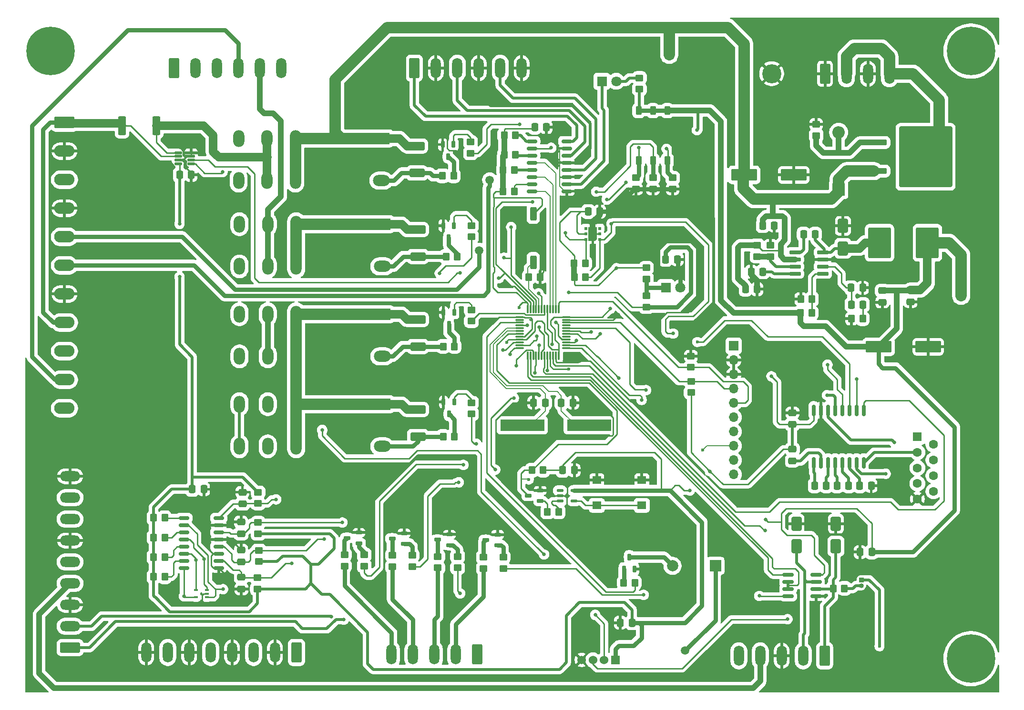
<source format=gtl>
G04 #@! TF.GenerationSoftware,KiCad,Pcbnew,9.0.1*
G04 #@! TF.CreationDate,2025-05-27T11:42:45+02:00*
G04 #@! TF.ProjectId,BANC_TEST_418,42414e43-5f54-4455-9354-5f3431382e6b,rev?*
G04 #@! TF.SameCoordinates,Original*
G04 #@! TF.FileFunction,Copper,L1,Top*
G04 #@! TF.FilePolarity,Positive*
%FSLAX46Y46*%
G04 Gerber Fmt 4.6, Leading zero omitted, Abs format (unit mm)*
G04 Created by KiCad (PCBNEW 9.0.1) date 2025-05-27 11:42:45*
%MOMM*%
%LPD*%
G01*
G04 APERTURE LIST*
G04 Aperture macros list*
%AMRoundRect*
0 Rectangle with rounded corners*
0 $1 Rounding radius*
0 $2 $3 $4 $5 $6 $7 $8 $9 X,Y pos of 4 corners*
0 Add a 4 corners polygon primitive as box body*
4,1,4,$2,$3,$4,$5,$6,$7,$8,$9,$2,$3,0*
0 Add four circle primitives for the rounded corners*
1,1,$1+$1,$2,$3*
1,1,$1+$1,$4,$5*
1,1,$1+$1,$6,$7*
1,1,$1+$1,$8,$9*
0 Add four rect primitives between the rounded corners*
20,1,$1+$1,$2,$3,$4,$5,0*
20,1,$1+$1,$4,$5,$6,$7,0*
20,1,$1+$1,$6,$7,$8,$9,0*
20,1,$1+$1,$8,$9,$2,$3,0*%
%AMFreePoly0*
4,1,6,0.750000,-1.000000,-0.750000,-1.000000,-0.750000,1.150000,-0.500000,1.400000,0.750000,1.400000,0.750000,-1.000000,0.750000,-1.000000,$1*%
G04 Aperture macros list end*
G04 #@! TA.AperFunction,SMDPad,CuDef*
%ADD10RoundRect,0.250000X-0.337500X-0.475000X0.337500X-0.475000X0.337500X0.475000X-0.337500X0.475000X0*%
G04 #@! TD*
G04 #@! TA.AperFunction,SMDPad,CuDef*
%ADD11RoundRect,0.250000X-0.450000X0.350000X-0.450000X-0.350000X0.450000X-0.350000X0.450000X0.350000X0*%
G04 #@! TD*
G04 #@! TA.AperFunction,SMDPad,CuDef*
%ADD12RoundRect,0.250000X-0.300000X0.500000X-0.300000X-0.500000X0.300000X-0.500000X0.300000X0.500000X0*%
G04 #@! TD*
G04 #@! TA.AperFunction,ComponentPad*
%ADD13RoundRect,0.250000X1.550000X-0.650000X1.550000X0.650000X-1.550000X0.650000X-1.550000X-0.650000X0*%
G04 #@! TD*
G04 #@! TA.AperFunction,ComponentPad*
%ADD14O,3.600000X1.800000*%
G04 #@! TD*
G04 #@! TA.AperFunction,ComponentPad*
%ADD15R,1.800000X1.800000*%
G04 #@! TD*
G04 #@! TA.AperFunction,ComponentPad*
%ADD16C,1.800000*%
G04 #@! TD*
G04 #@! TA.AperFunction,SMDPad,CuDef*
%ADD17RoundRect,0.250000X0.350000X0.450000X-0.350000X0.450000X-0.350000X-0.450000X0.350000X-0.450000X0*%
G04 #@! TD*
G04 #@! TA.AperFunction,SMDPad,CuDef*
%ADD18RoundRect,0.100000X0.225000X0.100000X-0.225000X0.100000X-0.225000X-0.100000X0.225000X-0.100000X0*%
G04 #@! TD*
G04 #@! TA.AperFunction,SMDPad,CuDef*
%ADD19RoundRect,0.147500X-0.457500X-0.147500X0.457500X-0.147500X0.457500X0.147500X-0.457500X0.147500X0*%
G04 #@! TD*
G04 #@! TA.AperFunction,SMDPad,CuDef*
%ADD20RoundRect,0.075000X0.540000X0.225000X-0.540000X0.225000X-0.540000X-0.225000X0.540000X-0.225000X0*%
G04 #@! TD*
G04 #@! TA.AperFunction,SMDPad,CuDef*
%ADD21RoundRect,0.250000X-0.350000X-0.450000X0.350000X-0.450000X0.350000X0.450000X-0.350000X0.450000X0*%
G04 #@! TD*
G04 #@! TA.AperFunction,SMDPad,CuDef*
%ADD22R,1.500000X1.500000*%
G04 #@! TD*
G04 #@! TA.AperFunction,ComponentPad*
%ADD23R,1.600000X1.600000*%
G04 #@! TD*
G04 #@! TA.AperFunction,ComponentPad*
%ADD24C,1.600000*%
G04 #@! TD*
G04 #@! TA.AperFunction,SMDPad,CuDef*
%ADD25RoundRect,0.075000X-0.910000X-0.225000X0.910000X-0.225000X0.910000X0.225000X-0.910000X0.225000X0*%
G04 #@! TD*
G04 #@! TA.AperFunction,SMDPad,CuDef*
%ADD26RoundRect,0.250000X0.310000X-0.970000X0.310000X0.970000X-0.310000X0.970000X-0.310000X-0.970000X0*%
G04 #@! TD*
G04 #@! TA.AperFunction,SMDPad,CuDef*
%ADD27RoundRect,0.250000X0.475000X-0.337500X0.475000X0.337500X-0.475000X0.337500X-0.475000X-0.337500X0*%
G04 #@! TD*
G04 #@! TA.AperFunction,SMDPad,CuDef*
%ADD28RoundRect,0.250000X0.650000X-1.000000X0.650000X1.000000X-0.650000X1.000000X-0.650000X-1.000000X0*%
G04 #@! TD*
G04 #@! TA.AperFunction,SMDPad,CuDef*
%ADD29RoundRect,0.250000X0.450000X-0.350000X0.450000X0.350000X-0.450000X0.350000X-0.450000X-0.350000X0*%
G04 #@! TD*
G04 #@! TA.AperFunction,SMDPad,CuDef*
%ADD30RoundRect,0.250000X-2.050000X-0.300000X2.050000X-0.300000X2.050000X0.300000X-2.050000X0.300000X0*%
G04 #@! TD*
G04 #@! TA.AperFunction,SMDPad,CuDef*
%ADD31RoundRect,0.250000X-2.025000X-2.375000X2.025000X-2.375000X2.025000X2.375000X-2.025000X2.375000X0*%
G04 #@! TD*
G04 #@! TA.AperFunction,SMDPad,CuDef*
%ADD32RoundRect,0.250002X-4.449998X-5.149998X4.449998X-5.149998X4.449998X5.149998X-4.449998X5.149998X0*%
G04 #@! TD*
G04 #@! TA.AperFunction,ComponentPad*
%ADD33RoundRect,0.250000X-0.650000X-1.550000X0.650000X-1.550000X0.650000X1.550000X-0.650000X1.550000X0*%
G04 #@! TD*
G04 #@! TA.AperFunction,ComponentPad*
%ADD34O,1.800000X3.600000*%
G04 #@! TD*
G04 #@! TA.AperFunction,SMDPad,CuDef*
%ADD35RoundRect,0.250000X0.337500X0.475000X-0.337500X0.475000X-0.337500X-0.475000X0.337500X-0.475000X0*%
G04 #@! TD*
G04 #@! TA.AperFunction,SMDPad,CuDef*
%ADD36RoundRect,0.249999X-0.450001X-1.425001X0.450001X-1.425001X0.450001X1.425001X-0.450001X1.425001X0*%
G04 #@! TD*
G04 #@! TA.AperFunction,ComponentPad*
%ADD37O,2.000000X3.000000*%
G04 #@! TD*
G04 #@! TA.AperFunction,ComponentPad*
%ADD38R,3.000000X2.000000*%
G04 #@! TD*
G04 #@! TA.AperFunction,ComponentPad*
%ADD39O,3.000000X2.000000*%
G04 #@! TD*
G04 #@! TA.AperFunction,SMDPad,CuDef*
%ADD40RoundRect,0.075000X-0.225000X0.540000X-0.225000X-0.540000X0.225000X-0.540000X0.225000X0.540000X0*%
G04 #@! TD*
G04 #@! TA.AperFunction,SMDPad,CuDef*
%ADD41RoundRect,0.162500X-0.750000X-0.162500X0.750000X-0.162500X0.750000X0.162500X-0.750000X0.162500X0*%
G04 #@! TD*
G04 #@! TA.AperFunction,SMDPad,CuDef*
%ADD42RoundRect,0.125000X-0.537500X-0.125000X0.537500X-0.125000X0.537500X0.125000X-0.537500X0.125000X0*%
G04 #@! TD*
G04 #@! TA.AperFunction,SMDPad,CuDef*
%ADD43RoundRect,0.250000X-0.475000X0.337500X-0.475000X-0.337500X0.475000X-0.337500X0.475000X0.337500X0*%
G04 #@! TD*
G04 #@! TA.AperFunction,SMDPad,CuDef*
%ADD44RoundRect,0.150000X-0.825000X-0.150000X0.825000X-0.150000X0.825000X0.150000X-0.825000X0.150000X0*%
G04 #@! TD*
G04 #@! TA.AperFunction,ComponentPad*
%ADD45RoundRect,0.249999X-1.550001X0.790001X-1.550001X-0.790001X1.550001X-0.790001X1.550001X0.790001X0*%
G04 #@! TD*
G04 #@! TA.AperFunction,ComponentPad*
%ADD46O,3.600000X2.080000*%
G04 #@! TD*
G04 #@! TA.AperFunction,SMDPad,CuDef*
%ADD47R,1.600000X1.400000*%
G04 #@! TD*
G04 #@! TA.AperFunction,SMDPad,CuDef*
%ADD48RoundRect,0.250000X-1.100000X0.500000X-1.100000X-0.500000X1.100000X-0.500000X1.100000X0.500000X0*%
G04 #@! TD*
G04 #@! TA.AperFunction,ComponentPad*
%ADD49RoundRect,0.250000X0.650000X1.550000X-0.650000X1.550000X-0.650000X-1.550000X0.650000X-1.550000X0*%
G04 #@! TD*
G04 #@! TA.AperFunction,SMDPad,CuDef*
%ADD50R,7.875000X2.000000*%
G04 #@! TD*
G04 #@! TA.AperFunction,SMDPad,CuDef*
%ADD51RoundRect,0.250000X1.750000X2.500000X-1.750000X2.500000X-1.750000X-2.500000X1.750000X-2.500000X0*%
G04 #@! TD*
G04 #@! TA.AperFunction,ComponentPad*
%ADD52C,8.600000*%
G04 #@! TD*
G04 #@! TA.AperFunction,ComponentPad*
%ADD53R,1.524000X1.524000*%
G04 #@! TD*
G04 #@! TA.AperFunction,ComponentPad*
%ADD54C,1.524000*%
G04 #@! TD*
G04 #@! TA.AperFunction,ComponentPad*
%ADD55C,3.400000*%
G04 #@! TD*
G04 #@! TA.AperFunction,SMDPad,CuDef*
%ADD56RoundRect,0.075000X0.225000X-0.540000X0.225000X0.540000X-0.225000X0.540000X-0.225000X-0.540000X0*%
G04 #@! TD*
G04 #@! TA.AperFunction,SMDPad,CuDef*
%ADD57RoundRect,0.075000X-0.662500X-0.075000X0.662500X-0.075000X0.662500X0.075000X-0.662500X0.075000X0*%
G04 #@! TD*
G04 #@! TA.AperFunction,SMDPad,CuDef*
%ADD58RoundRect,0.075000X-0.075000X-0.662500X0.075000X-0.662500X0.075000X0.662500X-0.075000X0.662500X0*%
G04 #@! TD*
G04 #@! TA.AperFunction,ComponentPad*
%ADD59R,2.200000X2.200000*%
G04 #@! TD*
G04 #@! TA.AperFunction,ComponentPad*
%ADD60O,2.200000X2.200000*%
G04 #@! TD*
G04 #@! TA.AperFunction,SMDPad,CuDef*
%ADD61RoundRect,0.250001X-2.049999X-0.799999X2.049999X-0.799999X2.049999X0.799999X-2.049999X0.799999X0*%
G04 #@! TD*
G04 #@! TA.AperFunction,ComponentPad*
%ADD62R,1.700000X1.700000*%
G04 #@! TD*
G04 #@! TA.AperFunction,ComponentPad*
%ADD63O,1.700000X1.700000*%
G04 #@! TD*
G04 #@! TA.AperFunction,SMDPad,CuDef*
%ADD64RoundRect,0.150000X0.150000X-0.875000X0.150000X0.875000X-0.150000X0.875000X-0.150000X-0.875000X0*%
G04 #@! TD*
G04 #@! TA.AperFunction,ComponentPad*
%ADD65R,0.850000X0.850000*%
G04 #@! TD*
G04 #@! TA.AperFunction,ComponentPad*
%ADD66O,0.850000X0.850000*%
G04 #@! TD*
G04 #@! TA.AperFunction,SMDPad,CuDef*
%ADD67R,0.500000X0.500000*%
G04 #@! TD*
G04 #@! TA.AperFunction,SMDPad,CuDef*
%ADD68FreePoly0,180.000000*%
G04 #@! TD*
G04 #@! TA.AperFunction,ComponentPad*
%ADD69R,2.000000X2.000000*%
G04 #@! TD*
G04 #@! TA.AperFunction,ComponentPad*
%ADD70C,2.000000*%
G04 #@! TD*
G04 #@! TA.AperFunction,ViaPad*
%ADD71C,1.500000*%
G04 #@! TD*
G04 #@! TA.AperFunction,ViaPad*
%ADD72C,0.600000*%
G04 #@! TD*
G04 #@! TA.AperFunction,ViaPad*
%ADD73C,0.650000*%
G04 #@! TD*
G04 #@! TA.AperFunction,Conductor*
%ADD74C,1.000000*%
G04 #@! TD*
G04 #@! TA.AperFunction,Conductor*
%ADD75C,0.250000*%
G04 #@! TD*
G04 #@! TA.AperFunction,Conductor*
%ADD76C,2.000000*%
G04 #@! TD*
G04 #@! TA.AperFunction,Conductor*
%ADD77C,1.500000*%
G04 #@! TD*
G04 #@! TA.AperFunction,Conductor*
%ADD78C,0.800000*%
G04 #@! TD*
G04 #@! TA.AperFunction,Conductor*
%ADD79C,0.200000*%
G04 #@! TD*
G04 #@! TA.AperFunction,Conductor*
%ADD80C,0.500000*%
G04 #@! TD*
G04 APERTURE END LIST*
D10*
X173012500Y-105850000D03*
X175087500Y-105850000D03*
X172787500Y-93850000D03*
X174862500Y-93850000D03*
D11*
X119050000Y-120100000D03*
X119050000Y-122100000D03*
D12*
X191590000Y-41900000D03*
X189050000Y-41900000D03*
X186510000Y-41900000D03*
X186510000Y-50800000D03*
X189050000Y-50800000D03*
X191590000Y-50800000D03*
D13*
X85550000Y-137400000D03*
D14*
X85550000Y-133590000D03*
X85550000Y-129780000D03*
X85550000Y-125970000D03*
X85550000Y-122160000D03*
X85550000Y-118350000D03*
X85550000Y-114540000D03*
X85550000Y-110730000D03*
X85550000Y-106920000D03*
D15*
X191350000Y-73350000D03*
D16*
X193890000Y-73350000D03*
D17*
X226300000Y-78900000D03*
X224300000Y-78900000D03*
D18*
X109800000Y-128450000D03*
X109800000Y-127800000D03*
X109800000Y-127150000D03*
X107900000Y-127150000D03*
X107900000Y-128450000D03*
D19*
X172540000Y-109450000D03*
X172540000Y-110400000D03*
X172540000Y-111350000D03*
X175050000Y-111350000D03*
X175050000Y-109450000D03*
D10*
X224225000Y-73400000D03*
X226300000Y-73400000D03*
D20*
X161460000Y-119200000D03*
X161460000Y-117300000D03*
X159340000Y-118250000D03*
D21*
X162637500Y-49795000D03*
X164637500Y-49795000D03*
D22*
X243800000Y-74850000D03*
D21*
X175025000Y-69075000D03*
X177025000Y-69075000D03*
D23*
X236024669Y-99890000D03*
D24*
X236024669Y-102660000D03*
X236024669Y-105430000D03*
X236024669Y-108200000D03*
X236024669Y-110970000D03*
X238864669Y-101275000D03*
X238864669Y-104045000D03*
X238864669Y-106815000D03*
X238864669Y-109585000D03*
D25*
X214300000Y-67090000D03*
X214300000Y-68360000D03*
X214300000Y-69630000D03*
X214300000Y-70900000D03*
X219240000Y-70900000D03*
X219240000Y-69630000D03*
X219240000Y-68360000D03*
X219240000Y-67090000D03*
D11*
X189050000Y-53850000D03*
X189050000Y-55850000D03*
D17*
X217250000Y-77875000D03*
X215250000Y-77875000D03*
D26*
X167800000Y-68855000D03*
X167800000Y-60245000D03*
D21*
X100350000Y-124800000D03*
X102350000Y-124800000D03*
D10*
X225750000Y-108615000D03*
X227825000Y-108615000D03*
D27*
X213825000Y-104190000D03*
X213825000Y-102115000D03*
D28*
X214550000Y-119350000D03*
X214550000Y-115350000D03*
D29*
X156810000Y-95850000D03*
X156810000Y-93850000D03*
D30*
X228325000Y-47585000D03*
D31*
X235050000Y-47350000D03*
X235050000Y-52900000D03*
D32*
X237475000Y-50125000D03*
D31*
X239900000Y-47350000D03*
X239900000Y-52900000D03*
D30*
X228325000Y-52665000D03*
D27*
X213825000Y-97690000D03*
X213825000Y-95615000D03*
D11*
X156660000Y-47500000D03*
X156660000Y-49500000D03*
D20*
X144860000Y-118950000D03*
X144860000Y-117050000D03*
X142740000Y-118000000D03*
D21*
X100350000Y-117800000D03*
X102350000Y-117800000D03*
D33*
X104000000Y-34350000D03*
D34*
X107810000Y-34350000D03*
X111620000Y-34350000D03*
X115430000Y-34350000D03*
X119240000Y-34350000D03*
X123050000Y-34350000D03*
D35*
X169937500Y-93850000D03*
X167862500Y-93850000D03*
D29*
X150850000Y-123200000D03*
X150850000Y-121200000D03*
D36*
X94775000Y-44600000D03*
X100875000Y-44600000D03*
D35*
X227912500Y-120400000D03*
X225837500Y-120400000D03*
D17*
X223050000Y-126850000D03*
X221050000Y-126850000D03*
D11*
X156810000Y-77350000D03*
X156810000Y-79350000D03*
X118925000Y-115150000D03*
X118925000Y-117150000D03*
D27*
X115925000Y-122125000D03*
X115925000Y-120050000D03*
D37*
X120510000Y-54350000D03*
X120510000Y-46850000D03*
X125550000Y-54350000D03*
X125550000Y-46850000D03*
X115470000Y-54350000D03*
X115470000Y-46850000D03*
D38*
X140810000Y-46850000D03*
D39*
X140810000Y-54350000D03*
D10*
X104975000Y-53350000D03*
X107050000Y-53350000D03*
D40*
X153610000Y-47940000D03*
X151710000Y-47940000D03*
X152660000Y-50060000D03*
D37*
X120660000Y-101600000D03*
X120660000Y-94100000D03*
X125700000Y-101600000D03*
X125700000Y-94100000D03*
X115620000Y-101600000D03*
X115620000Y-94100000D03*
D38*
X140960000Y-94100000D03*
D39*
X140960000Y-101600000D03*
D29*
X146300000Y-123000000D03*
X146300000Y-121000000D03*
D41*
X105762500Y-114355000D03*
X105762500Y-115625000D03*
X105762500Y-116895000D03*
X105762500Y-118165000D03*
X105762500Y-119435000D03*
X105762500Y-120705000D03*
X105762500Y-121975000D03*
X105762500Y-123245000D03*
X111937500Y-123245000D03*
X111937500Y-121975000D03*
X111937500Y-120705000D03*
X111937500Y-119435000D03*
X111937500Y-118165000D03*
X111937500Y-116895000D03*
X111937500Y-115625000D03*
X111937500Y-114355000D03*
D21*
X100350000Y-121300000D03*
X102350000Y-121300000D03*
D29*
X142800000Y-123000000D03*
X142800000Y-121000000D03*
D42*
X104775000Y-49400000D03*
X104775000Y-50050000D03*
X104775000Y-50700000D03*
X104775000Y-51350000D03*
X107050000Y-51350000D03*
X107050000Y-50700000D03*
X107050000Y-50050000D03*
X107050000Y-49400000D03*
D29*
X195825000Y-92050000D03*
X195825000Y-90050000D03*
D43*
X229800000Y-73900000D03*
X229800000Y-75975000D03*
D21*
X162457500Y-56295000D03*
X164457500Y-56295000D03*
D44*
X213075000Y-124445000D03*
X213075000Y-125715000D03*
X213075000Y-126985000D03*
X213075000Y-128255000D03*
X218025000Y-128255000D03*
X218025000Y-126985000D03*
X218025000Y-125715000D03*
X218025000Y-124445000D03*
D45*
X84550000Y-44030000D03*
D46*
X84550000Y-49110000D03*
X84550000Y-54190000D03*
X84550000Y-59270000D03*
X84550000Y-64350000D03*
X84550000Y-69430000D03*
X84550000Y-74510000D03*
X84550000Y-79590000D03*
X84550000Y-84670000D03*
X84550000Y-89750000D03*
X84550000Y-94830000D03*
D21*
X152310000Y-67850000D03*
X154310000Y-67850000D03*
D47*
X179087500Y-107600000D03*
X187087500Y-107600000D03*
X179087500Y-112100000D03*
X187087500Y-112100000D03*
D10*
X177550000Y-59850000D03*
X179625000Y-59850000D03*
D48*
X147310000Y-79050000D03*
X147310000Y-83850000D03*
D10*
X107225000Y-109235000D03*
X109300000Y-109235000D03*
D35*
X185337500Y-132950000D03*
X183262500Y-132950000D03*
D33*
X146690000Y-34350000D03*
D34*
X150500000Y-34350000D03*
X154310000Y-34350000D03*
X158120000Y-34350000D03*
X161930000Y-34350000D03*
X165740000Y-34350000D03*
D27*
X116150000Y-111825000D03*
X116150000Y-109750000D03*
D21*
X162457500Y-52485000D03*
X164457500Y-52485000D03*
D17*
X169550000Y-105850000D03*
X167550000Y-105850000D03*
D29*
X118925000Y-111775000D03*
X118925000Y-109775000D03*
D49*
X125745000Y-138250000D03*
D34*
X121935000Y-138250000D03*
X118125000Y-138250000D03*
X114315000Y-138250000D03*
X110505000Y-138250000D03*
X106695000Y-138250000D03*
X102885000Y-138250000D03*
X99075000Y-138250000D03*
D40*
X153710000Y-62350000D03*
X151810000Y-62350000D03*
X152760000Y-64470000D03*
D10*
X221750000Y-108615000D03*
X223825000Y-108615000D03*
D11*
X134275000Y-120875000D03*
X134275000Y-122875000D03*
D50*
X165862500Y-97850000D03*
X177737500Y-97850000D03*
D11*
X187890000Y-69850000D03*
X187890000Y-71850000D03*
D51*
X237800000Y-65400000D03*
X229300000Y-65400000D03*
D21*
X151810000Y-99850000D03*
X153810000Y-99850000D03*
X167030000Y-71500000D03*
X169030000Y-71500000D03*
D43*
X234800000Y-73825000D03*
X234800000Y-75900000D03*
D52*
X245550000Y-139350000D03*
D48*
X147310000Y-63050000D03*
X147310000Y-67850000D03*
D33*
X219620000Y-35350000D03*
D34*
X223430000Y-35350000D03*
X227240000Y-35350000D03*
X231050000Y-35350000D03*
D21*
X100350000Y-114300000D03*
X102350000Y-114300000D03*
D52*
X82100000Y-31330000D03*
D22*
X191950000Y-32000000D03*
D48*
X147310000Y-95050000D03*
X147310000Y-99850000D03*
D29*
X156810000Y-64350000D03*
X156810000Y-62350000D03*
D27*
X115900000Y-117125000D03*
X115900000Y-115050000D03*
D28*
X222800000Y-66400000D03*
X222800000Y-62400000D03*
D17*
X172300000Y-113250000D03*
X170300000Y-113250000D03*
D20*
X152910000Y-119150000D03*
X152910000Y-117250000D03*
X150790000Y-118200000D03*
D41*
X167550000Y-47350000D03*
X167550000Y-48620000D03*
X167550000Y-49890000D03*
X167550000Y-51160000D03*
X167550000Y-52430000D03*
X167550000Y-53700000D03*
X167550000Y-54970000D03*
X167550000Y-56240000D03*
X173725000Y-56240000D03*
X173725000Y-54970000D03*
X173725000Y-53700000D03*
X173725000Y-52430000D03*
X173725000Y-51160000D03*
X173725000Y-49890000D03*
X173725000Y-48620000D03*
X173725000Y-47350000D03*
D29*
X218050000Y-46350000D03*
X218050000Y-44350000D03*
D53*
X182400000Y-139575000D03*
D54*
X180400000Y-139575000D03*
X178400000Y-139575000D03*
X176400000Y-139575000D03*
D49*
X219550000Y-138850000D03*
D34*
X215740000Y-138850000D03*
X211930000Y-138850000D03*
X208120000Y-138850000D03*
X204310000Y-138850000D03*
D10*
X168050000Y-44850000D03*
X170125000Y-44850000D03*
D11*
X207550000Y-65850000D03*
X207550000Y-67850000D03*
D40*
X153760000Y-77790000D03*
X151860000Y-77790000D03*
X152810000Y-79910000D03*
D35*
X208587500Y-70550000D03*
X206512500Y-70550000D03*
D55*
X210150000Y-35350000D03*
D21*
X175075000Y-71550000D03*
X177075000Y-71550000D03*
D56*
X183900000Y-123410000D03*
X185800000Y-123410000D03*
X184850000Y-121290000D03*
D11*
X118800000Y-124950000D03*
X118800000Y-126950000D03*
D20*
X169050000Y-111350000D03*
X169050000Y-109450000D03*
X166930000Y-110400000D03*
D52*
X245550000Y-31330000D03*
D11*
X186050000Y-53850000D03*
X186050000Y-55850000D03*
D10*
X208550000Y-62350000D03*
X210625000Y-62350000D03*
D11*
X192550000Y-53850000D03*
X192550000Y-55850000D03*
D10*
X217750000Y-108615000D03*
X219825000Y-108615000D03*
D57*
X165387500Y-78600000D03*
X165387500Y-79100000D03*
X165387500Y-79600000D03*
X165387500Y-80100000D03*
X165387500Y-80600000D03*
X165387500Y-81100000D03*
X165387500Y-81600000D03*
X165387500Y-82100000D03*
X165387500Y-82600000D03*
X165387500Y-83100000D03*
X165387500Y-83600000D03*
X165387500Y-84100000D03*
D58*
X166800000Y-85512500D03*
X167300000Y-85512500D03*
X167800000Y-85512500D03*
X168300000Y-85512500D03*
X168800000Y-85512500D03*
X169300000Y-85512500D03*
X169800000Y-85512500D03*
X170300000Y-85512500D03*
X170800000Y-85512500D03*
X171300000Y-85512500D03*
X171800000Y-85512500D03*
X172300000Y-85512500D03*
D57*
X173712500Y-84100000D03*
X173712500Y-83600000D03*
X173712500Y-83100000D03*
X173712500Y-82600000D03*
X173712500Y-82100000D03*
X173712500Y-81600000D03*
X173712500Y-81100000D03*
X173712500Y-80600000D03*
X173712500Y-80100000D03*
X173712500Y-79600000D03*
X173712500Y-79100000D03*
X173712500Y-78600000D03*
D58*
X172300000Y-77187500D03*
X171800000Y-77187500D03*
X171300000Y-77187500D03*
X170800000Y-77187500D03*
X170300000Y-77187500D03*
X169800000Y-77187500D03*
X169300000Y-77187500D03*
X168800000Y-77187500D03*
X168300000Y-77187500D03*
X167800000Y-77187500D03*
X167300000Y-77187500D03*
X166800000Y-77187500D03*
D59*
X222050000Y-55930000D03*
D60*
X222050000Y-45770000D03*
D29*
X195800000Y-87550000D03*
X195800000Y-85550000D03*
X154350000Y-123200000D03*
X154350000Y-121200000D03*
D61*
X229150000Y-83900000D03*
X237950000Y-83900000D03*
D62*
X203400000Y-83745000D03*
D63*
X203400000Y-86285000D03*
X203400000Y-88825000D03*
X203400000Y-91365000D03*
X203400000Y-93905000D03*
X203400000Y-96445000D03*
X203400000Y-98985000D03*
X203400000Y-101525000D03*
X203400000Y-104065000D03*
X203400000Y-106605000D03*
D29*
X162460000Y-123300000D03*
X162460000Y-121300000D03*
D10*
X215800000Y-63900000D03*
X217875000Y-63900000D03*
D11*
X158960000Y-121300000D03*
X158960000Y-123300000D03*
D29*
X186650000Y-38100000D03*
X186650000Y-36100000D03*
D10*
X191315000Y-68350000D03*
X193390000Y-68350000D03*
D21*
X162637500Y-46295000D03*
X164637500Y-46295000D03*
D17*
X185850000Y-125850000D03*
X183850000Y-125850000D03*
D20*
X136835000Y-118825000D03*
X136835000Y-116925000D03*
X134715000Y-117875000D03*
D40*
X153760000Y-93730000D03*
X151860000Y-93730000D03*
X152810000Y-95850000D03*
D21*
X151660000Y-53500000D03*
X153660000Y-53500000D03*
D37*
X120660000Y-85600000D03*
X120660000Y-78100000D03*
X125700000Y-85600000D03*
X125700000Y-78100000D03*
X115620000Y-85600000D03*
X115620000Y-78100000D03*
D38*
X140960000Y-78100000D03*
D39*
X140960000Y-85600000D03*
D29*
X209950000Y-67850000D03*
X209950000Y-65850000D03*
D21*
X151810000Y-83850000D03*
X153810000Y-83850000D03*
D15*
X180000000Y-36700000D03*
D16*
X182540000Y-36700000D03*
D61*
X205250000Y-53350000D03*
X214050000Y-53350000D03*
D43*
X115975000Y-124900000D03*
X115975000Y-126975000D03*
D37*
X120660000Y-69600000D03*
X120660000Y-62100000D03*
X125700000Y-69600000D03*
X125700000Y-62100000D03*
X115620000Y-69600000D03*
X115620000Y-62100000D03*
D38*
X140960000Y-62100000D03*
D39*
X140960000Y-69600000D03*
D48*
X147160000Y-48200000D03*
X147160000Y-53000000D03*
D11*
X187890000Y-74850000D03*
X187890000Y-76850000D03*
D49*
X157860000Y-138600000D03*
D34*
X154050000Y-138600000D03*
X150240000Y-138600000D03*
X146430000Y-138600000D03*
X142620000Y-138600000D03*
D28*
X221550000Y-119350000D03*
X221550000Y-115350000D03*
D64*
X217605000Y-104500000D03*
X218875000Y-104500000D03*
X220145000Y-104500000D03*
X221415000Y-104500000D03*
X222685000Y-104500000D03*
X223955000Y-104500000D03*
X225225000Y-104500000D03*
X226495000Y-104500000D03*
X226495000Y-95200000D03*
X225225000Y-95200000D03*
X223955000Y-95200000D03*
X222685000Y-95200000D03*
X221415000Y-95200000D03*
X220145000Y-95200000D03*
X218875000Y-95200000D03*
X217605000Y-95200000D03*
D65*
X226050000Y-125350000D03*
D66*
X226050000Y-126350000D03*
D10*
X205475000Y-73650000D03*
X207550000Y-73650000D03*
D29*
X137775000Y-122875000D03*
X137775000Y-120875000D03*
D67*
X179625000Y-64850000D03*
X179625000Y-63850000D03*
X179625000Y-62850000D03*
X177125000Y-62850000D03*
X177125000Y-63850000D03*
X177125000Y-64850000D03*
D68*
X178375000Y-63650000D03*
D21*
X215300000Y-75400000D03*
X217300000Y-75400000D03*
D69*
X200150000Y-122850000D03*
D70*
X192550000Y-122850000D03*
D10*
X224300000Y-76400000D03*
X226375000Y-76400000D03*
D71*
X194750000Y-137925000D03*
D72*
X185450000Y-93600000D03*
D73*
X152000000Y-59275000D03*
X163625000Y-73100000D03*
D72*
X177850000Y-92900000D03*
D73*
X182875000Y-78175000D03*
X115950000Y-129250000D03*
X165150000Y-70600000D03*
X176025000Y-86400000D03*
D72*
X163110000Y-83100000D03*
D73*
X104975000Y-71450000D03*
X104975000Y-62050000D03*
X210100000Y-89150000D03*
X182575000Y-69925000D03*
D72*
X165280000Y-76960000D03*
D73*
X195600000Y-109450000D03*
X181475000Y-77150000D03*
X199175000Y-106025000D03*
X196875000Y-45400000D03*
X209100000Y-114650000D03*
X187050000Y-93350000D03*
X122125000Y-111025000D03*
X164825000Y-87300000D03*
X133900000Y-115150000D03*
X168075000Y-88525000D03*
X130650000Y-118075000D03*
X124925000Y-122400000D03*
X168850000Y-83600000D03*
X174075000Y-74250000D03*
X168875000Y-80425000D03*
D72*
X197875000Y-102275000D03*
X167000000Y-107500000D03*
D71*
X158200000Y-66740000D03*
D73*
X230375000Y-106475000D03*
X131900000Y-131850000D03*
X219975000Y-92500000D03*
X134150000Y-132400000D03*
D72*
X229290000Y-137150000D03*
D73*
X173550000Y-63650000D03*
X130325000Y-98675000D03*
X169700000Y-120825000D03*
X162600000Y-68075000D03*
X178800000Y-131550000D03*
X112600000Y-52850000D03*
X163875000Y-62625000D03*
X161675000Y-71700000D03*
X192650000Y-81550000D03*
X181675000Y-62025000D03*
X167700000Y-58150000D03*
X212950000Y-132325000D03*
X154775000Y-70800000D03*
X175425000Y-82750000D03*
X165375000Y-44350000D03*
X171125000Y-83450000D03*
X157700000Y-101150000D03*
X151175000Y-70850000D03*
X168725000Y-74400000D03*
X155400000Y-104900000D03*
X187825000Y-91600000D03*
X207950000Y-128200000D03*
X163725000Y-85225000D03*
X171000000Y-48525000D03*
X171825000Y-79525000D03*
D71*
X160075000Y-54225000D03*
D73*
X112700000Y-127000000D03*
X231950000Y-100925000D03*
D72*
X196925000Y-83050000D03*
X174100000Y-87900000D03*
D73*
X225225000Y-89600000D03*
X179675000Y-81625000D03*
X178050000Y-81250000D03*
X220050000Y-87075000D03*
X208975000Y-116575000D03*
X187400000Y-128000000D03*
X170275000Y-88075000D03*
X164350000Y-93000000D03*
X161050000Y-105750000D03*
X154800000Y-127750000D03*
X168450000Y-82000000D03*
X186575000Y-48500000D03*
X162400000Y-84500000D03*
X178975000Y-56325000D03*
X191475000Y-48700000D03*
X166775000Y-80075000D03*
X184275000Y-54700000D03*
X180850000Y-57725000D03*
X109325000Y-121675000D03*
X107900000Y-121775000D03*
X105775000Y-128250000D03*
X154575000Y-108000000D03*
X183000000Y-89475000D03*
D74*
X212050000Y-60650000D02*
X212450000Y-61050000D01*
D75*
X211750000Y-66650000D02*
X211600000Y-66800000D01*
D76*
X205250000Y-53350000D02*
X205250000Y-30000000D01*
D77*
X145400000Y-63050000D02*
X144450000Y-62100000D01*
D76*
X133650000Y-46850000D02*
X125550000Y-46850000D01*
X202375000Y-27125000D02*
X191900000Y-27125000D01*
X210350000Y-57650000D02*
X206950000Y-57650000D01*
D77*
X145400000Y-48200000D02*
X144050000Y-46850000D01*
X144450000Y-94100000D02*
X140960000Y-94100000D01*
D76*
X222050000Y-55930000D02*
X222050000Y-56350000D01*
D74*
X211750000Y-66650000D02*
X211750000Y-67750000D01*
D76*
X140810000Y-46850000D02*
X133650000Y-46850000D01*
X140960000Y-78100000D02*
X125700000Y-78100000D01*
D77*
X147310000Y-95050000D02*
X145400000Y-95050000D01*
D74*
X211750000Y-65650000D02*
X211750000Y-66650000D01*
D76*
X222050000Y-55930000D02*
X222050000Y-54050000D01*
X205050000Y-53550000D02*
X205250000Y-53350000D01*
X125550000Y-54350000D02*
X125550000Y-46850000D01*
D78*
X194750000Y-137925000D02*
X200150000Y-132525000D01*
D76*
X125700000Y-85600000D02*
X125700000Y-78100000D01*
X132600000Y-45800000D02*
X133650000Y-46850000D01*
D74*
X212450000Y-64950000D02*
X211750000Y-65650000D01*
X210350000Y-60650000D02*
X212050000Y-60650000D01*
D76*
X191950000Y-27175000D02*
X191900000Y-27125000D01*
D74*
X208550000Y-61250000D02*
X209150000Y-60650000D01*
X205475000Y-73650000D02*
X205475000Y-73075000D01*
D76*
X191900000Y-27125000D02*
X141850000Y-27125000D01*
D77*
X144450000Y-62100000D02*
X140960000Y-62100000D01*
X145425000Y-79050000D02*
X144475000Y-78100000D01*
D74*
X211750000Y-67750000D02*
X212360000Y-68360000D01*
X204150000Y-71750000D02*
X204150000Y-66250000D01*
X204150000Y-66250000D02*
X204550000Y-65850000D01*
D77*
X147310000Y-79050000D02*
X145425000Y-79050000D01*
D76*
X223435000Y-52665000D02*
X228325000Y-52665000D01*
X125700000Y-101600000D02*
X125700000Y-94100000D01*
D74*
X212450000Y-61050000D02*
X212450000Y-64950000D01*
D76*
X205050000Y-55750000D02*
X205050000Y-53550000D01*
D74*
X204550000Y-65850000D02*
X207550000Y-65850000D01*
D76*
X191950000Y-32000000D02*
X191950000Y-27175000D01*
D74*
X210350000Y-60650000D02*
X210350000Y-57650000D01*
X208550000Y-62350000D02*
X208550000Y-61250000D01*
D76*
X125700000Y-94100000D02*
X140960000Y-94100000D01*
X222050000Y-56350000D02*
X220750000Y-57650000D01*
D74*
X209150000Y-60650000D02*
X210350000Y-60650000D01*
D76*
X132600000Y-36375000D02*
X132600000Y-45800000D01*
X222050000Y-54050000D02*
X223435000Y-52665000D01*
D77*
X147310000Y-63050000D02*
X145400000Y-63050000D01*
X144050000Y-46850000D02*
X140810000Y-46850000D01*
D76*
X125700000Y-85600000D02*
X125700000Y-94100000D01*
D77*
X125550000Y-61950000D02*
X125700000Y-62100000D01*
D74*
X212360000Y-68360000D02*
X214300000Y-68360000D01*
D77*
X147160000Y-48200000D02*
X145400000Y-48200000D01*
D78*
X200150000Y-132525000D02*
X200150000Y-122850000D01*
D76*
X205250000Y-30000000D02*
X202375000Y-27125000D01*
X125700000Y-69600000D02*
X125700000Y-62100000D01*
D75*
X211600000Y-66800000D02*
X208500000Y-66800000D01*
D76*
X141850000Y-27125000D02*
X132600000Y-36375000D01*
X220750000Y-57650000D02*
X210350000Y-57650000D01*
D77*
X145400000Y-95050000D02*
X144450000Y-94100000D01*
X144475000Y-78100000D02*
X140960000Y-78100000D01*
D75*
X208500000Y-66800000D02*
X207550000Y-65850000D01*
D76*
X140960000Y-62100000D02*
X125700000Y-62100000D01*
D74*
X205475000Y-73075000D02*
X204150000Y-71750000D01*
D76*
X206950000Y-57650000D02*
X205050000Y-55750000D01*
D78*
X191000000Y-121300000D02*
X192550000Y-122850000D01*
X184850000Y-121290000D02*
X188590000Y-121290000D01*
X188590000Y-121290000D02*
X188600000Y-121300000D01*
X188600000Y-121300000D02*
X191000000Y-121300000D01*
D75*
X162798000Y-99700000D02*
X162099000Y-100399000D01*
X172540000Y-110400000D02*
X171575000Y-110400000D01*
X110400000Y-115625000D02*
X109300000Y-114525000D01*
X154075000Y-48975000D02*
X152875000Y-48975000D01*
X163675000Y-73150000D02*
X163625000Y-73100000D01*
X165387500Y-82100000D02*
X166200000Y-82100000D01*
X152000000Y-59275000D02*
X152000000Y-57825000D01*
X173062190Y-99700000D02*
X162798000Y-99700000D01*
D79*
X172775000Y-48625000D02*
X172700000Y-48625000D01*
D75*
X151860000Y-77790000D02*
X151860000Y-79190000D01*
X195300000Y-123150000D02*
X195300000Y-121550000D01*
X196750000Y-76300000D02*
X196750000Y-66350000D01*
X169650000Y-67000000D02*
X168650000Y-66000000D01*
X137050000Y-87350000D02*
X138300000Y-88600000D01*
D74*
X179625000Y-60475000D02*
X178375000Y-61725000D01*
D80*
X154550000Y-117250000D02*
X152910000Y-117250000D01*
X147350000Y-103300000D02*
X156300000Y-103300000D01*
D75*
X111937500Y-115625000D02*
X110400000Y-115625000D01*
D79*
X107050000Y-53350000D02*
X107050000Y-52950000D01*
D80*
X158120000Y-38970000D02*
X158120000Y-34350000D01*
D75*
X165950000Y-67050000D02*
X165950000Y-69800000D01*
X168650000Y-66000000D02*
X167000000Y-66000000D01*
X196750000Y-66350000D02*
X195750000Y-65350000D01*
X111937500Y-123245000D02*
X114400000Y-125707500D01*
X105600000Y-50700000D02*
X106250000Y-50050000D01*
D79*
X172511500Y-50858999D02*
X172812501Y-51160000D01*
D75*
X177600000Y-93850000D02*
X177600000Y-93150000D01*
X178575000Y-63850000D02*
X178375000Y-63650000D01*
X177900000Y-86400000D02*
X176025000Y-86400000D01*
X109275000Y-127800000D02*
X109025000Y-128050000D01*
D79*
X172511500Y-53600000D02*
X172511500Y-52788990D01*
D75*
X149650000Y-81400000D02*
X139100000Y-81400000D01*
X173712500Y-79100000D02*
X181950000Y-79100000D01*
X110995000Y-123245000D02*
X110575000Y-122825000D01*
D79*
X173422510Y-56240000D02*
X172511500Y-55328990D01*
D75*
X173400000Y-110400000D02*
X173850000Y-109950000D01*
X110905000Y-120705000D02*
X110100000Y-119900000D01*
X164412810Y-73150000D02*
X163675000Y-73150000D01*
X210625000Y-63575000D02*
X209950000Y-64250000D01*
X161150000Y-99450000D02*
X162099000Y-100399000D01*
X155175000Y-54650000D02*
X155175000Y-50075000D01*
D74*
X178375000Y-61725000D02*
X178375000Y-63650000D01*
D75*
X151650000Y-46650000D02*
X151650000Y-47880000D01*
X164200000Y-93850000D02*
X161150000Y-96900000D01*
X174750000Y-107950000D02*
X176900000Y-107950000D01*
D80*
X115975000Y-129225000D02*
X115950000Y-129250000D01*
D75*
X145400000Y-87100000D02*
X150495000Y-87100000D01*
X176813190Y-99674000D02*
X173461810Y-99674000D01*
X173850000Y-109950000D02*
X173850000Y-108850000D01*
X175725000Y-86700000D02*
X176025000Y-86400000D01*
X152375000Y-46425000D02*
X151875000Y-46425000D01*
D80*
X157400000Y-104400000D02*
X157400000Y-114400000D01*
D75*
X190200000Y-66600000D02*
X190200000Y-69450000D01*
X169030000Y-71170000D02*
X169650000Y-70550000D01*
X185450000Y-93600000D02*
X185100000Y-93600000D01*
X185100000Y-93600000D02*
X177900000Y-86400000D01*
X161725000Y-78600000D02*
X151860000Y-88465000D01*
X138300000Y-88600000D02*
X143900000Y-88600000D01*
D78*
X189050000Y-55850000D02*
X186050000Y-55850000D01*
D79*
X172511500Y-50350000D02*
X172511500Y-50858999D01*
D75*
X151875000Y-46425000D02*
X151650000Y-46650000D01*
D78*
X193890000Y-73350000D02*
X193890000Y-70775000D01*
D75*
X192950000Y-69850000D02*
X193390000Y-69410000D01*
D78*
X192550000Y-55850000D02*
X189050000Y-55850000D01*
D75*
X176900000Y-107950000D02*
X177250000Y-107600000D01*
X166288190Y-78701000D02*
X166187190Y-78600000D01*
D78*
X186050000Y-55850000D02*
X185775000Y-55850000D01*
D75*
X193350000Y-125100000D02*
X195300000Y-123150000D01*
D78*
X193500000Y-68460000D02*
X193390000Y-68350000D01*
D75*
X209950000Y-64250000D02*
X209950000Y-65850000D01*
X167300000Y-76037190D02*
X164412810Y-73150000D01*
D79*
X172812501Y-51160000D02*
X173725000Y-51160000D01*
D80*
X173725000Y-51160000D02*
X175440000Y-51160000D01*
D75*
X167000000Y-66000000D02*
X165950000Y-67050000D01*
X109000000Y-129100000D02*
X109325000Y-129425000D01*
X152000000Y-57825000D02*
X155175000Y-54650000D01*
X111937500Y-120705000D02*
X110905000Y-120705000D01*
X182001000Y-96524000D02*
X182001000Y-99461190D01*
X165387500Y-78600000D02*
X161725000Y-78600000D01*
X173750000Y-117450000D02*
X172769851Y-118430149D01*
X150495000Y-87100000D02*
X151860000Y-88465000D01*
D79*
X179625000Y-58425000D02*
X179625000Y-59850000D01*
D75*
X107050000Y-52950000D02*
X105950000Y-51850000D01*
D74*
X206512500Y-71112500D02*
X207550000Y-72150000D01*
D75*
X115900000Y-115050000D02*
X114250000Y-115050000D01*
X105950000Y-51175000D02*
X105475000Y-50700000D01*
X162099000Y-100399000D02*
X162099000Y-107759298D01*
X173750000Y-110750000D02*
X173750000Y-117450000D01*
D80*
X157400000Y-114400000D02*
X154550000Y-117250000D01*
D75*
X182001000Y-99461190D02*
X181788190Y-99674000D01*
X193350000Y-119600000D02*
X173939702Y-119600000D01*
X107050000Y-49400000D02*
X107050000Y-50050000D01*
X187360000Y-123410000D02*
X189050000Y-125100000D01*
X114400000Y-125707500D02*
X114400000Y-126675000D01*
X115925000Y-120050000D02*
X114040000Y-118165000D01*
X169030000Y-71500000D02*
X169030000Y-71170000D01*
D79*
X173725000Y-56240000D02*
X173422510Y-56240000D01*
D75*
X109300000Y-114525000D02*
X109300000Y-109235000D01*
X190150000Y-81650000D02*
X190150000Y-79150000D01*
X170625000Y-109450000D02*
X169050000Y-109450000D01*
X109025000Y-128050000D02*
X109025000Y-129075000D01*
D74*
X206512500Y-70550000D02*
X206512500Y-71112500D01*
D79*
X172500000Y-50338500D02*
X172511500Y-50350000D01*
D75*
X109025000Y-129075000D02*
X109000000Y-129100000D01*
D80*
X177950000Y-48650000D02*
X177950000Y-44200000D01*
D75*
X170125000Y-46225000D02*
X172520000Y-48620000D01*
D74*
X207550000Y-72150000D02*
X207550000Y-73650000D01*
D75*
X105950000Y-51850000D02*
X105950000Y-51175000D01*
D80*
X177950000Y-44200000D02*
X174800000Y-41050000D01*
D75*
X109325000Y-129425000D02*
X112250000Y-129425000D01*
X155175000Y-50075000D02*
X154075000Y-48975000D01*
D78*
X181775000Y-59850000D02*
X179625000Y-59850000D01*
D75*
X162099000Y-107759298D02*
X172769851Y-118430149D01*
X190150000Y-79150000D02*
X191550000Y-77750000D01*
X177600000Y-93850000D02*
X179327000Y-93850000D01*
X114700000Y-126975000D02*
X115975000Y-126975000D01*
X110575000Y-122825000D02*
X110575000Y-121035000D01*
X171975000Y-86700000D02*
X175725000Y-86700000D01*
X190200000Y-69450000D02*
X190600000Y-69850000D01*
X114400000Y-126675000D02*
X114700000Y-126975000D01*
X110100000Y-115925000D02*
X110400000Y-115625000D01*
X167550000Y-78950000D02*
X167301000Y-78701000D01*
X195300000Y-77750000D02*
X196750000Y-76300000D01*
D79*
X172780000Y-48620000D02*
X172775000Y-48625000D01*
D75*
X173939702Y-119600000D02*
X172769851Y-118430149D01*
X152500000Y-48600000D02*
X152500000Y-46550000D01*
X174862500Y-93850000D02*
X177600000Y-93850000D01*
D79*
X173725000Y-48620000D02*
X172780000Y-48620000D01*
D75*
X167300000Y-77187500D02*
X167300000Y-76037190D01*
X172611500Y-53700000D02*
X173725000Y-53700000D01*
X177250000Y-107600000D02*
X179087500Y-107600000D01*
X105475000Y-50700000D02*
X104775000Y-50700000D01*
X165950000Y-69800000D02*
X165150000Y-70600000D01*
X172540000Y-110400000D02*
X173400000Y-110400000D01*
D74*
X179625000Y-59850000D02*
X179625000Y-60475000D01*
D75*
X167301000Y-78701000D02*
X166288190Y-78701000D01*
X179625000Y-63850000D02*
X178575000Y-63850000D01*
D80*
X174800000Y-41050000D02*
X160200000Y-41050000D01*
D75*
X173850000Y-108850000D02*
X174750000Y-107950000D01*
D80*
X199825000Y-76050000D02*
X199825000Y-61025000D01*
D75*
X113675000Y-115625000D02*
X111937500Y-115625000D01*
D79*
X177440000Y-56240000D02*
X179625000Y-58425000D01*
D75*
X185800000Y-123410000D02*
X187360000Y-123410000D01*
X167550000Y-80750000D02*
X167550000Y-78950000D01*
X151810000Y-59465000D02*
X152000000Y-59275000D01*
X173400000Y-110400000D02*
X173750000Y-110750000D01*
X195800000Y-85550000D02*
X194050000Y-85550000D01*
X110385000Y-118165000D02*
X111937500Y-118165000D01*
X175087500Y-105850000D02*
X175500000Y-105850000D01*
X190600000Y-69850000D02*
X192950000Y-69850000D01*
X110100000Y-119900000D02*
X110100000Y-118450000D01*
X181950000Y-79100000D02*
X182875000Y-78175000D01*
X114040000Y-118165000D02*
X111937500Y-118165000D01*
X172520000Y-48620000D02*
X173725000Y-48620000D01*
X171575000Y-110400000D02*
X170625000Y-109450000D01*
X172511500Y-53600000D02*
X172611500Y-53700000D01*
X167862500Y-93850000D02*
X164200000Y-93850000D01*
X179327000Y-93850000D02*
X182001000Y-96524000D01*
D79*
X173725000Y-56240000D02*
X177440000Y-56240000D01*
D80*
X199825000Y-61025000D02*
X194650000Y-55850000D01*
X156300000Y-103300000D02*
X157400000Y-104400000D01*
D75*
X177186810Y-99674000D02*
X176813190Y-99674000D01*
D80*
X136835000Y-113815000D02*
X147350000Y-103300000D01*
D75*
X151860000Y-79190000D02*
X149650000Y-81400000D01*
X170125000Y-44850000D02*
X170125000Y-46225000D01*
X181788190Y-99674000D02*
X177186810Y-99674000D01*
X137050000Y-83450000D02*
X137050000Y-87350000D01*
X189050000Y-125100000D02*
X193350000Y-125100000D01*
X111937500Y-123245000D02*
X110995000Y-123245000D01*
X105500000Y-50700000D02*
X105600000Y-50700000D01*
X194050000Y-85550000D02*
X190150000Y-81650000D01*
X143900000Y-88600000D02*
X145400000Y-87100000D01*
D78*
X193890000Y-70775000D02*
X193500000Y-70385000D01*
D75*
X193390000Y-69410000D02*
X193390000Y-68350000D01*
D80*
X195800000Y-80075000D02*
X199825000Y-76050000D01*
X136835000Y-116925000D02*
X136835000Y-113815000D01*
D79*
X104775000Y-50700000D02*
X105500000Y-50700000D01*
D75*
X173088190Y-99674000D02*
X173062190Y-99700000D01*
X139100000Y-81400000D02*
X137050000Y-83450000D01*
X169650000Y-70550000D02*
X169650000Y-67000000D01*
X173461810Y-99674000D02*
X173088190Y-99674000D01*
X210625000Y-62350000D02*
X210625000Y-63575000D01*
D80*
X194650000Y-55850000D02*
X192550000Y-55850000D01*
D75*
X109800000Y-127800000D02*
X109275000Y-127800000D01*
X110100000Y-118450000D02*
X110100000Y-115925000D01*
X152875000Y-48975000D02*
X152500000Y-48600000D01*
X114250000Y-115050000D02*
X113675000Y-115625000D01*
X112250000Y-129425000D02*
X114700000Y-126975000D01*
X151650000Y-47880000D02*
X151710000Y-47940000D01*
X110575000Y-121035000D02*
X110905000Y-120705000D01*
D80*
X175440000Y-51160000D02*
X177950000Y-48650000D01*
D75*
X177600000Y-93150000D02*
X177850000Y-92900000D01*
D78*
X185775000Y-55850000D02*
X181775000Y-59850000D01*
D80*
X160200000Y-41050000D02*
X158120000Y-38970000D01*
D75*
X166200000Y-82100000D02*
X167550000Y-80750000D01*
X151860000Y-88465000D02*
X151860000Y-93730000D01*
D79*
X172511500Y-55328990D02*
X172511500Y-52788990D01*
X172500000Y-48825000D02*
X172500000Y-50338500D01*
D75*
X151810000Y-62350000D02*
X151810000Y-59465000D01*
X171800000Y-85512500D02*
X171800000Y-86525000D01*
X161150000Y-96900000D02*
X161150000Y-99450000D01*
X191450000Y-65350000D02*
X190200000Y-66600000D01*
D79*
X172511500Y-52788990D02*
X172511500Y-50350000D01*
D80*
X195800000Y-85550000D02*
X195800000Y-80075000D01*
D75*
X110100000Y-118450000D02*
X110385000Y-118165000D01*
D80*
X115975000Y-126975000D02*
X115975000Y-129225000D01*
D75*
X152500000Y-46550000D02*
X152375000Y-46425000D01*
D79*
X172700000Y-48625000D02*
X172500000Y-48825000D01*
D75*
X195300000Y-121550000D02*
X193350000Y-119600000D01*
X195750000Y-65350000D02*
X191450000Y-65350000D01*
X166187190Y-78600000D02*
X165387500Y-78600000D01*
X191550000Y-77750000D02*
X195300000Y-77750000D01*
D78*
X193500000Y-70385000D02*
X193500000Y-68460000D01*
D75*
X106250000Y-50050000D02*
X107050000Y-50050000D01*
X171800000Y-86525000D02*
X171975000Y-86700000D01*
D79*
X169937500Y-92237500D02*
X169050000Y-91350000D01*
X163077454Y-80600000D02*
X165387500Y-80600000D01*
X160100000Y-83577454D02*
X163077454Y-80600000D01*
X169937500Y-93850000D02*
X169937500Y-92237500D01*
X169937500Y-95275000D02*
X167362500Y-97850000D01*
X163050000Y-91350000D02*
X160100000Y-88400000D01*
X160100000Y-88400000D02*
X160100000Y-83577454D01*
X167362500Y-97850000D02*
X165862500Y-97850000D01*
X169937500Y-93850000D02*
X169937500Y-95275000D01*
X169050000Y-91350000D02*
X163050000Y-91350000D01*
X172787500Y-92587500D02*
X172050000Y-91850000D01*
X172050000Y-91850000D02*
X170550000Y-91850000D01*
X175362500Y-97850000D02*
X177737500Y-97850000D01*
X163150000Y-81100000D02*
X165387500Y-81100000D01*
X160750000Y-83500000D02*
X163150000Y-81100000D01*
X172787500Y-93850000D02*
X172787500Y-92587500D01*
X160750000Y-88482900D02*
X160750000Y-83500000D01*
X163117100Y-90850000D02*
X160750000Y-88482900D01*
X172787500Y-93850000D02*
X172787500Y-95275000D01*
X169550000Y-90850000D02*
X163117100Y-90850000D01*
X172787500Y-95275000D02*
X175362500Y-97850000D01*
X170550000Y-91850000D02*
X169550000Y-90850000D01*
D80*
X103225000Y-131000000D02*
X100675000Y-128450000D01*
D75*
X217700000Y-117900000D02*
X217200000Y-117400000D01*
D78*
X229150000Y-86950000D02*
X229150000Y-83900000D01*
D75*
X160650000Y-70830000D02*
X160650000Y-73400000D01*
X168050000Y-44850000D02*
X167825000Y-45075000D01*
X209500000Y-115050000D02*
X209100000Y-114650000D01*
X212850000Y-117400000D02*
X211850000Y-116400000D01*
D77*
X236525000Y-73825000D02*
X234800000Y-73825000D01*
D79*
X104975000Y-51550000D02*
X104775000Y-51350000D01*
D80*
X197050000Y-41900000D02*
X197050000Y-45225000D01*
D75*
X195825000Y-92050000D02*
X195825000Y-102675000D01*
D76*
X243800000Y-67550000D02*
X241650000Y-65400000D01*
D75*
X162637500Y-45287500D02*
X162637500Y-46295000D01*
D80*
X127325000Y-126950000D02*
X118800000Y-126950000D01*
X213825000Y-102115000D02*
X213825000Y-97690000D01*
D75*
X169025000Y-57350000D02*
X160750000Y-57350000D01*
X195825000Y-102675000D02*
X199175000Y-106025000D01*
D74*
X175025000Y-71500000D02*
X175075000Y-71550000D01*
D75*
X166800000Y-76175000D02*
X166800000Y-77187500D01*
D80*
X118800000Y-126950000D02*
X118800000Y-129550000D01*
D75*
X160725000Y-59062190D02*
X160725000Y-69595000D01*
D78*
X185625000Y-137075000D02*
X182975000Y-137075000D01*
D75*
X193700000Y-108550000D02*
X193000000Y-108550000D01*
D80*
X107225000Y-85725000D02*
X107225000Y-107075000D01*
D74*
X215825000Y-80250000D02*
X215250000Y-79675000D01*
D75*
X169325000Y-58720000D02*
X169325000Y-57650000D01*
D80*
X132425000Y-119750000D02*
X129625000Y-122550000D01*
D75*
X166637500Y-76012500D02*
X166800000Y-76175000D01*
D80*
X107225000Y-107075000D02*
X107225000Y-109235000D01*
D75*
X195600000Y-109450000D02*
X194600000Y-109450000D01*
X216885000Y-97690000D02*
X217605000Y-96970000D01*
X160725000Y-56725000D02*
X161155000Y-56295000D01*
X171450000Y-78600000D02*
X173712500Y-78600000D01*
X161155000Y-56295000D02*
X162457500Y-56295000D01*
D80*
X126875000Y-121150000D02*
X128275000Y-122550000D01*
X123275000Y-121150000D02*
X126875000Y-121150000D01*
D75*
X169750000Y-79800000D02*
X169750000Y-81137190D01*
D78*
X186510000Y-41900000D02*
X189050000Y-41900000D01*
D75*
X170850000Y-79975000D02*
X170850000Y-79200000D01*
X162850000Y-45075000D02*
X162637500Y-45287500D01*
D80*
X186650000Y-41760000D02*
X186510000Y-41900000D01*
X128275000Y-126000000D02*
X130225000Y-127950000D01*
D75*
X160725000Y-69595000D02*
X160920000Y-69790000D01*
D78*
X182975000Y-137075000D02*
X182400000Y-137650000D01*
D80*
X122325000Y-122100000D02*
X123275000Y-121150000D01*
D74*
X234725000Y-73900000D02*
X234800000Y-73825000D01*
D75*
X219105000Y-124445000D02*
X219500000Y-124050000D01*
X189300000Y-102700000D02*
X190500000Y-103900000D01*
X172300000Y-84350000D02*
X172300000Y-83300000D01*
D80*
X107225000Y-109235000D02*
X103565000Y-109235000D01*
X128275000Y-126000000D02*
X127325000Y-126950000D01*
D75*
X175150000Y-67675000D02*
X175150000Y-68950000D01*
X172500000Y-65025000D02*
X175150000Y-67675000D01*
D74*
X232350000Y-80700000D02*
X232350000Y-73900000D01*
D80*
X173650000Y-131700000D02*
X176000000Y-129350000D01*
D75*
X175150000Y-68950000D02*
X175025000Y-69075000D01*
X163110000Y-83100000D02*
X163110000Y-82900000D01*
D78*
X190500000Y-109450000D02*
X175050000Y-109450000D01*
D80*
X119050000Y-122100000D02*
X122325000Y-122100000D01*
X176000000Y-129350000D02*
X184000000Y-129350000D01*
D74*
X215250000Y-79675000D02*
X215250000Y-77875000D01*
D78*
X189050000Y-41900000D02*
X191590000Y-41900000D01*
D75*
X219500000Y-122780000D02*
X217700000Y-120980000D01*
X161450000Y-74200000D02*
X164825000Y-74200000D01*
X211850000Y-115050000D02*
X211850000Y-113500000D01*
X160725000Y-57325000D02*
X160770000Y-57370000D01*
D74*
X229150000Y-83900000D02*
X232350000Y-80700000D01*
D75*
X173012500Y-104937500D02*
X175250000Y-102700000D01*
X227912500Y-115312500D02*
X227912500Y-120400000D01*
D78*
X197750000Y-129950000D02*
X197750000Y-115100000D01*
D75*
X219500000Y-124050000D02*
X219500000Y-122780000D01*
D80*
X100350000Y-121300000D02*
X100350000Y-117800000D01*
D75*
X160920000Y-69790000D02*
X160920000Y-70560000D01*
D76*
X243800000Y-74850000D02*
X243800000Y-67550000D01*
D80*
X104975000Y-62050000D02*
X104975000Y-53350000D01*
D75*
X213825000Y-97690000D02*
X216885000Y-97690000D01*
D80*
X128275000Y-122550000D02*
X128275000Y-126000000D01*
D78*
X235200000Y-120400000D02*
X242600000Y-113000000D01*
D75*
X172300000Y-85512500D02*
X172300000Y-84350000D01*
X217700000Y-120980000D02*
X217700000Y-117900000D01*
D80*
X138350000Y-140250000D02*
X139350000Y-141250000D01*
D75*
X212700000Y-112650000D02*
X225250000Y-112650000D01*
D76*
X241650000Y-65400000D02*
X237800000Y-65400000D01*
D80*
X138350000Y-134650000D02*
X138350000Y-140250000D01*
D74*
X162637500Y-46295000D02*
X162637500Y-49795000D01*
D75*
X160920000Y-70560000D02*
X160650000Y-70830000D01*
D78*
X227912500Y-120400000D02*
X235200000Y-120400000D01*
D75*
X175550000Y-63500000D02*
X175900000Y-63850000D01*
D80*
X184000000Y-129350000D02*
X185337500Y-130687500D01*
D75*
X167800000Y-60245000D02*
X169325000Y-58720000D01*
X218025000Y-124445000D02*
X219105000Y-124445000D01*
D80*
X104975000Y-71450000D02*
X104975000Y-83475000D01*
D75*
X170474000Y-81861190D02*
X170474000Y-83719654D01*
D74*
X215250000Y-77875000D02*
X203375000Y-77875000D01*
D75*
X168100000Y-81050000D02*
X168100000Y-79730000D01*
D74*
X219725000Y-80250000D02*
X215825000Y-80250000D01*
D80*
X132425000Y-117925000D02*
X132425000Y-119750000D01*
D75*
X170850000Y-79200000D02*
X171450000Y-78600000D01*
D74*
X223375000Y-83900000D02*
X219725000Y-80250000D01*
D80*
X100675000Y-128450000D02*
X100650000Y-128450000D01*
D75*
X211100000Y-90150000D02*
X211100000Y-97250000D01*
D80*
X172450000Y-141250000D02*
X173650000Y-140050000D01*
D75*
X180025000Y-78600000D02*
X181475000Y-77150000D01*
X176200000Y-59850000D02*
X175550000Y-60500000D01*
X164825000Y-74200000D02*
X166637500Y-76012500D01*
D74*
X229800000Y-73900000D02*
X232350000Y-73900000D01*
D75*
X173712500Y-78600000D02*
X180025000Y-78600000D01*
X165280000Y-76960000D02*
X165280000Y-76580000D01*
X169300000Y-79350000D02*
X169750000Y-79800000D01*
X104975000Y-53350000D02*
X104975000Y-51550000D01*
X169325000Y-57650000D02*
X169025000Y-57350000D01*
D80*
X100350000Y-112450000D02*
X100350000Y-114300000D01*
D75*
X187890000Y-69850000D02*
X182525000Y-69850000D01*
D74*
X199175000Y-41900000D02*
X197050000Y-41900000D01*
D80*
X118925000Y-117150000D02*
X131650000Y-117150000D01*
D74*
X197050000Y-41900000D02*
X191590000Y-41900000D01*
D75*
X170474000Y-83719654D02*
X171104346Y-84350000D01*
D74*
X203375000Y-77875000D02*
X201150000Y-75650000D01*
D75*
X165387500Y-82600000D02*
X166550000Y-82600000D01*
X175250000Y-102700000D02*
X189300000Y-102700000D01*
D80*
X139350000Y-141250000D02*
X172450000Y-141250000D01*
D75*
X211100000Y-97250000D02*
X211540000Y-97690000D01*
X177550000Y-59850000D02*
X176200000Y-59850000D01*
D77*
X237800000Y-65400000D02*
X237800000Y-72550000D01*
D75*
X160770000Y-59017190D02*
X160725000Y-59062190D01*
D78*
X185337500Y-132950000D02*
X194750000Y-132950000D01*
D75*
X205975000Y-108350000D02*
X212210000Y-102115000D01*
X175075000Y-72775000D02*
X175075000Y-71550000D01*
X194600000Y-109450000D02*
X193700000Y-108550000D01*
D78*
X192100000Y-109450000D02*
X190500000Y-109450000D01*
X182400000Y-137650000D02*
X182400000Y-139575000D01*
D74*
X162457500Y-52485000D02*
X162457500Y-56295000D01*
D75*
X172300000Y-83300000D02*
X171675000Y-82675000D01*
D74*
X229150000Y-83900000D02*
X223375000Y-83900000D01*
X162457500Y-49975000D02*
X162637500Y-49795000D01*
D75*
X193000000Y-108550000D02*
X192100000Y-109450000D01*
D78*
X229850000Y-87650000D02*
X229150000Y-86950000D01*
D75*
X174450000Y-59850000D02*
X172500000Y-61800000D01*
D74*
X201150000Y-43875000D02*
X199175000Y-41900000D01*
D78*
X185337500Y-132950000D02*
X186600000Y-132950000D01*
D75*
X163410000Y-82600000D02*
X165387500Y-82600000D01*
D80*
X130225000Y-127950000D02*
X131650000Y-127950000D01*
X173650000Y-140050000D02*
X173650000Y-131700000D01*
D75*
X211850000Y-113500000D02*
X212700000Y-112650000D01*
X211540000Y-97690000D02*
X213825000Y-97690000D01*
X210100000Y-89150000D02*
X211100000Y-90150000D01*
X217605000Y-96970000D02*
X217605000Y-95200000D01*
D80*
X100350000Y-117800000D02*
X100350000Y-114300000D01*
X100350000Y-124800000D02*
X100350000Y-121300000D01*
D74*
X232350000Y-73900000D02*
X234725000Y-73900000D01*
D78*
X186600000Y-132950000D02*
X187025000Y-133375000D01*
D75*
X169550000Y-105850000D02*
X173012500Y-105850000D01*
X225250000Y-112650000D02*
X227912500Y-115312500D01*
X163110000Y-82900000D02*
X163410000Y-82600000D01*
X160770000Y-57370000D02*
X160770000Y-59017190D01*
X171675000Y-82675000D02*
X171675000Y-80800000D01*
X171104346Y-84350000D02*
X172300000Y-84350000D01*
D80*
X131650000Y-117150000D02*
X132425000Y-117925000D01*
D77*
X237800000Y-72550000D02*
X236525000Y-73825000D01*
D74*
X201150000Y-75650000D02*
X201150000Y-43875000D01*
D80*
X100350000Y-128150000D02*
X100350000Y-124800000D01*
D75*
X165847500Y-76012500D02*
X166637500Y-76012500D01*
X173012500Y-105850000D02*
X173012500Y-104937500D01*
X160750000Y-57350000D02*
X160725000Y-57325000D01*
X167825000Y-45075000D02*
X162850000Y-45075000D01*
D80*
X100650000Y-128450000D02*
X100350000Y-128150000D01*
D75*
X166550000Y-82600000D02*
X168100000Y-81050000D01*
X211850000Y-116400000D02*
X211850000Y-115050000D01*
X211850000Y-115050000D02*
X209500000Y-115050000D01*
X179375000Y-73000000D02*
X175300000Y-73000000D01*
D80*
X104975000Y-83475000D02*
X107225000Y-85725000D01*
X116225000Y-107075000D02*
X107225000Y-107075000D01*
D75*
X182525000Y-69850000D02*
X179375000Y-73000000D01*
X168480000Y-79350000D02*
X169300000Y-79350000D01*
D74*
X162457500Y-52485000D02*
X162457500Y-49975000D01*
D75*
X171675000Y-80800000D02*
X170850000Y-79975000D01*
D78*
X232100000Y-87650000D02*
X229850000Y-87650000D01*
D75*
X169750000Y-81137190D02*
X170474000Y-81861190D01*
X201500000Y-108350000D02*
X205975000Y-108350000D01*
X160650000Y-73400000D02*
X161450000Y-74200000D01*
D80*
X103565000Y-109235000D02*
X100350000Y-112450000D01*
D75*
X175550000Y-60500000D02*
X175550000Y-63500000D01*
X199175000Y-106025000D02*
X201500000Y-108350000D01*
D78*
X187025000Y-135675000D02*
X185625000Y-137075000D01*
D80*
X186650000Y-38100000D02*
X186650000Y-41760000D01*
D78*
X187025000Y-133375000D02*
X187025000Y-135675000D01*
D80*
X197050000Y-45225000D02*
X196875000Y-45400000D01*
X118925000Y-109775000D02*
X116225000Y-107075000D01*
D78*
X242600000Y-98150000D02*
X232100000Y-87650000D01*
D75*
X168100000Y-79730000D02*
X168480000Y-79350000D01*
X165280000Y-76580000D02*
X165847500Y-76012500D01*
X160725000Y-57325000D02*
X160725000Y-56725000D01*
X217200000Y-117400000D02*
X212850000Y-117400000D01*
D80*
X117350000Y-131000000D02*
X103225000Y-131000000D01*
D75*
X177550000Y-59850000D02*
X174450000Y-59850000D01*
X172500000Y-61800000D02*
X172500000Y-65025000D01*
D80*
X118800000Y-129550000D02*
X117350000Y-131000000D01*
D78*
X197750000Y-115100000D02*
X192100000Y-109450000D01*
D80*
X185337500Y-130687500D02*
X185337500Y-132950000D01*
D78*
X242600000Y-113000000D02*
X242600000Y-98150000D01*
D75*
X175300000Y-73000000D02*
X175075000Y-72775000D01*
D74*
X175025000Y-69075000D02*
X175025000Y-71500000D01*
D80*
X131650000Y-127950000D02*
X138350000Y-134650000D01*
D78*
X194750000Y-132950000D02*
X197750000Y-129950000D01*
D75*
X190500000Y-103900000D02*
X190500000Y-109450000D01*
X212210000Y-102115000D02*
X213825000Y-102115000D01*
X175900000Y-63850000D02*
X177125000Y-63850000D01*
D80*
X129625000Y-122550000D02*
X128275000Y-122550000D01*
X215335000Y-67090000D02*
X215800000Y-66625000D01*
X214300000Y-67090000D02*
X215335000Y-67090000D01*
X215800000Y-66625000D02*
X215800000Y-63900000D01*
D75*
X222550000Y-72550000D02*
X222550000Y-70850000D01*
X223400000Y-73400000D02*
X222550000Y-72550000D01*
X224300000Y-76400000D02*
X224300000Y-73475000D01*
X224225000Y-73400000D02*
X223400000Y-73400000D01*
X221330000Y-69630000D02*
X219240000Y-69630000D01*
X224300000Y-73475000D02*
X224225000Y-73400000D01*
X222550000Y-70850000D02*
X221330000Y-69630000D01*
D80*
X210200000Y-70550000D02*
X208587500Y-70550000D01*
X210550000Y-70900000D02*
X210200000Y-70550000D01*
X214300000Y-70900000D02*
X210550000Y-70900000D01*
D75*
X187050000Y-93350000D02*
X187050000Y-92800000D01*
X186750000Y-92500000D02*
X184825000Y-92500000D01*
X187050000Y-92800000D02*
X186750000Y-92500000D01*
X120575000Y-111775000D02*
X118925000Y-111775000D01*
X116250000Y-111775000D02*
X118925000Y-111775000D01*
X114467500Y-111825000D02*
X116150000Y-111825000D01*
X122125000Y-111025000D02*
X121325000Y-111025000D01*
X116150000Y-111825000D02*
X116200000Y-111825000D01*
X111937500Y-114355000D02*
X114467500Y-111825000D01*
X116200000Y-111825000D02*
X116250000Y-111775000D01*
X184825000Y-92500000D02*
X176425000Y-84100000D01*
X121325000Y-111025000D02*
X120575000Y-111775000D01*
X176425000Y-84100000D02*
X173712500Y-84100000D01*
X113850000Y-116875000D02*
X113830000Y-116895000D01*
X166556822Y-84449000D02*
X164825000Y-86180822D01*
X167800000Y-85512500D02*
X167800000Y-84705822D01*
X115900000Y-117125000D02*
X116375000Y-117125000D01*
X113830000Y-116895000D02*
X111937500Y-116895000D01*
X115900000Y-117125000D02*
X114100000Y-117125000D01*
X117375000Y-115475000D02*
X117700000Y-115150000D01*
X118925000Y-115150000D02*
X133900000Y-115150000D01*
X114100000Y-117125000D02*
X113850000Y-116875000D01*
X167800000Y-84705822D02*
X167543178Y-84449000D01*
X164825000Y-86180822D02*
X164825000Y-87300000D01*
X116375000Y-117125000D02*
X117375000Y-116125000D01*
X117375000Y-116125000D02*
X117375000Y-115475000D01*
X117700000Y-115150000D02*
X118925000Y-115150000D01*
X167543178Y-84449000D02*
X166556822Y-84449000D01*
X112910000Y-119435000D02*
X114225000Y-120750000D01*
X119050000Y-120100000D02*
X118175000Y-120100000D01*
X168075000Y-87375000D02*
X168300000Y-87150000D01*
X117550000Y-121800000D02*
X117225000Y-122125000D01*
X129450000Y-118075000D02*
X130325000Y-118075000D01*
X129375000Y-118150000D02*
X129450000Y-118075000D01*
X111937500Y-119435000D02*
X112910000Y-119435000D01*
X114650000Y-122200000D02*
X115850000Y-122200000D01*
X119050000Y-120100000D02*
X127425000Y-120100000D01*
X115850000Y-122200000D02*
X115925000Y-122125000D01*
X168300000Y-87150000D02*
X168300000Y-85512500D01*
X168075000Y-88525000D02*
X168075000Y-87375000D01*
X114225000Y-120750000D02*
X114225000Y-121775000D01*
X127425000Y-120100000D02*
X129375000Y-118150000D01*
X114225000Y-121775000D02*
X114650000Y-122200000D01*
X130325000Y-118075000D02*
X130650000Y-118075000D01*
X117550000Y-120725000D02*
X117550000Y-121800000D01*
X118175000Y-120100000D02*
X117550000Y-120725000D01*
X117225000Y-122125000D02*
X115925000Y-122125000D01*
X115975000Y-123975000D02*
X115975000Y-124900000D01*
X112900000Y-121975000D02*
X114500000Y-123575000D01*
X118800000Y-124950000D02*
X116025000Y-124950000D01*
X121300000Y-124950000D02*
X123850000Y-122400000D01*
X111937500Y-121975000D02*
X112900000Y-121975000D01*
X168850000Y-83600000D02*
X168800000Y-83650000D01*
X123850000Y-122400000D02*
X124925000Y-122400000D01*
X118800000Y-124950000D02*
X121300000Y-124950000D01*
X115575000Y-123575000D02*
X115975000Y-123975000D01*
X168800000Y-83650000D02*
X168800000Y-85512500D01*
X116025000Y-124950000D02*
X115975000Y-124900000D01*
X114500000Y-123575000D02*
X115575000Y-123575000D01*
X182775000Y-74250000D02*
X185375000Y-76850000D01*
D78*
X195800000Y-74350000D02*
X193300000Y-76850000D01*
D75*
X169700000Y-84305822D02*
X169300000Y-84705822D01*
X169700000Y-81725000D02*
X169700000Y-84305822D01*
D78*
X195175000Y-66225000D02*
X195800000Y-66850000D01*
X191315000Y-68350000D02*
X191315000Y-67010000D01*
X191315000Y-67010000D02*
X192100000Y-66225000D01*
D75*
X168875000Y-80900000D02*
X169700000Y-81725000D01*
D78*
X192100000Y-66225000D02*
X195175000Y-66225000D01*
D75*
X168875000Y-80425000D02*
X168875000Y-80900000D01*
X169300000Y-84705822D02*
X169300000Y-85512500D01*
D78*
X193300000Y-76850000D02*
X187890000Y-76850000D01*
D75*
X174075000Y-74250000D02*
X182775000Y-74250000D01*
X185375000Y-76850000D02*
X187890000Y-76850000D01*
D78*
X195800000Y-66850000D02*
X195800000Y-74350000D01*
D74*
X225815000Y-47585000D02*
X228325000Y-47585000D01*
X223950000Y-49450000D02*
X225815000Y-47585000D01*
X222050000Y-49450000D02*
X223950000Y-49450000D01*
X218050000Y-46350000D02*
X218050000Y-48150000D01*
X222050000Y-45770000D02*
X222050000Y-49450000D01*
X219350000Y-49450000D02*
X222050000Y-49450000D01*
X218050000Y-48150000D02*
X219350000Y-49450000D01*
D78*
X151810000Y-99850000D02*
X147310000Y-99850000D01*
X146450000Y-101600000D02*
X140960000Y-101600000D01*
X147310000Y-100740000D02*
X146450000Y-101600000D01*
X147310000Y-99850000D02*
X147310000Y-100740000D01*
X142800000Y-128800000D02*
X146430000Y-132430000D01*
X142800000Y-123000000D02*
X142800000Y-128800000D01*
X146430000Y-132430000D02*
X146430000Y-138600000D01*
D80*
X180400000Y-41875000D02*
X180000000Y-41475000D01*
X173725000Y-54970000D02*
X176305000Y-54970000D01*
X180400000Y-50875000D02*
X180400000Y-41875000D01*
X176305000Y-54970000D02*
X180400000Y-50875000D01*
X180000000Y-41475000D02*
X180000000Y-36700000D01*
D78*
X158975000Y-120625000D02*
X158960000Y-120640000D01*
X158975000Y-118615000D02*
X158975000Y-120625000D01*
X159340000Y-118250000D02*
X158975000Y-118615000D01*
X158960000Y-120640000D02*
X158960000Y-121300000D01*
X150850000Y-121200000D02*
X150850000Y-118260000D01*
X150850000Y-118260000D02*
X150790000Y-118200000D01*
X142740000Y-120940000D02*
X142800000Y-121000000D01*
X142740000Y-118000000D02*
X142740000Y-120940000D01*
D75*
X165650000Y-106400000D02*
X166200000Y-105850000D01*
X163525000Y-90275000D02*
X177700000Y-90275000D01*
X165387500Y-81600000D02*
X163325000Y-81600000D01*
X166200000Y-105850000D02*
X167550000Y-105850000D01*
X182650000Y-99450000D02*
X180900000Y-101200000D01*
D79*
X203400000Y-101525000D02*
X198625000Y-101525000D01*
D75*
X161350000Y-88100000D02*
X163525000Y-90275000D01*
X172200000Y-101200000D02*
X167550000Y-105850000D01*
X165650000Y-109120000D02*
X165650000Y-107450000D01*
X177700000Y-90275000D02*
X182650000Y-95225000D01*
D79*
X166950000Y-107450000D02*
X165650000Y-107450000D01*
X167000000Y-107500000D02*
X166950000Y-107450000D01*
D75*
X163325000Y-81600000D02*
X161350000Y-83575000D01*
X180900000Y-101200000D02*
X172200000Y-101200000D01*
X166930000Y-110400000D02*
X165650000Y-109120000D01*
X165650000Y-107450000D02*
X165650000Y-106400000D01*
D79*
X198625000Y-101525000D02*
X197875000Y-102275000D01*
D75*
X161350000Y-83575000D02*
X161350000Y-88100000D01*
X182650000Y-95225000D02*
X182650000Y-99450000D01*
X173712500Y-79600000D02*
X183275000Y-79600000D01*
X193725000Y-90050000D02*
X195825000Y-90050000D01*
X200400000Y-90050000D02*
X201715000Y-91365000D01*
X183275000Y-79600000D02*
X193725000Y-90050000D01*
X195825000Y-90050000D02*
X200400000Y-90050000D01*
X201715000Y-91365000D02*
X203400000Y-91365000D01*
X193600000Y-87550000D02*
X195800000Y-87550000D01*
X205900000Y-93400000D02*
X205900000Y-90950000D01*
X205395000Y-93905000D02*
X205900000Y-93400000D01*
X172575000Y-75850000D02*
X181900000Y-75850000D01*
X203400000Y-93905000D02*
X205395000Y-93905000D01*
X205900000Y-90950000D02*
X205050000Y-90100000D01*
X172300000Y-76125000D02*
X172575000Y-75850000D01*
X181900000Y-75850000D02*
X193600000Y-87550000D01*
X201525000Y-90100000D02*
X198975000Y-87550000D01*
X198975000Y-87550000D02*
X195800000Y-87550000D01*
X205050000Y-90100000D02*
X201525000Y-90100000D01*
X172300000Y-77187500D02*
X172300000Y-76125000D01*
D74*
X120660000Y-85600000D02*
X120660000Y-78100000D01*
D78*
X78775000Y-44555000D02*
X95755000Y-27575000D01*
X113050000Y-27575000D02*
X115430000Y-29955000D01*
X84550000Y-89750000D02*
X82825000Y-89750000D01*
X82825000Y-89750000D02*
X78775000Y-85700000D01*
X115430000Y-29955000D02*
X115430000Y-34350000D01*
X95755000Y-27575000D02*
X113050000Y-27575000D01*
X78775000Y-85700000D02*
X78775000Y-44555000D01*
D74*
X120000000Y-42375000D02*
X119240000Y-41615000D01*
X123000000Y-57175000D02*
X123000000Y-43775000D01*
X119240000Y-41615000D02*
X119240000Y-34350000D01*
X123000000Y-43775000D02*
X122987500Y-43787500D01*
X120660000Y-62100000D02*
X120660000Y-69600000D01*
X121575000Y-42375000D02*
X120000000Y-42375000D01*
X120660000Y-59515000D02*
X123000000Y-57175000D01*
X120660000Y-62100000D02*
X120660000Y-59515000D01*
X122987500Y-43787500D02*
X121575000Y-42375000D01*
D80*
X176950000Y-44675000D02*
X174150000Y-41875000D01*
D78*
X158200000Y-69750000D02*
X154200000Y-73750000D01*
D80*
X156100000Y-41875000D02*
X154310000Y-40085000D01*
D78*
X105475000Y-64350000D02*
X84550000Y-64350000D01*
D80*
X176950000Y-47500000D02*
X176950000Y-44675000D01*
D78*
X114875000Y-73750000D02*
X105475000Y-64350000D01*
X158200000Y-66740000D02*
X158200000Y-69750000D01*
X154200000Y-73750000D02*
X114875000Y-73750000D01*
D80*
X173725000Y-49890000D02*
X174560000Y-49890000D01*
X174560000Y-49890000D02*
X176950000Y-47500000D01*
X174150000Y-41875000D02*
X156100000Y-41875000D01*
X154310000Y-40085000D02*
X154310000Y-34350000D01*
D77*
X84670000Y-44150000D02*
X84550000Y-44030000D01*
D78*
X80750000Y-77800000D02*
X80750000Y-45275000D01*
D77*
X94325000Y-44150000D02*
X84670000Y-44150000D01*
D78*
X80750000Y-45275000D02*
X81995000Y-44030000D01*
D75*
X101725000Y-50050000D02*
X96275000Y-44600000D01*
D78*
X81995000Y-44030000D02*
X83199000Y-44030000D01*
D75*
X104775000Y-50050000D02*
X101725000Y-50050000D01*
X96275000Y-44600000D02*
X94775000Y-44600000D01*
D78*
X82540000Y-79590000D02*
X80750000Y-77800000D01*
D77*
X94775000Y-44600000D02*
X94325000Y-44150000D01*
D78*
X84550000Y-79590000D02*
X82540000Y-79590000D01*
D80*
X148675000Y-42925000D02*
X146690000Y-40940000D01*
X174850000Y-47350000D02*
X175500000Y-46700000D01*
X175500000Y-44550000D02*
X173875000Y-42925000D01*
X146690000Y-40940000D02*
X146690000Y-34350000D01*
X173875000Y-42925000D02*
X148675000Y-42925000D01*
X175500000Y-46700000D02*
X175500000Y-44550000D01*
X173725000Y-47350000D02*
X174850000Y-47350000D01*
D78*
X134250000Y-118340000D02*
X134250000Y-120850000D01*
X134250000Y-120850000D02*
X134275000Y-120875000D01*
X134715000Y-117875000D02*
X134250000Y-118340000D01*
X137775000Y-120450000D02*
X136835000Y-119510000D01*
X137775000Y-120875000D02*
X137775000Y-120450000D01*
X136835000Y-119510000D02*
X136835000Y-118825000D01*
D80*
X225225000Y-104500000D02*
X225225000Y-105625000D01*
X225225000Y-105625000D02*
X226075000Y-106475000D01*
X131850000Y-131800000D02*
X91150000Y-131800000D01*
X89360000Y-133590000D02*
X85550000Y-133590000D01*
X131900000Y-131850000D02*
X131850000Y-131800000D01*
X226075000Y-106475000D02*
X230375000Y-106475000D01*
X91150000Y-131800000D02*
X89360000Y-133590000D01*
X134150000Y-132400000D02*
X132750000Y-132400000D01*
X126800000Y-134025000D02*
X125550000Y-132775000D01*
X125550000Y-132775000D02*
X93600000Y-132775000D01*
X93600000Y-132775000D02*
X88975000Y-137400000D01*
X131125000Y-134025000D02*
X126800000Y-134025000D01*
X219975000Y-92500000D02*
X221075000Y-92500000D01*
X221415000Y-92840000D02*
X221415000Y-95200000D01*
X221075000Y-92500000D02*
X221415000Y-92840000D01*
X132750000Y-132400000D02*
X131125000Y-134025000D01*
X88975000Y-137400000D02*
X85550000Y-137400000D01*
D74*
X85550000Y-125970000D02*
X80025000Y-131495000D01*
X206900000Y-144575000D02*
X208120000Y-143355000D01*
X208120000Y-143355000D02*
X208120000Y-138850000D01*
X80025000Y-131495000D02*
X80025000Y-141925000D01*
X82675000Y-144575000D02*
X206900000Y-144575000D01*
X80025000Y-141925000D02*
X82675000Y-144575000D01*
D80*
X219550000Y-130000000D02*
X219550000Y-138850000D01*
X218025000Y-126985000D02*
X220915000Y-126985000D01*
X221050000Y-126850000D02*
X221050000Y-128500000D01*
X221050000Y-128500000D02*
X219550000Y-130000000D01*
X220915000Y-126985000D02*
X221050000Y-126850000D01*
X221550000Y-124850000D02*
X221050000Y-125350000D01*
X221550000Y-119350000D02*
X221550000Y-124850000D01*
X221050000Y-125350000D02*
X221050000Y-126850000D01*
X216000000Y-134875000D02*
X215740000Y-135135000D01*
X216390000Y-125715000D02*
X218025000Y-125715000D01*
X227470000Y-125350000D02*
X226050000Y-125350000D01*
X214550000Y-119350000D02*
X214550000Y-122350000D01*
X216000000Y-123800000D02*
X216000000Y-125325000D01*
X214550000Y-122350000D02*
X216000000Y-123800000D01*
X216000000Y-125325000D02*
X216390000Y-125715000D01*
X216000000Y-125325000D02*
X216000000Y-134875000D01*
X229290000Y-127170000D02*
X227470000Y-125350000D01*
X215740000Y-135135000D02*
X215740000Y-138850000D01*
X229290000Y-137150000D02*
X229290000Y-127170000D01*
X115620000Y-94100000D02*
X115620000Y-101600000D01*
D75*
X102725000Y-49400000D02*
X100875000Y-47550000D01*
D77*
X120510000Y-54350000D02*
X120510000Y-50215000D01*
X110975000Y-46300000D02*
X110975000Y-49225000D01*
X120550000Y-50175000D02*
X120510000Y-50135000D01*
X100875000Y-44600000D02*
X109275000Y-44600000D01*
D75*
X104775000Y-49400000D02*
X102725000Y-49400000D01*
X100875000Y-47550000D02*
X100875000Y-44600000D01*
D77*
X120510000Y-50135000D02*
X120510000Y-46850000D01*
X109275000Y-44600000D02*
X110975000Y-46300000D01*
X120510000Y-50215000D02*
X120550000Y-50175000D01*
X110975000Y-49225000D02*
X111950000Y-50200000D01*
X120525000Y-50200000D02*
X120550000Y-50175000D01*
X111950000Y-50200000D02*
X120525000Y-50200000D01*
D75*
X169050000Y-111350000D02*
X169800000Y-111350000D01*
X170300000Y-111850000D02*
X170300000Y-113250000D01*
X169800000Y-111350000D02*
X170300000Y-111850000D01*
X153900000Y-46100000D02*
X156050000Y-46100000D01*
X156050000Y-46100000D02*
X156660000Y-46710000D01*
X153610000Y-47940000D02*
X153610000Y-46390000D01*
X156660000Y-46710000D02*
X156660000Y-47500000D01*
X153610000Y-46390000D02*
X153900000Y-46100000D01*
D78*
X152660000Y-50060000D02*
X153660000Y-51060000D01*
X153660000Y-51060000D02*
X153660000Y-53500000D01*
X183900000Y-125800000D02*
X183850000Y-125850000D01*
X183900000Y-123410000D02*
X183900000Y-125800000D01*
X152810000Y-95850000D02*
X153810000Y-96850000D01*
X153810000Y-96850000D02*
X153810000Y-99850000D01*
D75*
X156810000Y-93260000D02*
X156810000Y-93850000D01*
X153760000Y-93730000D02*
X153760000Y-92890000D01*
X154350000Y-92300000D02*
X155850000Y-92300000D01*
X153760000Y-92890000D02*
X154350000Y-92300000D01*
X155850000Y-92300000D02*
X156810000Y-93260000D01*
D78*
X152810000Y-81310000D02*
X152810000Y-79910000D01*
X153810000Y-82310000D02*
X152810000Y-81310000D01*
X153810000Y-83850000D02*
X153810000Y-82310000D01*
D75*
X153760000Y-77790000D02*
X153760000Y-76390000D01*
X153760000Y-76390000D02*
X154150000Y-76000000D01*
X156810000Y-76460000D02*
X156810000Y-77350000D01*
X154150000Y-76000000D02*
X156350000Y-76000000D01*
X156350000Y-76000000D02*
X156810000Y-76460000D01*
X155900000Y-60500000D02*
X156810000Y-61410000D01*
X156810000Y-61410000D02*
X156810000Y-62350000D01*
X153710000Y-62350000D02*
X153710000Y-60790000D01*
X153710000Y-60790000D02*
X154000000Y-60500000D01*
X154000000Y-60500000D02*
X155900000Y-60500000D01*
X130325000Y-99750000D02*
X134325000Y-103750000D01*
X158550000Y-109675000D02*
X169700000Y-120825000D01*
X107775000Y-51350000D02*
X109450000Y-53025000D01*
X145725000Y-103750000D02*
X147150000Y-102325000D01*
X109450000Y-53025000D02*
X112425000Y-53025000D01*
X177125000Y-64850000D02*
X177125000Y-68975000D01*
X178800000Y-131550000D02*
X180375000Y-133125000D01*
X173550000Y-63650000D02*
X173550000Y-64125000D01*
X174275000Y-64850000D02*
X177125000Y-64850000D01*
X162700000Y-68175000D02*
X162600000Y-68075000D01*
X112425000Y-53025000D02*
X112600000Y-52850000D01*
X163875000Y-68175000D02*
X163875000Y-62625000D01*
X147150000Y-102325000D02*
X157900000Y-102325000D01*
X173550000Y-64125000D02*
X174275000Y-64850000D01*
X163875000Y-71200000D02*
X163875000Y-68175000D01*
X134325000Y-103750000D02*
X145725000Y-103750000D01*
X180375000Y-133125000D02*
X180375000Y-139550000D01*
X180375000Y-139550000D02*
X180400000Y-139575000D01*
X168300000Y-77187500D02*
X168300000Y-75625000D01*
X130325000Y-98675000D02*
X130325000Y-99750000D01*
X107050000Y-51350000D02*
X107775000Y-51350000D01*
X177125000Y-68975000D02*
X177025000Y-69075000D01*
X163875000Y-68175000D02*
X162700000Y-68175000D01*
X158550000Y-102975000D02*
X158550000Y-109675000D01*
X157900000Y-102325000D02*
X158550000Y-102975000D01*
X168300000Y-75625000D02*
X163875000Y-71200000D01*
X179625000Y-69925000D02*
X179625000Y-64850000D01*
X117050000Y-51900000D02*
X118325000Y-53175000D01*
X181975000Y-61725000D02*
X181675000Y-62025000D01*
X198900000Y-65800000D02*
X194825000Y-61725000D01*
X154300000Y-70800000D02*
X154775000Y-70800000D01*
X110100000Y-50700000D02*
X111300000Y-51900000D01*
X177075000Y-71550000D02*
X178000000Y-71550000D01*
X198900000Y-75800000D02*
X198900000Y-65800000D01*
X161675000Y-71700000D02*
X161800000Y-71700000D01*
X202950000Y-132400000D02*
X212875000Y-132400000D01*
X167700000Y-58150000D02*
X162275000Y-58150000D01*
X162812500Y-70837500D02*
X167800000Y-75825000D01*
X162050000Y-70075000D02*
X162812500Y-70837500D01*
X161800000Y-71700000D02*
X162662500Y-70837500D01*
X191275000Y-81200000D02*
X191275000Y-79050000D01*
X161176000Y-69201000D02*
X162050000Y-70075000D01*
X180400000Y-64850000D02*
X179625000Y-64850000D01*
X194250000Y-141100000D02*
X202950000Y-132400000D01*
X191625000Y-81550000D02*
X191275000Y-81200000D01*
X212875000Y-132400000D02*
X212950000Y-132325000D01*
X119050000Y-72425000D02*
X152625000Y-72425000D01*
X161176000Y-59249000D02*
X161176000Y-69201000D01*
X162662500Y-70837500D02*
X162812500Y-70837500D01*
X111300000Y-51900000D02*
X117050000Y-51900000D01*
X178375000Y-139600000D02*
X178375000Y-140300000D01*
X191275000Y-79050000D02*
X191825000Y-78500000D01*
X191825000Y-78500000D02*
X196200000Y-78500000D01*
X118325000Y-71700000D02*
X119050000Y-72425000D01*
X178375000Y-140300000D02*
X179175000Y-141100000D01*
X178000000Y-71550000D02*
X179625000Y-69925000D01*
X167800000Y-75825000D02*
X167800000Y-77187500D01*
X152650000Y-72450000D02*
X154300000Y-70800000D01*
X196200000Y-78500000D02*
X198900000Y-75800000D01*
X178400000Y-139575000D02*
X178375000Y-139600000D01*
X152625000Y-72425000D02*
X152650000Y-72450000D01*
X162275000Y-58150000D02*
X161176000Y-59249000D01*
X194825000Y-61725000D02*
X181975000Y-61725000D01*
X107050000Y-50700000D02*
X110100000Y-50700000D01*
X192650000Y-81550000D02*
X191625000Y-81550000D01*
X181675000Y-63575000D02*
X180400000Y-64850000D01*
X181675000Y-62025000D02*
X181675000Y-63575000D01*
X118325000Y-53175000D02*
X118325000Y-71700000D01*
X179175000Y-141100000D02*
X194250000Y-141100000D01*
X157900000Y-49500000D02*
X156660000Y-49500000D01*
X160300000Y-44350000D02*
X159525000Y-45125000D01*
X159525000Y-45125000D02*
X159525000Y-47875000D01*
X173712500Y-83100000D02*
X175075000Y-83100000D01*
X159525000Y-47875000D02*
X157900000Y-49500000D01*
X175075000Y-83100000D02*
X175425000Y-82750000D01*
X165375000Y-44350000D02*
X160300000Y-44350000D01*
X217300000Y-71500000D02*
X217300000Y-75400000D01*
X217300000Y-75400000D02*
X217300000Y-77600000D01*
X217250000Y-77650000D02*
X217250000Y-77875000D01*
X219240000Y-70900000D02*
X217900000Y-70900000D01*
X217900000Y-70900000D02*
X217300000Y-71500000D01*
X217300000Y-77600000D02*
X217250000Y-77650000D01*
D80*
X210905000Y-69630000D02*
X209950000Y-68675000D01*
D74*
X207550000Y-67850000D02*
X209950000Y-67850000D01*
D80*
X214300000Y-69630000D02*
X210905000Y-69630000D01*
X209950000Y-68675000D02*
X209950000Y-67850000D01*
D75*
X157700000Y-101150000D02*
X157350000Y-101150000D01*
X156810000Y-100610000D02*
X156810000Y-95850000D01*
X170300000Y-80625000D02*
X170300000Y-77187500D01*
X171125000Y-83450000D02*
X171125000Y-81450000D01*
X157350000Y-101150000D02*
X156810000Y-100610000D01*
X171125000Y-81450000D02*
X170300000Y-80625000D01*
D80*
X167550000Y-47350000D02*
X166575000Y-47350000D01*
X165520000Y-46295000D02*
X164637500Y-46295000D01*
X166575000Y-47350000D02*
X165520000Y-46295000D01*
D75*
X105762500Y-114355000D02*
X102405000Y-114355000D01*
X102405000Y-114355000D02*
X102350000Y-114300000D01*
D78*
X153550000Y-119150000D02*
X154350000Y-119950000D01*
X154350000Y-119950000D02*
X154350000Y-121200000D01*
X152910000Y-119150000D02*
X153550000Y-119150000D01*
D75*
X156810000Y-79350000D02*
X158210000Y-77950000D01*
X169800000Y-78250000D02*
X169800000Y-77187500D01*
X158210000Y-77950000D02*
X166175000Y-77950000D01*
X166475000Y-78250000D02*
X169800000Y-78250000D01*
X166175000Y-77950000D02*
X166475000Y-78250000D01*
X169300000Y-77187500D02*
X169300000Y-74975000D01*
X152275000Y-69450000D02*
X151175000Y-70550000D01*
X155400000Y-69450000D02*
X152275000Y-69450000D01*
X156810000Y-68040000D02*
X155400000Y-69450000D01*
X151175000Y-70550000D02*
X151175000Y-70850000D01*
X169300000Y-74975000D02*
X168725000Y-74400000D01*
X156810000Y-64350000D02*
X156810000Y-68040000D01*
D78*
X187890000Y-73350000D02*
X187890000Y-74850000D01*
X191350000Y-73350000D02*
X187890000Y-73350000D01*
X187890000Y-71850000D02*
X187890000Y-73350000D01*
X146300000Y-119425000D02*
X146300000Y-121000000D01*
X144860000Y-118950000D02*
X145825000Y-118950000D01*
X145825000Y-118950000D02*
X146300000Y-119425000D01*
X162460000Y-119560000D02*
X162460000Y-121300000D01*
X162100000Y-119200000D02*
X162460000Y-119560000D01*
X161460000Y-119200000D02*
X162100000Y-119200000D01*
D75*
X159525000Y-106325000D02*
X180700000Y-127500000D01*
X185525000Y-127500000D02*
X185850000Y-127175000D01*
X165387500Y-79600000D02*
X162000000Y-79600000D01*
X180700000Y-127500000D02*
X185525000Y-127500000D01*
X162000000Y-79600000D02*
X159525000Y-82075000D01*
X159525000Y-82075000D02*
X159525000Y-106325000D01*
X185850000Y-127175000D02*
X185850000Y-125850000D01*
X155300000Y-104800000D02*
X147025000Y-104800000D01*
X147025000Y-104800000D02*
X140475000Y-111350000D01*
X173712500Y-80600000D02*
X182425000Y-80600000D01*
X138925000Y-124625000D02*
X138275000Y-124625000D01*
X184974000Y-83149000D02*
X184974000Y-90599000D01*
X185850000Y-91475000D02*
X187700000Y-91475000D01*
X137775000Y-124125000D02*
X137775000Y-122875000D01*
X140475000Y-111350000D02*
X140475000Y-123075000D01*
X140475000Y-123075000D02*
X138925000Y-124625000D01*
X138275000Y-124625000D02*
X137775000Y-124125000D01*
X184974000Y-90599000D02*
X185850000Y-91475000D01*
X155400000Y-104900000D02*
X155300000Y-104800000D01*
X182425000Y-80600000D02*
X184974000Y-83149000D01*
X187700000Y-91475000D02*
X187825000Y-91600000D01*
D79*
X171800000Y-53100000D02*
X169860000Y-51160000D01*
X171800000Y-77187500D02*
X171800000Y-53100000D01*
X169860000Y-51160000D02*
X167550000Y-51160000D01*
D75*
X208005000Y-128255000D02*
X207950000Y-128200000D01*
X165387500Y-84100000D02*
X164450000Y-84100000D01*
X163725000Y-84825000D02*
X163725000Y-85225000D01*
X164450000Y-84100000D02*
X163725000Y-84825000D01*
X213075000Y-128255000D02*
X208005000Y-128255000D01*
D79*
X169940000Y-56240000D02*
X167550000Y-56240000D01*
X170800000Y-77187500D02*
X170800000Y-57100000D01*
X170800000Y-57100000D02*
X169940000Y-56240000D01*
D75*
X173712500Y-82600000D02*
X172905822Y-82600000D01*
X167550000Y-48620000D02*
X170905000Y-48620000D01*
X172225000Y-79925000D02*
X171825000Y-79525000D01*
X172905822Y-82600000D02*
X172225000Y-81919178D01*
X172225000Y-81919178D02*
X172225000Y-79925000D01*
X170905000Y-48620000D02*
X171000000Y-48525000D01*
X210575000Y-123375000D02*
X214300000Y-123375000D01*
X177950620Y-89250000D02*
X210275000Y-121574380D01*
X167775000Y-89250000D02*
X177950620Y-89250000D01*
X214875000Y-126075000D02*
X214650000Y-126300000D01*
X210275000Y-121574380D02*
X210275000Y-123075000D01*
X167300000Y-88775000D02*
X167775000Y-89250000D01*
X167300000Y-85512500D02*
X167300000Y-88775000D01*
X210275000Y-123075000D02*
X210575000Y-123375000D01*
D80*
X213075000Y-126985000D02*
X213075000Y-126300000D01*
X213075000Y-126300000D02*
X213075000Y-125715000D01*
D75*
X214300000Y-123375000D02*
X214875000Y-123950000D01*
X214650000Y-126300000D02*
X213075000Y-126300000D01*
X214875000Y-123950000D02*
X214875000Y-126075000D01*
D80*
X167550000Y-52430000D02*
X164512500Y-52430000D01*
X164512500Y-52430000D02*
X164457500Y-52485000D01*
D75*
X183101000Y-95051000D02*
X209475000Y-121425000D01*
X210370000Y-124445000D02*
X213075000Y-124445000D01*
X177886810Y-89824000D02*
X183101000Y-95038190D01*
X166800000Y-89200000D02*
X167424000Y-89824000D01*
X166800000Y-85512500D02*
X166800000Y-89200000D01*
X209475000Y-123550000D02*
X210370000Y-124445000D01*
X167424000Y-89824000D02*
X177886810Y-89824000D01*
X183101000Y-95038190D02*
X183101000Y-95051000D01*
X209475000Y-121425000D02*
X209475000Y-123550000D01*
D79*
X169900000Y-53700000D02*
X167550000Y-53700000D01*
X171300000Y-55100000D02*
X169900000Y-53700000D01*
X171300000Y-77187500D02*
X171300000Y-55100000D01*
D80*
X176870000Y-52430000D02*
X173725000Y-52430000D01*
X161930000Y-34350000D02*
X161930000Y-37430000D01*
D78*
X159800000Y-55600000D02*
X160075000Y-55325000D01*
X160075000Y-55325000D02*
X160075000Y-54225000D01*
D80*
X178900000Y-43400000D02*
X178900000Y-50400000D01*
X161930000Y-37430000D02*
X164200000Y-39700000D01*
X178900000Y-50400000D02*
X176870000Y-52430000D01*
X175200000Y-39700000D02*
X178900000Y-43400000D01*
D78*
X107580000Y-69430000D02*
X112950000Y-74800000D01*
D80*
X164200000Y-39700000D02*
X175200000Y-39700000D01*
D78*
X159000000Y-74800000D02*
X159800000Y-74000000D01*
X84550000Y-69430000D02*
X107580000Y-69430000D01*
X112950000Y-74800000D02*
X159000000Y-74800000D01*
X159800000Y-74000000D02*
X159800000Y-55600000D01*
D75*
X111350000Y-126975000D02*
X112675000Y-126975000D01*
X111350000Y-126975000D02*
X111350000Y-128125000D01*
X108125000Y-119075000D02*
X110050000Y-121000000D01*
X112675000Y-126975000D02*
X112700000Y-127000000D01*
X105762500Y-115625000D02*
X106575000Y-115625000D01*
X110050000Y-121000000D02*
X110050000Y-125675000D01*
X106575000Y-115625000D02*
X108125000Y-117175000D01*
X111350000Y-128125000D02*
X111025000Y-128450000D01*
X111025000Y-128450000D02*
X109800000Y-128450000D01*
X108125000Y-117175000D02*
X108125000Y-119075000D01*
X110050000Y-125675000D02*
X111350000Y-126975000D01*
D80*
X220145000Y-95200000D02*
X220145000Y-96395000D01*
X231525000Y-100500000D02*
X231950000Y-100925000D01*
X223375000Y-99625000D02*
X224250000Y-100500000D01*
X220145000Y-96395000D02*
X223375000Y-99625000D01*
X224250000Y-100500000D02*
X230800000Y-100500000D01*
X230800000Y-100500000D02*
X231525000Y-100500000D01*
D75*
X226875000Y-93425000D02*
X234550000Y-93425000D01*
X231250000Y-111500000D02*
X211525000Y-111500000D01*
X226495000Y-95200000D02*
X226495000Y-93805000D01*
X171300000Y-86850000D02*
X171300000Y-85512500D01*
X234550000Y-93425000D02*
X240725000Y-99600000D01*
X211525000Y-111500000D02*
X209775000Y-113250000D01*
X239150000Y-112850000D02*
X232600000Y-112850000D01*
X203725000Y-113250000D02*
X177749000Y-87274000D01*
X177749000Y-87274000D02*
X171724000Y-87274000D01*
X232600000Y-112850000D02*
X231250000Y-111500000D01*
X171724000Y-87274000D02*
X171300000Y-86850000D01*
X240725000Y-99600000D02*
X240725000Y-111275000D01*
X226495000Y-93805000D02*
X226875000Y-93425000D01*
X240725000Y-111275000D02*
X239150000Y-112850000D01*
X209775000Y-113250000D02*
X203725000Y-113250000D01*
X197975000Y-83050000D02*
X201825000Y-79200000D01*
X171375000Y-87900000D02*
X170800000Y-87325000D01*
X174100000Y-87900000D02*
X171375000Y-87900000D01*
X201825000Y-79200000D02*
X206550000Y-79200000D01*
X170800000Y-87325000D02*
X170800000Y-85512500D01*
X219150000Y-82125000D02*
X223955000Y-86930000D01*
X196925000Y-83050000D02*
X197975000Y-83050000D01*
X223955000Y-86930000D02*
X223955000Y-95200000D01*
X206550000Y-79200000D02*
X209475000Y-82125000D01*
X209475000Y-82125000D02*
X219150000Y-82125000D01*
X174100000Y-87900000D02*
X174050000Y-87850000D01*
X179675000Y-81625000D02*
X178825000Y-82475000D01*
X225225000Y-89600000D02*
X225225000Y-95200000D01*
X178825000Y-82475000D02*
X176529346Y-82475000D01*
X176529346Y-82475000D02*
X175654346Y-81600000D01*
X175654346Y-81600000D02*
X173712500Y-81600000D01*
D80*
X226495000Y-104500000D02*
X228335000Y-102660000D01*
X228335000Y-102660000D02*
X236024669Y-102660000D01*
D75*
X176075000Y-81100000D02*
X173712500Y-81100000D01*
X176325000Y-81350000D02*
X176075000Y-81100000D01*
X177950000Y-81350000D02*
X176325000Y-81350000D01*
X221800000Y-89700000D02*
X221800000Y-91480000D01*
X221800000Y-91480000D02*
X222685000Y-92365000D01*
X222685000Y-92365000D02*
X222685000Y-95200000D01*
X220050000Y-87950000D02*
X221800000Y-89700000D01*
X220050000Y-87075000D02*
X220050000Y-87950000D01*
X178050000Y-81250000D02*
X177950000Y-81350000D01*
X103887500Y-120090000D02*
X103887500Y-120990000D01*
X103887500Y-120990000D02*
X103577500Y-121300000D01*
X105762500Y-119435000D02*
X104542500Y-119435000D01*
X103577500Y-121300000D02*
X102350000Y-121300000D01*
X104542500Y-119435000D02*
X103887500Y-120090000D01*
X175350000Y-123300000D02*
X162460000Y-123300000D01*
X205312190Y-115675000D02*
X208000000Y-115675000D01*
X208900000Y-116575000D02*
X208975000Y-116575000D01*
X170005346Y-88726000D02*
X178363190Y-88726000D01*
X208000000Y-115675000D02*
X208900000Y-116575000D01*
X180050000Y-128000000D02*
X175350000Y-123300000D01*
X178363190Y-88726000D02*
X205312190Y-115675000D01*
X169800000Y-85512500D02*
X169800000Y-87629346D01*
X169624000Y-88344654D02*
X170005346Y-88726000D01*
X187400000Y-128000000D02*
X180050000Y-128000000D01*
X169800000Y-87629346D02*
X169624000Y-87805346D01*
X169624000Y-87805346D02*
X169624000Y-88344654D01*
X154350000Y-127300000D02*
X154350000Y-123200000D01*
X170300000Y-88050000D02*
X170275000Y-88075000D01*
X160300000Y-96550000D02*
X160300000Y-105000000D01*
X170300000Y-85512500D02*
X170300000Y-88050000D01*
X164350000Y-93000000D02*
X163850000Y-93000000D01*
X154800000Y-127750000D02*
X154350000Y-127300000D01*
X160300000Y-105000000D02*
X161050000Y-105750000D01*
X163850000Y-93000000D02*
X160300000Y-96550000D01*
D80*
X226050000Y-126350000D02*
X225100000Y-126350000D01*
X224600000Y-126850000D02*
X223050000Y-126850000D01*
X225100000Y-126350000D02*
X224600000Y-126850000D01*
X219500000Y-66550000D02*
X219500000Y-66830000D01*
D74*
X228300000Y-66400000D02*
X229300000Y-65400000D01*
D77*
X225750000Y-66400000D02*
X222800000Y-66400000D01*
D80*
X217875000Y-63900000D02*
X217875000Y-64925000D01*
X221350000Y-66400000D02*
X222800000Y-66400000D01*
X220660000Y-67090000D02*
X221350000Y-66400000D01*
X219240000Y-67090000D02*
X220660000Y-67090000D01*
X219500000Y-66830000D02*
X219240000Y-67090000D01*
D77*
X229300000Y-65400000D02*
X226750000Y-65400000D01*
D80*
X217875000Y-64925000D02*
X219500000Y-66550000D01*
D77*
X226750000Y-65400000D02*
X225750000Y-66400000D01*
D75*
X226300000Y-76475000D02*
X226375000Y-76400000D01*
X226300000Y-78900000D02*
X226300000Y-76475000D01*
D80*
X217750000Y-106375000D02*
X217605000Y-106230000D01*
X217605000Y-106230000D02*
X217605000Y-104500000D01*
X217750000Y-108615000D02*
X217750000Y-106375000D01*
X220145000Y-106805000D02*
X219825000Y-107125000D01*
X219825000Y-107125000D02*
X219825000Y-108615000D01*
X220145000Y-104500000D02*
X220145000Y-106805000D01*
X221415000Y-104500000D02*
X221415000Y-106765000D01*
X221750000Y-107100000D02*
X221750000Y-108615000D01*
X221415000Y-106765000D02*
X221750000Y-107100000D01*
X222685000Y-106110000D02*
X223825000Y-107250000D01*
X223825000Y-107250000D02*
X223825000Y-108615000D01*
X222685000Y-104500000D02*
X222685000Y-106110000D01*
X215260000Y-104190000D02*
X213825000Y-104190000D01*
X218875000Y-104500000D02*
X218875000Y-103225000D01*
X218425000Y-102775000D02*
X216675000Y-102775000D01*
X216675000Y-102775000D02*
X215260000Y-104190000D01*
X218875000Y-103225000D02*
X218425000Y-102775000D01*
X225750000Y-107325000D02*
X225750000Y-108615000D01*
X223955000Y-105530000D02*
X225750000Y-107325000D01*
X223955000Y-104500000D02*
X223955000Y-105530000D01*
D78*
X144400000Y-53000000D02*
X147160000Y-53000000D01*
X140810000Y-54350000D02*
X143050000Y-54350000D01*
X149500000Y-53000000D02*
X147160000Y-53000000D01*
X150000000Y-53500000D02*
X149500000Y-53000000D01*
X143050000Y-54350000D02*
X144400000Y-53000000D01*
X151660000Y-53500000D02*
X150000000Y-53500000D01*
X154310000Y-67360000D02*
X152760000Y-65810000D01*
X154310000Y-67850000D02*
X154310000Y-67360000D01*
X152760000Y-65810000D02*
X152760000Y-64470000D01*
D79*
X167030000Y-73655000D02*
X168800000Y-75425000D01*
X166800000Y-71270000D02*
X167030000Y-71500000D01*
X167800000Y-68855000D02*
X166800000Y-69855000D01*
X166800000Y-69855000D02*
X166800000Y-71270000D01*
X167030000Y-71500000D02*
X167030000Y-73655000D01*
X168800000Y-75425000D02*
X168800000Y-77187500D01*
D75*
X171400000Y-112100000D02*
X171700000Y-112100000D01*
X171700000Y-112100000D02*
X172300000Y-112700000D01*
X171050000Y-111750000D02*
X171400000Y-112100000D01*
X171050000Y-111500000D02*
X171050000Y-111750000D01*
X172540000Y-111350000D02*
X171200000Y-111350000D01*
X172300000Y-112700000D02*
X172300000Y-113250000D01*
X171200000Y-111350000D02*
X171050000Y-111500000D01*
X103577500Y-117800000D02*
X102350000Y-117800000D01*
X104482500Y-116895000D02*
X103577500Y-117800000D01*
X105762500Y-116895000D02*
X104482500Y-116895000D01*
X175050000Y-111350000D02*
X176325000Y-111350000D01*
X177075000Y-112100000D02*
X179087500Y-112100000D01*
X187087500Y-112100000D02*
X179087500Y-112100000D01*
X176325000Y-111350000D02*
X177075000Y-112100000D01*
D80*
X184850000Y-36100000D02*
X184250000Y-36700000D01*
X186650000Y-36100000D02*
X184850000Y-36100000D01*
X184250000Y-36700000D02*
X182540000Y-36700000D01*
D78*
X142850000Y-85600000D02*
X144600000Y-83850000D01*
X151810000Y-83850000D02*
X147310000Y-83850000D01*
X144600000Y-83850000D02*
X147310000Y-83850000D01*
X140960000Y-85600000D02*
X142850000Y-85600000D01*
X152310000Y-67850000D02*
X147310000Y-67850000D01*
X142950000Y-69600000D02*
X144700000Y-67850000D01*
X144700000Y-67850000D02*
X147310000Y-67850000D01*
X140960000Y-69600000D02*
X142950000Y-69600000D01*
X186510000Y-53390000D02*
X186050000Y-53850000D01*
D75*
X186575000Y-48500000D02*
X186575000Y-50735000D01*
X168450000Y-82600000D02*
X168250000Y-82800000D01*
X167925000Y-82800000D02*
X167125000Y-83600000D01*
X168250000Y-82800000D02*
X167925000Y-82800000D01*
X186575000Y-50735000D02*
X186510000Y-50800000D01*
D78*
X186510000Y-50800000D02*
X186510000Y-53390000D01*
D75*
X168450000Y-82000000D02*
X168450000Y-82600000D01*
X167125000Y-83600000D02*
X165387500Y-83600000D01*
X185525000Y-47850000D02*
X188500000Y-47850000D01*
X189050000Y-48400000D02*
X189050000Y-50800000D01*
D78*
X189050000Y-50800000D02*
X189050000Y-53850000D01*
D75*
X180450000Y-56325000D02*
X185050000Y-51725000D01*
X164250000Y-83100000D02*
X165387500Y-83100000D01*
X178975000Y-56325000D02*
X180450000Y-56325000D01*
X185050000Y-48325000D02*
X185525000Y-47850000D01*
X162850000Y-84500000D02*
X164250000Y-83100000D01*
X162400000Y-84500000D02*
X162850000Y-84500000D01*
X188500000Y-47850000D02*
X189050000Y-48400000D01*
X185050000Y-51725000D02*
X185050000Y-48325000D01*
D78*
X191590000Y-50800000D02*
X191590000Y-52890000D01*
D75*
X191675000Y-50715000D02*
X191590000Y-50800000D01*
X184050000Y-54850000D02*
X184200000Y-54700000D01*
X165387500Y-80100000D02*
X165412500Y-80075000D01*
X184200000Y-54700000D02*
X184275000Y-54700000D01*
X191475000Y-48700000D02*
X191675000Y-48900000D01*
D78*
X191590000Y-52890000D02*
X192550000Y-53850000D01*
D75*
X180850000Y-57725000D02*
X181175000Y-57725000D01*
X181175000Y-57725000D02*
X184050000Y-54850000D01*
X191675000Y-48900000D02*
X191675000Y-50715000D01*
X165412500Y-80075000D02*
X166775000Y-80075000D01*
D80*
X167550000Y-49890000D02*
X164732500Y-49890000D01*
X164732500Y-49890000D02*
X164637500Y-49795000D01*
D75*
X164780000Y-54970000D02*
X164457500Y-55292500D01*
X167550000Y-54970000D02*
X164780000Y-54970000D01*
X164457500Y-55292500D02*
X164457500Y-56295000D01*
X104252500Y-121975000D02*
X103912500Y-122315000D01*
X103912500Y-124415000D02*
X103527500Y-124800000D01*
X103912500Y-122315000D02*
X103912500Y-124415000D01*
X103527500Y-124800000D02*
X102350000Y-124800000D01*
X105762500Y-121975000D02*
X104252500Y-121975000D01*
D78*
X142620000Y-134755000D02*
X142620000Y-138600000D01*
X134275000Y-126400000D02*
X142625000Y-134750000D01*
X134275000Y-122875000D02*
X134275000Y-126400000D01*
X142625000Y-134750000D02*
X142620000Y-134755000D01*
X158960000Y-123300000D02*
X158960000Y-128290000D01*
X154050000Y-133200000D02*
X154050000Y-138600000D01*
X158960000Y-128290000D02*
X154050000Y-133200000D01*
X150240000Y-132410000D02*
X150240000Y-138600000D01*
X150850000Y-131800000D02*
X150240000Y-132410000D01*
X150850000Y-123200000D02*
X150850000Y-131800000D01*
D76*
X223430000Y-32270000D02*
X224850000Y-30850000D01*
X235250000Y-35350000D02*
X239900000Y-40000000D01*
X224850000Y-30850000D02*
X229650000Y-30850000D01*
X239900000Y-40000000D02*
X239900000Y-47350000D01*
X223430000Y-35350000D02*
X223430000Y-32270000D01*
X231050000Y-32250000D02*
X231050000Y-35350000D01*
X229650000Y-30850000D02*
X231050000Y-32250000D01*
X231050000Y-35350000D02*
X235250000Y-35350000D01*
D75*
X106790000Y-118165000D02*
X107475000Y-118850000D01*
X109325000Y-121675000D02*
X109325000Y-126125000D01*
X109800000Y-126600000D02*
X109800000Y-127150000D01*
X105762500Y-118165000D02*
X106790000Y-118165000D01*
X107475000Y-118850000D02*
X107475000Y-119650000D01*
X109325000Y-126125000D02*
X109800000Y-126600000D01*
X107475000Y-119650000D02*
X109325000Y-121500000D01*
X109325000Y-121500000D02*
X109325000Y-121675000D01*
X107900000Y-121600000D02*
X107900000Y-121775000D01*
X105762500Y-120705000D02*
X107005000Y-120705000D01*
X107005000Y-120705000D02*
X107900000Y-121600000D01*
X107900000Y-121775000D02*
X107900000Y-127150000D01*
X105762500Y-128237500D02*
X105975000Y-128450000D01*
X105762500Y-123245000D02*
X105762500Y-128237500D01*
X105975000Y-128450000D02*
X107900000Y-128450000D01*
X151275000Y-108225000D02*
X153750000Y-108225000D01*
X183000000Y-89475000D02*
X179225000Y-85700000D01*
X179200000Y-85700000D02*
X177100000Y-83600000D01*
X149050000Y-121625000D02*
X149050000Y-110450000D01*
X147675000Y-123000000D02*
X149050000Y-121625000D01*
X177100000Y-83600000D02*
X173712500Y-83600000D01*
X179225000Y-85700000D02*
X179200000Y-85700000D01*
X146300000Y-123000000D02*
X147675000Y-123000000D01*
X149050000Y-110450000D02*
X151275000Y-108225000D01*
X153750000Y-108225000D02*
X153975000Y-108000000D01*
X153975000Y-108000000D02*
X154575000Y-108000000D01*
G04 #@! TA.AperFunction,Conductor*
G36*
X250493039Y-25369685D02*
G01*
X250538794Y-25422489D01*
X250550000Y-25474000D01*
X250550000Y-30114300D01*
X250530315Y-30181339D01*
X250477511Y-30227094D01*
X250408353Y-30237038D01*
X250344797Y-30208013D01*
X250307023Y-30149235D01*
X250306225Y-30146393D01*
X250228146Y-29854997D01*
X250228144Y-29854993D01*
X250228143Y-29854987D01*
X250081785Y-29452873D01*
X249953545Y-29177861D01*
X249900942Y-29065053D01*
X249900934Y-29065038D01*
X249737788Y-28782461D01*
X249686978Y-28694455D01*
X249441532Y-28343922D01*
X249441531Y-28343921D01*
X249441527Y-28343915D01*
X249166467Y-28016113D01*
X248863886Y-27713532D01*
X248536084Y-27438472D01*
X248185551Y-27193026D01*
X248185548Y-27193024D01*
X248185545Y-27193022D01*
X248075444Y-27129455D01*
X247814961Y-26979065D01*
X247814946Y-26979057D01*
X247427136Y-26798219D01*
X247427134Y-26798218D01*
X247427127Y-26798215D01*
X247025013Y-26651857D01*
X247025012Y-26651856D01*
X247025002Y-26651853D01*
X246611680Y-26541105D01*
X246611683Y-26541105D01*
X246611673Y-26541103D01*
X246552177Y-26530612D01*
X246190255Y-26466795D01*
X245763964Y-26429500D01*
X245763960Y-26429500D01*
X245336040Y-26429500D01*
X245336035Y-26429500D01*
X244909744Y-26466795D01*
X244488332Y-26541102D01*
X244488329Y-26541102D01*
X244488327Y-26541103D01*
X244488322Y-26541104D01*
X244488319Y-26541105D01*
X244074997Y-26651853D01*
X243873930Y-26725036D01*
X243672873Y-26798215D01*
X243672869Y-26798216D01*
X243672863Y-26798219D01*
X243285053Y-26979057D01*
X243285038Y-26979065D01*
X242914463Y-27193017D01*
X242914448Y-27193026D01*
X242563915Y-27438472D01*
X242236113Y-27713532D01*
X241933532Y-28016113D01*
X241658472Y-28343915D01*
X241413026Y-28694448D01*
X241413017Y-28694463D01*
X241199065Y-29065038D01*
X241199057Y-29065053D01*
X241018219Y-29452863D01*
X241018216Y-29452869D01*
X241018215Y-29452873D01*
X240954033Y-29629211D01*
X240871853Y-29854997D01*
X240761105Y-30268319D01*
X240761102Y-30268332D01*
X240686795Y-30689744D01*
X240649500Y-31116035D01*
X240649500Y-31543964D01*
X240686795Y-31970255D01*
X240761102Y-32391667D01*
X240761105Y-32391680D01*
X240871853Y-32805002D01*
X240871856Y-32805012D01*
X240871857Y-32805013D01*
X241018215Y-33207127D01*
X241018218Y-33207134D01*
X241018219Y-33207136D01*
X241199057Y-33594946D01*
X241199065Y-33594961D01*
X241413017Y-33965536D01*
X241413026Y-33965551D01*
X241658472Y-34316084D01*
X241838201Y-34530275D01*
X241933530Y-34643884D01*
X242236116Y-34946470D01*
X242236704Y-34946963D01*
X242563915Y-35221527D01*
X242563921Y-35221531D01*
X242563922Y-35221532D01*
X242914455Y-35466978D01*
X243204612Y-35634500D01*
X243285038Y-35680934D01*
X243285053Y-35680942D01*
X243455977Y-35760645D01*
X243672873Y-35861785D01*
X244074987Y-36008143D01*
X244074993Y-36008144D01*
X244074997Y-36008146D01*
X244180567Y-36036433D01*
X244488327Y-36118897D01*
X244909747Y-36193205D01*
X245336038Y-36230499D01*
X245336039Y-36230500D01*
X245336040Y-36230500D01*
X245763961Y-36230500D01*
X245763961Y-36230499D01*
X246190253Y-36193205D01*
X246611673Y-36118897D01*
X247025013Y-36008143D01*
X247427127Y-35861785D01*
X247814955Y-35680938D01*
X248185545Y-35466978D01*
X248536078Y-35221532D01*
X248863884Y-34946470D01*
X249166470Y-34643884D01*
X249441532Y-34316078D01*
X249686978Y-33965545D01*
X249900938Y-33594955D01*
X250081785Y-33207127D01*
X250228143Y-32805013D01*
X250306225Y-32513605D01*
X250342590Y-32453945D01*
X250405437Y-32423416D01*
X250474812Y-32431711D01*
X250528690Y-32476196D01*
X250549965Y-32542748D01*
X250550000Y-32545699D01*
X250550000Y-138134300D01*
X250530315Y-138201339D01*
X250477511Y-138247094D01*
X250408353Y-138257038D01*
X250344797Y-138228013D01*
X250307023Y-138169235D01*
X250306225Y-138166393D01*
X250228146Y-137874997D01*
X250228144Y-137874993D01*
X250228143Y-137874987D01*
X250081785Y-137472873D01*
X249969421Y-137231908D01*
X249900942Y-137085053D01*
X249900934Y-137085038D01*
X249851047Y-136998631D01*
X249686978Y-136714455D01*
X249441532Y-136363922D01*
X249441531Y-136363921D01*
X249441527Y-136363915D01*
X249249475Y-136135037D01*
X249166470Y-136036116D01*
X248863884Y-135733530D01*
X248786116Y-135668275D01*
X248536084Y-135458472D01*
X248185551Y-135213026D01*
X248185548Y-135213024D01*
X248185545Y-135213022D01*
X248029797Y-135123101D01*
X247814961Y-134999065D01*
X247814946Y-134999057D01*
X247427136Y-134818219D01*
X247427134Y-134818218D01*
X247427127Y-134818215D01*
X247025013Y-134671857D01*
X247025012Y-134671856D01*
X247025002Y-134671853D01*
X246630818Y-134566233D01*
X246611673Y-134561103D01*
X246482845Y-134538387D01*
X246190255Y-134486795D01*
X245763964Y-134449500D01*
X245763960Y-134449500D01*
X245336040Y-134449500D01*
X245336035Y-134449500D01*
X244909744Y-134486795D01*
X244488332Y-134561102D01*
X244488329Y-134561102D01*
X244488327Y-134561103D01*
X244488322Y-134561104D01*
X244488319Y-134561105D01*
X244074997Y-134671853D01*
X243873930Y-134745036D01*
X243672873Y-134818215D01*
X243672869Y-134818216D01*
X243672863Y-134818219D01*
X243285053Y-134999057D01*
X243285038Y-134999065D01*
X242914463Y-135213017D01*
X242914448Y-135213026D01*
X242563915Y-135458472D01*
X242236113Y-135733532D01*
X241933532Y-136036113D01*
X241658472Y-136363915D01*
X241413026Y-136714448D01*
X241413017Y-136714463D01*
X241199065Y-137085038D01*
X241199057Y-137085053D01*
X241018219Y-137472863D01*
X241018216Y-137472869D01*
X241018215Y-137472873D01*
X240972443Y-137598631D01*
X240871853Y-137874997D01*
X240761105Y-138288319D01*
X240761102Y-138288332D01*
X240686795Y-138709744D01*
X240649500Y-139136035D01*
X240649500Y-139563964D01*
X240686795Y-139990255D01*
X240728002Y-140223951D01*
X240761103Y-140411673D01*
X240769609Y-140443416D01*
X240871853Y-140825002D01*
X240871856Y-140825012D01*
X240871857Y-140825013D01*
X241018215Y-141227127D01*
X241018218Y-141227134D01*
X241018219Y-141227136D01*
X241199057Y-141614946D01*
X241199065Y-141614961D01*
X241413017Y-141985536D01*
X241413026Y-141985551D01*
X241658472Y-142336084D01*
X241797515Y-142501788D01*
X241933530Y-142663884D01*
X242236116Y-142966470D01*
X242352767Y-143064352D01*
X242563915Y-143241527D01*
X242563921Y-143241531D01*
X242563922Y-143241532D01*
X242914455Y-143486978D01*
X243132214Y-143612701D01*
X243285038Y-143700934D01*
X243285053Y-143700942D01*
X243457413Y-143781314D01*
X243672873Y-143881785D01*
X244074987Y-144028143D01*
X244074993Y-144028144D01*
X244074997Y-144028146D01*
X244187557Y-144058306D01*
X244488327Y-144138897D01*
X244909747Y-144213205D01*
X245336038Y-144250499D01*
X245336039Y-144250500D01*
X245336040Y-144250500D01*
X245763961Y-144250500D01*
X245763961Y-144250499D01*
X246190253Y-144213205D01*
X246611673Y-144138897D01*
X247025013Y-144028143D01*
X247427127Y-143881785D01*
X247814955Y-143700938D01*
X248185545Y-143486978D01*
X248536078Y-143241532D01*
X248863884Y-142966470D01*
X249166470Y-142663884D01*
X249441532Y-142336078D01*
X249686978Y-141985545D01*
X249900938Y-141614955D01*
X250081785Y-141227127D01*
X250228143Y-140825013D01*
X250306225Y-140533605D01*
X250342590Y-140473945D01*
X250405437Y-140443416D01*
X250474812Y-140451711D01*
X250528690Y-140496196D01*
X250549965Y-140562748D01*
X250550000Y-140565699D01*
X250550000Y-145226000D01*
X250530315Y-145293039D01*
X250477511Y-145338794D01*
X250426000Y-145350000D01*
X207980704Y-145350000D01*
X207913665Y-145330315D01*
X207867910Y-145277511D01*
X207857966Y-145208353D01*
X207886991Y-145144797D01*
X207893023Y-145138319D01*
X208959415Y-144071927D01*
X209012972Y-143998212D01*
X209061232Y-143931788D01*
X209139873Y-143777445D01*
X209164732Y-143700938D01*
X209193403Y-143612701D01*
X209193404Y-143612695D01*
X209220500Y-143441615D01*
X209220500Y-140822889D01*
X209240185Y-140755850D01*
X209256819Y-140735208D01*
X209264517Y-140727510D01*
X209403343Y-140536433D01*
X209510568Y-140325992D01*
X209583553Y-140101368D01*
X209587280Y-140077835D01*
X209620500Y-139868097D01*
X209620500Y-137839818D01*
X210530000Y-137839818D01*
X210530000Y-138600000D01*
X211381518Y-138600000D01*
X211370889Y-138618409D01*
X211330000Y-138771009D01*
X211330000Y-138928991D01*
X211370889Y-139081591D01*
X211381518Y-139100000D01*
X210530000Y-139100000D01*
X210530000Y-139860181D01*
X210564473Y-140077835D01*
X210632567Y-140287410D01*
X210732613Y-140483760D01*
X210862142Y-140662041D01*
X211017958Y-140817857D01*
X211196239Y-140947386D01*
X211392589Y-141047432D01*
X211602163Y-141115526D01*
X211679999Y-141127854D01*
X211680000Y-141127854D01*
X211680000Y-139398482D01*
X211698409Y-139409111D01*
X211851009Y-139450000D01*
X212008991Y-139450000D01*
X212161591Y-139409111D01*
X212180000Y-139398482D01*
X212180000Y-141127854D01*
X212257834Y-141115526D01*
X212257837Y-141115526D01*
X212467410Y-141047432D01*
X212663760Y-140947386D01*
X212842041Y-140817857D01*
X212997857Y-140662041D01*
X213127386Y-140483760D01*
X213227432Y-140287410D01*
X213295526Y-140077835D01*
X213330000Y-139860181D01*
X213330000Y-139100000D01*
X212478482Y-139100000D01*
X212489111Y-139081591D01*
X212530000Y-138928991D01*
X212530000Y-138771009D01*
X212489111Y-138618409D01*
X212478482Y-138600000D01*
X213330000Y-138600000D01*
X213330000Y-137839818D01*
X213295526Y-137622164D01*
X213227432Y-137412589D01*
X213127386Y-137216239D01*
X212997857Y-137037958D01*
X212842041Y-136882142D01*
X212663760Y-136752613D01*
X212467410Y-136652567D01*
X212257836Y-136584473D01*
X212180000Y-136572144D01*
X212180000Y-138301517D01*
X212161591Y-138290889D01*
X212008991Y-138250000D01*
X211851009Y-138250000D01*
X211698409Y-138290889D01*
X211680000Y-138301517D01*
X211680000Y-136572144D01*
X211602164Y-136584473D01*
X211602161Y-136584473D01*
X211392589Y-136652567D01*
X211196239Y-136752613D01*
X211017958Y-136882142D01*
X210862142Y-137037958D01*
X210732613Y-137216239D01*
X210632567Y-137412589D01*
X210564473Y-137622164D01*
X210530000Y-137839818D01*
X209620500Y-137839818D01*
X209620500Y-137831902D01*
X209583553Y-137598631D01*
X209521153Y-137406585D01*
X209510568Y-137374008D01*
X209510566Y-137374005D01*
X209510566Y-137374003D01*
X209442195Y-137239818D01*
X209403343Y-137163567D01*
X209264517Y-136972490D01*
X209097510Y-136805483D01*
X208906433Y-136666657D01*
X208873787Y-136650023D01*
X208695996Y-136559433D01*
X208471368Y-136486446D01*
X208238097Y-136449500D01*
X208238092Y-136449500D01*
X208001908Y-136449500D01*
X208001903Y-136449500D01*
X207768631Y-136486446D01*
X207544003Y-136559433D01*
X207333566Y-136666657D01*
X207224550Y-136745862D01*
X207142490Y-136805483D01*
X207142488Y-136805485D01*
X207142487Y-136805485D01*
X206975485Y-136972487D01*
X206975485Y-136972488D01*
X206975483Y-136972490D01*
X206915862Y-137054550D01*
X206836657Y-137163566D01*
X206729433Y-137374003D01*
X206656446Y-137598631D01*
X206619500Y-137831902D01*
X206619500Y-139868097D01*
X206656446Y-140101368D01*
X206729433Y-140325996D01*
X206832286Y-140527854D01*
X206836657Y-140536433D01*
X206975483Y-140727510D01*
X206975485Y-140727512D01*
X206983181Y-140735208D01*
X207016666Y-140796531D01*
X207019500Y-140822889D01*
X207019500Y-142847796D01*
X206999815Y-142914835D01*
X206983181Y-142935477D01*
X206480477Y-143438181D01*
X206419154Y-143471666D01*
X206392796Y-143474500D01*
X83182204Y-143474500D01*
X83115165Y-143454815D01*
X83094523Y-143438181D01*
X81161819Y-141505477D01*
X81128334Y-141444154D01*
X81125500Y-141417796D01*
X81125500Y-132002204D01*
X81145185Y-131935165D01*
X81161819Y-131914523D01*
X82098956Y-130977386D01*
X83069189Y-130007152D01*
X83130510Y-129973669D01*
X83200202Y-129978653D01*
X83256135Y-130020525D01*
X83279341Y-130075435D01*
X83284473Y-130107836D01*
X83352567Y-130317410D01*
X83452613Y-130513760D01*
X83582142Y-130692041D01*
X83737958Y-130847857D01*
X83916239Y-130977386D01*
X84112589Y-131077432D01*
X84322164Y-131145526D01*
X84539819Y-131180000D01*
X85300000Y-131180000D01*
X85300000Y-130328482D01*
X85318409Y-130339111D01*
X85471009Y-130380000D01*
X85628991Y-130380000D01*
X85781591Y-130339111D01*
X85800000Y-130328482D01*
X85800000Y-131180000D01*
X86560181Y-131180000D01*
X86777835Y-131145526D01*
X86987410Y-131077432D01*
X87183760Y-130977386D01*
X87362041Y-130847857D01*
X87517857Y-130692041D01*
X87647386Y-130513760D01*
X87747432Y-130317410D01*
X87815526Y-130107838D01*
X87815526Y-130107835D01*
X87827855Y-130030000D01*
X86098482Y-130030000D01*
X86109111Y-130011591D01*
X86150000Y-129858991D01*
X86150000Y-129701009D01*
X86109111Y-129548409D01*
X86098482Y-129530000D01*
X87827855Y-129530000D01*
X87815526Y-129452164D01*
X87815526Y-129452161D01*
X87747432Y-129242589D01*
X87647386Y-129046239D01*
X87517857Y-128867958D01*
X87362041Y-128712142D01*
X87183760Y-128582613D01*
X86987410Y-128482567D01*
X86777835Y-128414473D01*
X86560181Y-128380000D01*
X85800000Y-128380000D01*
X85800000Y-129231517D01*
X85781591Y-129220889D01*
X85628991Y-129180000D01*
X85471009Y-129180000D01*
X85318409Y-129220889D01*
X85300000Y-129231517D01*
X85300000Y-128380000D01*
X84995704Y-128380000D01*
X84928665Y-128360315D01*
X84882910Y-128307511D01*
X84872966Y-128238353D01*
X84901991Y-128174797D01*
X84908023Y-128168319D01*
X85569523Y-127506819D01*
X85630846Y-127473334D01*
X85657204Y-127470500D01*
X86568097Y-127470500D01*
X86801368Y-127433553D01*
X86856932Y-127415499D01*
X87025992Y-127360568D01*
X87236433Y-127253343D01*
X87427510Y-127114517D01*
X87594517Y-126947510D01*
X87733343Y-126756433D01*
X87840568Y-126545992D01*
X87913553Y-126321368D01*
X87919929Y-126281113D01*
X87950500Y-126088097D01*
X87950500Y-125851902D01*
X87913553Y-125618631D01*
X87878726Y-125511446D01*
X87840568Y-125394008D01*
X87840566Y-125394005D01*
X87840566Y-125394003D01*
X87776328Y-125267930D01*
X87733343Y-125183567D01*
X87594517Y-124992490D01*
X87427510Y-124825483D01*
X87236433Y-124686657D01*
X87025996Y-124579433D01*
X86801368Y-124506446D01*
X86568097Y-124469500D01*
X86568092Y-124469500D01*
X84531908Y-124469500D01*
X84531903Y-124469500D01*
X84298631Y-124506446D01*
X84074003Y-124579433D01*
X83863566Y-124686657D01*
X83782059Y-124745876D01*
X83672490Y-124825483D01*
X83672488Y-124825485D01*
X83672487Y-124825485D01*
X83505485Y-124992487D01*
X83505485Y-124992488D01*
X83505483Y-124992490D01*
X83455774Y-125060909D01*
X83366657Y-125183566D01*
X83259433Y-125394003D01*
X83186446Y-125618631D01*
X83149500Y-125851902D01*
X83149500Y-126088097D01*
X83186446Y-126321368D01*
X83259434Y-126545999D01*
X83271941Y-126570544D01*
X83284837Y-126639213D01*
X83258560Y-126703953D01*
X83249137Y-126714519D01*
X79308072Y-130655586D01*
X79185588Y-130778069D01*
X79185588Y-130778070D01*
X79185586Y-130778072D01*
X79170278Y-130799142D01*
X79083768Y-130918211D01*
X79005128Y-131072552D01*
X78951597Y-131237302D01*
X78935677Y-131337819D01*
X78924500Y-131408389D01*
X78924500Y-141838389D01*
X78924500Y-142011611D01*
X78951598Y-142182701D01*
X79005127Y-142347445D01*
X79083768Y-142501788D01*
X79185586Y-142641928D01*
X79185588Y-142641930D01*
X81681977Y-145138319D01*
X81715462Y-145199642D01*
X81710478Y-145269334D01*
X81668606Y-145325267D01*
X81603142Y-145349684D01*
X81594296Y-145350000D01*
X77674000Y-145350000D01*
X77606961Y-145330315D01*
X77561206Y-145277511D01*
X77550000Y-145226000D01*
X77550000Y-122041902D01*
X83149500Y-122041902D01*
X83149500Y-122278097D01*
X83186446Y-122511368D01*
X83259433Y-122735996D01*
X83348477Y-122910753D01*
X83366657Y-122946433D01*
X83505483Y-123137510D01*
X83672490Y-123304517D01*
X83863567Y-123443343D01*
X83907043Y-123465495D01*
X84074003Y-123550566D01*
X84074005Y-123550566D01*
X84074008Y-123550568D01*
X84187987Y-123587602D01*
X84298631Y-123623553D01*
X84531903Y-123660500D01*
X84531908Y-123660500D01*
X86568097Y-123660500D01*
X86801368Y-123623553D01*
X86854322Y-123606347D01*
X87025992Y-123550568D01*
X87236433Y-123443343D01*
X87427510Y-123304517D01*
X87594517Y-123137510D01*
X87733343Y-122946433D01*
X87840568Y-122735992D01*
X87913553Y-122511368D01*
X87919279Y-122475214D01*
X87950500Y-122278097D01*
X87950500Y-122041902D01*
X87913553Y-121808631D01*
X87860440Y-121645167D01*
X87840568Y-121584008D01*
X87840566Y-121584005D01*
X87840566Y-121584003D01*
X87754437Y-121414967D01*
X87733343Y-121373567D01*
X87594517Y-121182490D01*
X87427510Y-121015483D01*
X87236433Y-120876657D01*
X87174666Y-120845185D01*
X87025996Y-120769433D01*
X86801368Y-120696446D01*
X86568097Y-120659500D01*
X86568092Y-120659500D01*
X84531908Y-120659500D01*
X84531903Y-120659500D01*
X84298631Y-120696446D01*
X84074003Y-120769433D01*
X83863566Y-120876657D01*
X83780512Y-120937000D01*
X83672490Y-121015483D01*
X83672488Y-121015485D01*
X83672487Y-121015485D01*
X83505485Y-121182487D01*
X83505485Y-121182488D01*
X83505483Y-121182490D01*
X83467345Y-121234982D01*
X83366657Y-121373566D01*
X83259433Y-121584003D01*
X83186446Y-121808631D01*
X83149500Y-122041902D01*
X77550000Y-122041902D01*
X77550000Y-118100000D01*
X83272145Y-118100000D01*
X85001518Y-118100000D01*
X84990889Y-118118409D01*
X84950000Y-118271009D01*
X84950000Y-118428991D01*
X84990889Y-118581591D01*
X85001518Y-118600000D01*
X83272145Y-118600000D01*
X83284473Y-118677835D01*
X83284473Y-118677838D01*
X83352567Y-118887410D01*
X83452613Y-119083760D01*
X83582142Y-119262041D01*
X83737958Y-119417857D01*
X83916239Y-119547386D01*
X84112589Y-119647432D01*
X84322164Y-119715526D01*
X84539819Y-119750000D01*
X85300000Y-119750000D01*
X85300000Y-118898482D01*
X85318409Y-118909111D01*
X85471009Y-118950000D01*
X85628991Y-118950000D01*
X85781591Y-118909111D01*
X85800000Y-118898482D01*
X85800000Y-119750000D01*
X86560181Y-119750000D01*
X86777835Y-119715526D01*
X86987410Y-119647432D01*
X87183760Y-119547386D01*
X87362041Y-119417857D01*
X87517857Y-119262041D01*
X87647386Y-119083760D01*
X87747432Y-118887410D01*
X87815526Y-118677838D01*
X87815526Y-118677835D01*
X87827855Y-118600000D01*
X86098482Y-118600000D01*
X86109111Y-118581591D01*
X86150000Y-118428991D01*
X86150000Y-118271009D01*
X86109111Y-118118409D01*
X86098482Y-118100000D01*
X87827855Y-118100000D01*
X87815526Y-118022164D01*
X87815526Y-118022161D01*
X87747432Y-117812589D01*
X87647386Y-117616239D01*
X87517857Y-117437958D01*
X87362041Y-117282142D01*
X87183760Y-117152613D01*
X86987410Y-117052567D01*
X86777835Y-116984473D01*
X86560181Y-116950000D01*
X85800000Y-116950000D01*
X85800000Y-117801517D01*
X85781591Y-117790889D01*
X85628991Y-117750000D01*
X85471009Y-117750000D01*
X85318409Y-117790889D01*
X85300000Y-117801517D01*
X85300000Y-116950000D01*
X84539819Y-116950000D01*
X84322164Y-116984473D01*
X84112589Y-117052567D01*
X83916239Y-117152613D01*
X83737958Y-117282142D01*
X83582142Y-117437958D01*
X83452613Y-117616239D01*
X83352567Y-117812589D01*
X83284473Y-118022161D01*
X83284473Y-118022164D01*
X83272145Y-118100000D01*
X77550000Y-118100000D01*
X77550000Y-114421902D01*
X83149500Y-114421902D01*
X83149500Y-114658097D01*
X83186446Y-114891368D01*
X83259433Y-115115996D01*
X83353189Y-115300000D01*
X83366657Y-115326433D01*
X83505483Y-115517510D01*
X83672490Y-115684517D01*
X83863567Y-115823343D01*
X83952944Y-115868883D01*
X84074003Y-115930566D01*
X84074005Y-115930566D01*
X84074008Y-115930568D01*
X84166908Y-115960753D01*
X84298631Y-116003553D01*
X84531903Y-116040500D01*
X84531908Y-116040500D01*
X86568097Y-116040500D01*
X86801368Y-116003553D01*
X87025992Y-115930568D01*
X87236433Y-115823343D01*
X87427510Y-115684517D01*
X87594517Y-115517510D01*
X87733343Y-115326433D01*
X87840568Y-115115992D01*
X87913553Y-114891368D01*
X87921347Y-114842161D01*
X87950500Y-114658097D01*
X87950500Y-114421902D01*
X87913553Y-114188631D01*
X87864336Y-114037158D01*
X87840568Y-113964008D01*
X87840566Y-113964005D01*
X87840566Y-113964003D01*
X87764897Y-113815495D01*
X87733343Y-113753567D01*
X87594517Y-113562490D01*
X87427510Y-113395483D01*
X87236433Y-113256657D01*
X87025996Y-113149433D01*
X86801368Y-113076446D01*
X86568097Y-113039500D01*
X86568092Y-113039500D01*
X84531908Y-113039500D01*
X84531903Y-113039500D01*
X84298631Y-113076446D01*
X84074003Y-113149433D01*
X83863566Y-113256657D01*
X83770140Y-113324536D01*
X83672490Y-113395483D01*
X83672488Y-113395485D01*
X83672487Y-113395485D01*
X83505485Y-113562487D01*
X83505485Y-113562488D01*
X83505483Y-113562490D01*
X83458856Y-113626666D01*
X83366657Y-113753566D01*
X83259433Y-113964003D01*
X83186446Y-114188631D01*
X83149500Y-114421902D01*
X77550000Y-114421902D01*
X77550000Y-110611902D01*
X83149500Y-110611902D01*
X83149500Y-110848097D01*
X83186446Y-111081368D01*
X83259433Y-111305996D01*
X83366657Y-111516433D01*
X83505483Y-111707510D01*
X83672490Y-111874517D01*
X83863567Y-112013343D01*
X83962991Y-112064002D01*
X84074003Y-112120566D01*
X84074005Y-112120566D01*
X84074008Y-112120568D01*
X84142825Y-112142928D01*
X84298631Y-112193553D01*
X84531903Y-112230500D01*
X84531908Y-112230500D01*
X86568097Y-112230500D01*
X86801368Y-112193553D01*
X86842987Y-112180030D01*
X87025992Y-112120568D01*
X87236433Y-112013343D01*
X87427510Y-111874517D01*
X87594517Y-111707510D01*
X87733343Y-111516433D01*
X87840568Y-111305992D01*
X87913553Y-111081368D01*
X87920766Y-111035826D01*
X87950500Y-110848097D01*
X87950500Y-110611902D01*
X87913553Y-110378631D01*
X87868669Y-110240495D01*
X87840568Y-110154008D01*
X87840566Y-110154005D01*
X87840566Y-110154003D01*
X87755738Y-109987520D01*
X87733343Y-109943567D01*
X87594517Y-109752490D01*
X87427510Y-109585483D01*
X87236433Y-109446657D01*
X87025996Y-109339433D01*
X86801368Y-109266446D01*
X86568097Y-109229500D01*
X86568092Y-109229500D01*
X84531908Y-109229500D01*
X84531903Y-109229500D01*
X84298631Y-109266446D01*
X84074003Y-109339433D01*
X83863566Y-109446657D01*
X83782322Y-109505685D01*
X83672490Y-109585483D01*
X83672488Y-109585485D01*
X83672487Y-109585485D01*
X83505485Y-109752487D01*
X83505485Y-109752488D01*
X83505483Y-109752490D01*
X83489595Y-109774358D01*
X83366657Y-109943566D01*
X83259433Y-110154003D01*
X83186446Y-110378631D01*
X83149500Y-110611902D01*
X77550000Y-110611902D01*
X77550000Y-106670000D01*
X83272145Y-106670000D01*
X85001518Y-106670000D01*
X84990889Y-106688409D01*
X84950000Y-106841009D01*
X84950000Y-106998991D01*
X84990889Y-107151591D01*
X85001518Y-107170000D01*
X83272145Y-107170000D01*
X83284473Y-107247835D01*
X83284473Y-107247838D01*
X83352567Y-107457410D01*
X83452613Y-107653760D01*
X83582142Y-107832041D01*
X83737958Y-107987857D01*
X83916239Y-108117386D01*
X84112589Y-108217432D01*
X84322164Y-108285526D01*
X84539819Y-108320000D01*
X85300000Y-108320000D01*
X85300000Y-107468482D01*
X85318409Y-107479111D01*
X85471009Y-107520000D01*
X85628991Y-107520000D01*
X85781591Y-107479111D01*
X85800000Y-107468482D01*
X85800000Y-108320000D01*
X86560181Y-108320000D01*
X86777835Y-108285526D01*
X86987410Y-108217432D01*
X87183760Y-108117386D01*
X87362041Y-107987857D01*
X87517857Y-107832041D01*
X87647386Y-107653760D01*
X87747432Y-107457410D01*
X87815526Y-107247838D01*
X87815526Y-107247835D01*
X87827855Y-107170000D01*
X86098482Y-107170000D01*
X86109111Y-107151591D01*
X86150000Y-106998991D01*
X86150000Y-106841009D01*
X86109111Y-106688409D01*
X86098482Y-106670000D01*
X87827855Y-106670000D01*
X87815526Y-106592164D01*
X87815526Y-106592161D01*
X87747432Y-106382589D01*
X87647386Y-106186239D01*
X87517857Y-106007958D01*
X87362041Y-105852142D01*
X87183760Y-105722613D01*
X86987410Y-105622567D01*
X86777835Y-105554473D01*
X86560181Y-105520000D01*
X85800000Y-105520000D01*
X85800000Y-106371517D01*
X85781591Y-106360889D01*
X85628991Y-106320000D01*
X85471009Y-106320000D01*
X85318409Y-106360889D01*
X85300000Y-106371517D01*
X85300000Y-105520000D01*
X84539819Y-105520000D01*
X84322164Y-105554473D01*
X84112589Y-105622567D01*
X83916239Y-105722613D01*
X83737958Y-105852142D01*
X83582142Y-106007958D01*
X83452613Y-106186239D01*
X83352567Y-106382589D01*
X83284473Y-106592161D01*
X83284473Y-106592164D01*
X83272145Y-106670000D01*
X77550000Y-106670000D01*
X77550000Y-94700884D01*
X82149500Y-94700884D01*
X82149500Y-94959115D01*
X82189893Y-95214151D01*
X82269690Y-95459738D01*
X82384351Y-95684772D01*
X82386918Y-95689810D01*
X82538696Y-95898714D01*
X82721286Y-96081304D01*
X82930190Y-96233082D01*
X83010406Y-96273954D01*
X83160261Y-96350309D01*
X83160263Y-96350309D01*
X83160266Y-96350311D01*
X83291904Y-96393083D01*
X83405848Y-96430106D01*
X83660885Y-96470500D01*
X83660890Y-96470500D01*
X85439115Y-96470500D01*
X85694151Y-96430106D01*
X85939734Y-96350311D01*
X86169810Y-96233082D01*
X86378714Y-96081304D01*
X86561304Y-95898714D01*
X86713082Y-95689810D01*
X86830311Y-95459734D01*
X86910106Y-95214151D01*
X86920207Y-95150374D01*
X86950500Y-94959115D01*
X86950500Y-94700884D01*
X86910106Y-94445848D01*
X86867751Y-94315495D01*
X86830311Y-94200266D01*
X86830309Y-94200263D01*
X86830309Y-94200261D01*
X86718080Y-93980000D01*
X86713082Y-93970190D01*
X86561304Y-93761286D01*
X86378714Y-93578696D01*
X86169810Y-93426918D01*
X86167027Y-93425500D01*
X85939738Y-93309690D01*
X85694151Y-93229893D01*
X85439115Y-93189500D01*
X85439110Y-93189500D01*
X83660890Y-93189500D01*
X83660885Y-93189500D01*
X83405848Y-93229893D01*
X83160261Y-93309690D01*
X82930189Y-93426918D01*
X82721283Y-93578698D01*
X82538698Y-93761283D01*
X82538698Y-93761284D01*
X82538696Y-93761286D01*
X82489384Y-93829158D01*
X82386918Y-93970189D01*
X82269690Y-94200261D01*
X82189893Y-94445848D01*
X82149500Y-94700884D01*
X77550000Y-94700884D01*
X77550000Y-85928894D01*
X77569685Y-85861855D01*
X77622489Y-85816100D01*
X77691647Y-85806156D01*
X77755203Y-85835181D01*
X77792977Y-85893959D01*
X77795614Y-85904689D01*
X77809557Y-85974785D01*
X77810195Y-85977993D01*
X77812950Y-85991838D01*
X77888364Y-86173907D01*
X77888371Y-86173920D01*
X77997860Y-86337781D01*
X77997863Y-86337785D01*
X78141537Y-86481459D01*
X78141559Y-86481479D01*
X82044735Y-90384655D01*
X82044764Y-90384686D01*
X82187217Y-90527139D01*
X82305761Y-90606347D01*
X82351086Y-90636632D01*
X82397910Y-90656027D01*
X82450774Y-90697700D01*
X82538696Y-90818714D01*
X82721286Y-91001304D01*
X82930190Y-91153082D01*
X82975994Y-91176420D01*
X83160261Y-91270309D01*
X83160263Y-91270309D01*
X83160266Y-91270311D01*
X83291904Y-91313083D01*
X83405848Y-91350106D01*
X83660885Y-91390500D01*
X83660890Y-91390500D01*
X85439115Y-91390500D01*
X85694151Y-91350106D01*
X85755901Y-91330042D01*
X85939734Y-91270311D01*
X86169810Y-91153082D01*
X86378714Y-91001304D01*
X86561304Y-90818714D01*
X86713082Y-90609810D01*
X86830311Y-90379734D01*
X86910106Y-90134151D01*
X86918913Y-90078545D01*
X86950500Y-89879115D01*
X86950500Y-89620884D01*
X86910106Y-89365848D01*
X86837089Y-89141126D01*
X86830311Y-89120266D01*
X86830309Y-89120263D01*
X86830309Y-89120261D01*
X86758412Y-88979156D01*
X86713082Y-88890190D01*
X86561304Y-88681286D01*
X86378714Y-88498696D01*
X86169810Y-88346918D01*
X86136275Y-88329831D01*
X85939738Y-88229690D01*
X85694151Y-88149893D01*
X85439115Y-88109500D01*
X85439110Y-88109500D01*
X83660890Y-88109500D01*
X83660885Y-88109500D01*
X83405848Y-88149893D01*
X83160261Y-88229690D01*
X83031722Y-88295185D01*
X82948618Y-88337528D01*
X82879951Y-88350424D01*
X82815210Y-88324148D01*
X82804644Y-88314724D01*
X79811819Y-85321899D01*
X79778334Y-85260576D01*
X79775500Y-85234218D01*
X79775500Y-84540884D01*
X82149500Y-84540884D01*
X82149500Y-84799115D01*
X82189893Y-85054151D01*
X82269690Y-85299738D01*
X82386918Y-85529810D01*
X82538696Y-85738714D01*
X82721286Y-85921304D01*
X82930190Y-86073082D01*
X83001404Y-86109367D01*
X83160261Y-86190309D01*
X83160263Y-86190309D01*
X83160266Y-86190311D01*
X83234352Y-86214383D01*
X83405848Y-86270106D01*
X83660885Y-86310500D01*
X83660890Y-86310500D01*
X85439115Y-86310500D01*
X85694151Y-86270106D01*
X85741162Y-86254831D01*
X85939734Y-86190311D01*
X86169810Y-86073082D01*
X86378714Y-85921304D01*
X86561304Y-85738714D01*
X86713082Y-85529810D01*
X86827659Y-85304939D01*
X86830309Y-85299738D01*
X86830309Y-85299737D01*
X86830311Y-85299734D01*
X86910106Y-85054151D01*
X86914995Y-85023281D01*
X86950500Y-84799115D01*
X86950500Y-84540884D01*
X86910105Y-84285844D01*
X86830309Y-84040261D01*
X86732355Y-83848016D01*
X86713082Y-83810190D01*
X86561304Y-83601286D01*
X86378714Y-83418696D01*
X86169810Y-83266918D01*
X86148698Y-83256161D01*
X85939738Y-83149690D01*
X85694151Y-83069893D01*
X85439115Y-83029500D01*
X85439110Y-83029500D01*
X83660890Y-83029500D01*
X83660885Y-83029500D01*
X83405848Y-83069893D01*
X83160261Y-83149690D01*
X82930189Y-83266918D01*
X82816011Y-83349874D01*
X82721286Y-83418696D01*
X82721284Y-83418698D01*
X82721283Y-83418698D01*
X82538698Y-83601283D01*
X82538698Y-83601284D01*
X82538696Y-83601286D01*
X82473512Y-83691002D01*
X82386918Y-83810189D01*
X82269690Y-84040261D01*
X82189895Y-84285844D01*
X82149500Y-84540884D01*
X79775500Y-84540884D01*
X79775500Y-78539783D01*
X79781738Y-78518537D01*
X79783318Y-78496450D01*
X79791390Y-78485666D01*
X79795185Y-78472744D01*
X79811916Y-78458245D01*
X79825189Y-78440516D01*
X79837811Y-78435808D01*
X79847989Y-78426989D01*
X79869904Y-78423837D01*
X79890653Y-78416099D01*
X79903814Y-78418962D01*
X79917147Y-78417045D01*
X79937291Y-78426244D01*
X79958926Y-78430951D01*
X79976651Y-78444219D01*
X79980703Y-78446070D01*
X79987166Y-78452087D01*
X80112218Y-78577139D01*
X80112220Y-78577140D01*
X81762860Y-80227781D01*
X81762861Y-80227782D01*
X81836634Y-80301555D01*
X81902219Y-80367140D01*
X82066079Y-80476628D01*
X82066083Y-80476630D01*
X82066086Y-80476632D01*
X82191416Y-80528545D01*
X82248164Y-80552051D01*
X82302007Y-80562761D01*
X82371711Y-80576626D01*
X82447434Y-80591689D01*
X82446978Y-80593980D01*
X82502140Y-80616236D01*
X82525546Y-80640616D01*
X82538690Y-80658707D01*
X82538694Y-80658712D01*
X82538696Y-80658714D01*
X82721286Y-80841304D01*
X82930190Y-80993082D01*
X83038893Y-81048468D01*
X83160261Y-81110309D01*
X83160263Y-81110309D01*
X83160266Y-81110311D01*
X83291904Y-81153083D01*
X83405848Y-81190106D01*
X83660885Y-81230500D01*
X83660890Y-81230500D01*
X85439115Y-81230500D01*
X85694151Y-81190106D01*
X85740082Y-81175182D01*
X85939734Y-81110311D01*
X86169810Y-80993082D01*
X86378714Y-80841304D01*
X86561304Y-80658714D01*
X86713082Y-80449810D01*
X86830311Y-80219734D01*
X86910106Y-79974151D01*
X86917627Y-79926665D01*
X86950500Y-79719115D01*
X86950500Y-79460884D01*
X86910106Y-79205848D01*
X86855288Y-79037138D01*
X86830311Y-78960266D01*
X86830309Y-78960263D01*
X86830309Y-78960261D01*
X86765091Y-78832263D01*
X86713082Y-78730190D01*
X86561304Y-78521286D01*
X86378714Y-78338696D01*
X86169810Y-78186918D01*
X86118458Y-78160753D01*
X85939738Y-78069690D01*
X85694151Y-77989893D01*
X85439115Y-77949500D01*
X85439110Y-77949500D01*
X83660890Y-77949500D01*
X83660885Y-77949500D01*
X83405848Y-77989893D01*
X83160261Y-78069690D01*
X82930186Y-78186920D01*
X82796731Y-78283881D01*
X82730925Y-78307361D01*
X82662871Y-78291536D01*
X82636165Y-78271244D01*
X81786819Y-77421898D01*
X81753334Y-77360575D01*
X81750500Y-77334217D01*
X81750500Y-74260000D01*
X82270400Y-74260000D01*
X83895879Y-74260000D01*
X83876901Y-74305818D01*
X83850000Y-74441056D01*
X83850000Y-74578944D01*
X83876901Y-74714182D01*
X83895879Y-74760000D01*
X82270400Y-74760000D01*
X82287919Y-74870618D01*
X82362827Y-75101159D01*
X82472874Y-75317136D01*
X82615356Y-75513245D01*
X82786754Y-75684643D01*
X82982863Y-75827125D01*
X83198840Y-75937172D01*
X83429381Y-76012079D01*
X83668800Y-76050000D01*
X84300000Y-76050000D01*
X84300000Y-75164120D01*
X84345818Y-75183099D01*
X84481056Y-75210000D01*
X84618944Y-75210000D01*
X84754182Y-75183099D01*
X84800000Y-75164120D01*
X84800000Y-76050000D01*
X85431200Y-76050000D01*
X85670618Y-76012079D01*
X85901159Y-75937172D01*
X86117136Y-75827125D01*
X86313245Y-75684643D01*
X86484643Y-75513245D01*
X86627125Y-75317136D01*
X86737172Y-75101159D01*
X86812080Y-74870618D01*
X86829600Y-74760000D01*
X85204121Y-74760000D01*
X85223099Y-74714182D01*
X85250000Y-74578944D01*
X85250000Y-74441056D01*
X85223099Y-74305818D01*
X85204121Y-74260000D01*
X86829600Y-74260000D01*
X86812080Y-74149381D01*
X86737172Y-73918840D01*
X86627125Y-73702863D01*
X86484643Y-73506754D01*
X86313245Y-73335356D01*
X86117136Y-73192874D01*
X85901159Y-73082827D01*
X85670618Y-73007920D01*
X85431200Y-72970000D01*
X84800000Y-72970000D01*
X84800000Y-73855879D01*
X84754182Y-73836901D01*
X84618944Y-73810000D01*
X84481056Y-73810000D01*
X84345818Y-73836901D01*
X84300000Y-73855879D01*
X84300000Y-72970000D01*
X83668800Y-72970000D01*
X83429381Y-73007920D01*
X83198840Y-73082827D01*
X82982863Y-73192874D01*
X82786754Y-73335356D01*
X82615356Y-73506754D01*
X82472874Y-73702863D01*
X82362827Y-73918840D01*
X82287919Y-74149381D01*
X82270400Y-74260000D01*
X81750500Y-74260000D01*
X81750500Y-59020000D01*
X82270400Y-59020000D01*
X83895879Y-59020000D01*
X83876901Y-59065818D01*
X83850000Y-59201056D01*
X83850000Y-59338944D01*
X83876901Y-59474182D01*
X83895879Y-59520000D01*
X82270400Y-59520000D01*
X82287919Y-59630618D01*
X82362827Y-59861159D01*
X82472874Y-60077136D01*
X82615356Y-60273245D01*
X82786754Y-60444643D01*
X82982863Y-60587125D01*
X83198840Y-60697172D01*
X83429381Y-60772079D01*
X83668800Y-60810000D01*
X84300000Y-60810000D01*
X84300000Y-59924120D01*
X84345818Y-59943099D01*
X84481056Y-59970000D01*
X84618944Y-59970000D01*
X84754182Y-59943099D01*
X84800000Y-59924120D01*
X84800000Y-60810000D01*
X85431200Y-60810000D01*
X85670618Y-60772079D01*
X85901159Y-60697172D01*
X86117136Y-60587125D01*
X86313245Y-60444643D01*
X86484643Y-60273245D01*
X86627125Y-60077136D01*
X86737172Y-59861159D01*
X86812080Y-59630618D01*
X86829600Y-59520000D01*
X85204121Y-59520000D01*
X85223099Y-59474182D01*
X85250000Y-59338944D01*
X85250000Y-59201056D01*
X85223099Y-59065818D01*
X85204121Y-59020000D01*
X86829600Y-59020000D01*
X86812080Y-58909381D01*
X86737172Y-58678840D01*
X86627125Y-58462863D01*
X86484643Y-58266754D01*
X86313245Y-58095356D01*
X86117136Y-57952874D01*
X85901159Y-57842827D01*
X85670618Y-57767920D01*
X85431200Y-57730000D01*
X84800000Y-57730000D01*
X84800000Y-58615879D01*
X84754182Y-58596901D01*
X84618944Y-58570000D01*
X84481056Y-58570000D01*
X84345818Y-58596901D01*
X84300000Y-58615879D01*
X84300000Y-57730000D01*
X83668800Y-57730000D01*
X83429381Y-57767920D01*
X83198840Y-57842827D01*
X82982863Y-57952874D01*
X82786754Y-58095356D01*
X82615356Y-58266754D01*
X82472874Y-58462863D01*
X82362827Y-58678840D01*
X82287919Y-58909381D01*
X82270400Y-59020000D01*
X81750500Y-59020000D01*
X81750500Y-54060884D01*
X82149500Y-54060884D01*
X82149500Y-54319115D01*
X82189893Y-54574151D01*
X82269690Y-54819738D01*
X82373834Y-55024132D01*
X82386918Y-55049810D01*
X82538696Y-55258714D01*
X82721286Y-55441304D01*
X82930190Y-55593082D01*
X83003871Y-55630624D01*
X83160261Y-55710309D01*
X83160263Y-55710309D01*
X83160266Y-55710311D01*
X83241492Y-55736703D01*
X83405848Y-55790106D01*
X83660885Y-55830500D01*
X83660890Y-55830500D01*
X85439115Y-55830500D01*
X85694151Y-55790106D01*
X85752811Y-55771046D01*
X85939734Y-55710311D01*
X86169810Y-55593082D01*
X86378714Y-55441304D01*
X86561304Y-55258714D01*
X86713082Y-55049810D01*
X86830311Y-54819734D01*
X86910106Y-54574151D01*
X86911792Y-54563504D01*
X86950500Y-54319115D01*
X86950500Y-54060884D01*
X86910106Y-53805848D01*
X86853896Y-53632853D01*
X86830311Y-53560266D01*
X86830309Y-53560263D01*
X86830309Y-53560261D01*
X86768468Y-53438893D01*
X86713082Y-53330190D01*
X86561304Y-53121286D01*
X86378714Y-52938696D01*
X86169810Y-52786918D01*
X86115999Y-52759500D01*
X85939738Y-52669690D01*
X85694151Y-52589893D01*
X85439115Y-52549500D01*
X85439110Y-52549500D01*
X83660890Y-52549500D01*
X83660885Y-52549500D01*
X83405848Y-52589893D01*
X83160261Y-52669690D01*
X82930189Y-52786918D01*
X82820297Y-52866760D01*
X82721286Y-52938696D01*
X82721284Y-52938698D01*
X82721283Y-52938698D01*
X82538698Y-53121283D01*
X82538698Y-53121284D01*
X82538696Y-53121286D01*
X82485215Y-53194896D01*
X82386918Y-53330189D01*
X82269690Y-53560261D01*
X82189893Y-53805848D01*
X82149500Y-54060884D01*
X81750500Y-54060884D01*
X81750500Y-48860000D01*
X82270400Y-48860000D01*
X83895879Y-48860000D01*
X83876901Y-48905818D01*
X83850000Y-49041056D01*
X83850000Y-49178944D01*
X83876901Y-49314182D01*
X83895879Y-49360000D01*
X82270400Y-49360000D01*
X82287919Y-49470618D01*
X82362827Y-49701159D01*
X82472874Y-49917136D01*
X82615356Y-50113245D01*
X82786754Y-50284643D01*
X82982863Y-50427125D01*
X83198840Y-50537172D01*
X83429381Y-50612079D01*
X83668800Y-50650000D01*
X84300000Y-50650000D01*
X84300000Y-49764120D01*
X84345818Y-49783099D01*
X84481056Y-49810000D01*
X84618944Y-49810000D01*
X84754182Y-49783099D01*
X84800000Y-49764120D01*
X84800000Y-50650000D01*
X85431200Y-50650000D01*
X85670618Y-50612079D01*
X85901159Y-50537172D01*
X86117136Y-50427125D01*
X86313245Y-50284643D01*
X86484643Y-50113245D01*
X86627125Y-49917136D01*
X86737172Y-49701159D01*
X86812080Y-49470618D01*
X86829600Y-49360000D01*
X85204121Y-49360000D01*
X85223099Y-49314182D01*
X85250000Y-49178944D01*
X85250000Y-49041056D01*
X85223099Y-48905818D01*
X85204121Y-48860000D01*
X86829600Y-48860000D01*
X86812080Y-48749381D01*
X86737172Y-48518840D01*
X86627125Y-48302863D01*
X86484643Y-48106754D01*
X86313245Y-47935356D01*
X86117136Y-47792874D01*
X85901159Y-47682827D01*
X85670618Y-47607920D01*
X85431200Y-47570000D01*
X84800000Y-47570000D01*
X84800000Y-48455879D01*
X84754182Y-48436901D01*
X84618944Y-48410000D01*
X84481056Y-48410000D01*
X84345818Y-48436901D01*
X84300000Y-48455879D01*
X84300000Y-47570000D01*
X83668800Y-47570000D01*
X83429381Y-47607920D01*
X83198840Y-47682827D01*
X82982863Y-47792874D01*
X82786754Y-47935356D01*
X82615356Y-48106754D01*
X82472874Y-48302863D01*
X82362827Y-48518840D01*
X82287919Y-48749381D01*
X82270400Y-48860000D01*
X81750500Y-48860000D01*
X81750500Y-45740781D01*
X81770185Y-45673742D01*
X81786815Y-45653104D01*
X82127953Y-45311965D01*
X82189276Y-45278481D01*
X82258968Y-45283465D01*
X82312281Y-45321960D01*
X82391254Y-45420208D01*
X82395059Y-45424941D01*
X82539247Y-45540842D01*
X82704978Y-45623037D01*
X82884501Y-45667682D01*
X82884502Y-45667682D01*
X82884505Y-45667683D01*
X82926046Y-45670500D01*
X82926048Y-45670500D01*
X86173952Y-45670500D01*
X86173954Y-45670500D01*
X86215495Y-45667683D01*
X86395022Y-45623037D01*
X86560753Y-45540842D01*
X86576912Y-45527852D01*
X86641496Y-45501194D01*
X86654599Y-45500500D01*
X93350500Y-45500500D01*
X93417539Y-45520185D01*
X93463294Y-45572989D01*
X93474500Y-45624500D01*
X93474500Y-46098951D01*
X93477317Y-46140499D01*
X93521963Y-46320023D01*
X93604157Y-46485752D01*
X93624933Y-46511598D01*
X93720059Y-46629941D01*
X93864247Y-46745842D01*
X94029978Y-46828037D01*
X94209501Y-46872682D01*
X94209502Y-46872682D01*
X94209505Y-46872683D01*
X94251046Y-46875500D01*
X94251048Y-46875500D01*
X95298952Y-46875500D01*
X95298954Y-46875500D01*
X95340495Y-46872683D01*
X95520022Y-46828037D01*
X95685753Y-46745842D01*
X95829941Y-46629941D01*
X95945842Y-46485753D01*
X96028037Y-46320022D01*
X96072683Y-46140495D01*
X96075500Y-46098954D01*
X96075500Y-45725874D01*
X96095185Y-45658835D01*
X96147989Y-45613080D01*
X96217147Y-45603136D01*
X96280703Y-45632161D01*
X96287181Y-45638193D01*
X101262514Y-50613527D01*
X101262517Y-50613530D01*
X101379847Y-50691927D01*
X101381341Y-50692925D01*
X101381347Y-50692929D01*
X101513380Y-50747619D01*
X101513384Y-50747619D01*
X101513385Y-50747620D01*
X101653542Y-50775500D01*
X101653545Y-50775500D01*
X103489013Y-50775500D01*
X103556052Y-50795185D01*
X103601807Y-50847989D01*
X103612631Y-50889773D01*
X103615288Y-50923546D01*
X103615289Y-50923553D01*
X103659343Y-51075185D01*
X103659344Y-51075188D01*
X103739726Y-51211108D01*
X103739732Y-51211116D01*
X103851383Y-51322767D01*
X103851391Y-51322773D01*
X103951121Y-51381753D01*
X103998804Y-51432822D01*
X104012000Y-51488477D01*
X104012000Y-51497208D01*
X104025083Y-51562985D01*
X104025084Y-51562988D01*
X104033684Y-51575858D01*
X104074923Y-51637577D01*
X104121824Y-51668915D01*
X104144283Y-51683922D01*
X104150179Y-51689818D01*
X104154909Y-51691877D01*
X104178494Y-51718133D01*
X104228602Y-51793125D01*
X104249480Y-51859803D01*
X104249500Y-51862016D01*
X104249500Y-52041161D01*
X104229815Y-52108200D01*
X104180599Y-52152247D01*
X104176748Y-52154156D01*
X104032559Y-52270059D01*
X103916656Y-52414249D01*
X103834464Y-52579976D01*
X103834463Y-52579978D01*
X103789817Y-52759500D01*
X103789817Y-52759505D01*
X103787000Y-52801046D01*
X103787000Y-53898954D01*
X103787340Y-53903961D01*
X103789817Y-53940499D01*
X103834463Y-54120021D01*
X103834464Y-54120023D01*
X103916656Y-54285750D01*
X103916657Y-54285751D01*
X103916658Y-54285753D01*
X103949870Y-54327070D01*
X104032557Y-54429937D01*
X104032562Y-54429942D01*
X104078187Y-54466616D01*
X104118106Y-54523959D01*
X104124500Y-54563263D01*
X104124500Y-61660177D01*
X104115061Y-61707629D01*
X104085067Y-61780040D01*
X104085065Y-61780048D01*
X104049500Y-61958843D01*
X104049500Y-61958846D01*
X104049500Y-62141154D01*
X104049500Y-62141156D01*
X104049499Y-62141156D01*
X104085065Y-62319952D01*
X104085068Y-62319962D01*
X104154831Y-62488387D01*
X104154833Y-62488391D01*
X104256113Y-62639967D01*
X104256119Y-62639975D01*
X104385024Y-62768880D01*
X104385032Y-62768886D01*
X104536608Y-62870166D01*
X104536612Y-62870168D01*
X104683758Y-62931117D01*
X104705042Y-62939933D01*
X104705046Y-62939933D01*
X104705047Y-62939934D01*
X104883843Y-62975500D01*
X104883846Y-62975500D01*
X105066156Y-62975500D01*
X105186445Y-62951572D01*
X105244958Y-62939933D01*
X105413389Y-62870167D01*
X105413391Y-62870166D01*
X105544356Y-62782658D01*
X105564972Y-62768883D01*
X105693883Y-62639972D01*
X105795167Y-62488389D01*
X105864933Y-62319958D01*
X105891458Y-62186611D01*
X105900500Y-62141156D01*
X105900500Y-61958843D01*
X105864934Y-61780048D01*
X105864933Y-61780042D01*
X105834939Y-61707629D01*
X105833312Y-61699452D01*
X105830523Y-61695112D01*
X105825500Y-61660177D01*
X105825500Y-61474038D01*
X114019500Y-61474038D01*
X114019500Y-62725962D01*
X114051452Y-62927697D01*
X114058910Y-62974785D01*
X114136760Y-63214383D01*
X114205630Y-63349546D01*
X114246013Y-63428803D01*
X114251132Y-63438848D01*
X114399201Y-63642649D01*
X114399205Y-63642654D01*
X114577345Y-63820794D01*
X114577350Y-63820798D01*
X114729871Y-63931610D01*
X114781155Y-63968870D01*
X114915810Y-64037480D01*
X115005616Y-64083239D01*
X115005618Y-64083239D01*
X115005621Y-64083241D01*
X115245215Y-64161090D01*
X115494038Y-64200500D01*
X115494039Y-64200500D01*
X115745961Y-64200500D01*
X115745962Y-64200500D01*
X115994785Y-64161090D01*
X116234379Y-64083241D01*
X116237398Y-64081703D01*
X116268870Y-64065667D01*
X116458845Y-63968870D01*
X116662656Y-63820793D01*
X116840793Y-63642656D01*
X116988870Y-63438845D01*
X117103241Y-63214379D01*
X117181090Y-62974785D01*
X117220500Y-62725962D01*
X117220500Y-61474038D01*
X117181090Y-61225215D01*
X117103241Y-60985621D01*
X117103239Y-60985618D01*
X117103239Y-60985616D01*
X117022702Y-60827555D01*
X116988870Y-60761155D01*
X116957910Y-60718542D01*
X116840798Y-60557350D01*
X116840794Y-60557345D01*
X116662654Y-60379205D01*
X116662649Y-60379201D01*
X116458848Y-60231132D01*
X116458847Y-60231131D01*
X116458845Y-60231130D01*
X116388747Y-60195413D01*
X116234383Y-60116760D01*
X115994785Y-60038910D01*
X115889308Y-60022204D01*
X115745962Y-59999500D01*
X115494038Y-59999500D01*
X115369626Y-60019205D01*
X115245214Y-60038910D01*
X115005616Y-60116760D01*
X114781151Y-60231132D01*
X114577350Y-60379201D01*
X114577345Y-60379205D01*
X114399205Y-60557345D01*
X114399201Y-60557350D01*
X114251132Y-60761151D01*
X114136760Y-60985616D01*
X114058910Y-61225214D01*
X114039764Y-61346095D01*
X114019500Y-61474038D01*
X105825500Y-61474038D01*
X105825500Y-54563263D01*
X105845185Y-54496224D01*
X105871813Y-54466616D01*
X105898677Y-54445022D01*
X105917440Y-54429940D01*
X105925282Y-54420185D01*
X105982063Y-54349546D01*
X106039406Y-54309627D01*
X106109228Y-54307047D01*
X106166391Y-54339552D01*
X106244154Y-54417315D01*
X106393375Y-54509356D01*
X106393380Y-54509358D01*
X106559802Y-54564505D01*
X106559809Y-54564506D01*
X106662519Y-54574999D01*
X106799999Y-54574999D01*
X107300000Y-54574999D01*
X107437472Y-54574999D01*
X107437486Y-54574998D01*
X107540197Y-54564505D01*
X107706619Y-54509358D01*
X107706624Y-54509356D01*
X107855845Y-54417315D01*
X107979815Y-54293345D01*
X108071856Y-54144124D01*
X108071858Y-54144119D01*
X108127005Y-53977697D01*
X108127006Y-53977690D01*
X108137499Y-53874986D01*
X108137500Y-53874973D01*
X108137500Y-53600000D01*
X107300000Y-53600000D01*
X107300000Y-54574999D01*
X106799999Y-54574999D01*
X106800000Y-54574998D01*
X106800000Y-53474000D01*
X106819685Y-53406961D01*
X106872489Y-53361206D01*
X106924000Y-53350000D01*
X107050000Y-53350000D01*
X107050000Y-53224000D01*
X107069685Y-53156961D01*
X107122489Y-53111206D01*
X107174000Y-53100000D01*
X108137499Y-53100000D01*
X108137499Y-53037872D01*
X108157184Y-52970833D01*
X108209988Y-52925078D01*
X108279146Y-52915134D01*
X108342702Y-52944159D01*
X108349174Y-52950185D01*
X108886468Y-53487479D01*
X108938929Y-53539940D01*
X108987522Y-53588533D01*
X109106340Y-53667925D01*
X109106349Y-53667930D01*
X109123937Y-53675215D01*
X109238380Y-53722619D01*
X109238384Y-53722619D01*
X109238385Y-53722620D01*
X109378542Y-53750500D01*
X109378545Y-53750500D01*
X112370953Y-53750500D01*
X112395145Y-53752883D01*
X112508843Y-53775500D01*
X112508846Y-53775500D01*
X112691156Y-53775500D01*
X112846003Y-53744698D01*
X112869958Y-53739933D01*
X113000546Y-53685842D01*
X113038387Y-53670168D01*
X113038391Y-53670166D01*
X113143402Y-53600000D01*
X113189972Y-53568883D01*
X113318883Y-53439972D01*
X113382459Y-53344824D01*
X113420166Y-53288391D01*
X113420168Y-53288387D01*
X113454718Y-53204976D01*
X113489933Y-53119958D01*
X113511576Y-53011155D01*
X113525500Y-52941156D01*
X113525500Y-52752754D01*
X113527461Y-52752754D01*
X113538804Y-52692992D01*
X113586877Y-52642288D01*
X113649180Y-52625500D01*
X114137960Y-52625500D01*
X114204999Y-52645185D01*
X114250754Y-52697989D01*
X114260698Y-52767147D01*
X114238278Y-52822385D01*
X114101132Y-53011151D01*
X113986760Y-53235616D01*
X113908910Y-53475214D01*
X113902263Y-53517184D01*
X113869500Y-53724038D01*
X113869500Y-54975962D01*
X113893444Y-55127139D01*
X113908910Y-55224785D01*
X113986760Y-55464383D01*
X114065413Y-55618747D01*
X114071466Y-55630627D01*
X114101132Y-55688848D01*
X114249201Y-55892649D01*
X114249205Y-55892654D01*
X114427345Y-56070794D01*
X114427350Y-56070798D01*
X114605117Y-56199952D01*
X114631155Y-56218870D01*
X114774184Y-56291747D01*
X114855616Y-56333239D01*
X114855618Y-56333239D01*
X114855621Y-56333241D01*
X115095215Y-56411090D01*
X115344038Y-56450500D01*
X115344039Y-56450500D01*
X115595961Y-56450500D01*
X115595962Y-56450500D01*
X115844785Y-56411090D01*
X116084379Y-56333241D01*
X116308845Y-56218870D01*
X116512656Y-56070793D01*
X116690793Y-55892656D01*
X116838870Y-55688845D01*
X116953241Y-55464379D01*
X117031090Y-55224785D01*
X117070500Y-54975962D01*
X117070500Y-53724038D01*
X117031090Y-53475215D01*
X116953241Y-53235621D01*
X116953239Y-53235618D01*
X116953239Y-53235616D01*
X116886520Y-53104674D01*
X116873624Y-53036005D01*
X116899900Y-52971264D01*
X116957007Y-52931007D01*
X117026812Y-52928015D01*
X117084686Y-52960698D01*
X117563181Y-53439193D01*
X117596666Y-53500516D01*
X117599500Y-53526874D01*
X117599500Y-71771455D01*
X117599500Y-71771457D01*
X117599499Y-71771457D01*
X117617405Y-71861468D01*
X117617405Y-71861469D01*
X117624306Y-71896165D01*
X117627381Y-71911620D01*
X117682071Y-72043653D01*
X117705862Y-72079259D01*
X117761469Y-72162482D01*
X117761470Y-72162483D01*
X118136807Y-72537819D01*
X118170292Y-72599142D01*
X118165308Y-72668833D01*
X118123437Y-72724767D01*
X118057972Y-72749184D01*
X118049126Y-72749500D01*
X115340783Y-72749500D01*
X115273744Y-72729815D01*
X115253102Y-72713181D01*
X111596768Y-69056847D01*
X111513959Y-68974038D01*
X114019500Y-68974038D01*
X114019500Y-70225962D01*
X114045083Y-70387483D01*
X114058910Y-70474785D01*
X114136760Y-70714383D01*
X114197241Y-70833082D01*
X114249582Y-70935807D01*
X114251132Y-70938848D01*
X114399201Y-71142649D01*
X114399205Y-71142654D01*
X114577345Y-71320794D01*
X114577350Y-71320798D01*
X114737040Y-71436819D01*
X114781155Y-71468870D01*
X114919876Y-71539552D01*
X115005616Y-71583239D01*
X115005618Y-71583239D01*
X115005621Y-71583241D01*
X115245215Y-71661090D01*
X115494038Y-71700500D01*
X115494039Y-71700500D01*
X115745961Y-71700500D01*
X115745962Y-71700500D01*
X115994785Y-71661090D01*
X116234379Y-71583241D01*
X116458845Y-71468870D01*
X116662656Y-71320793D01*
X116840793Y-71142656D01*
X116988870Y-70938845D01*
X117103241Y-70714379D01*
X117181090Y-70474785D01*
X117220500Y-70225962D01*
X117220500Y-68974038D01*
X117181090Y-68725215D01*
X117103241Y-68485621D01*
X117103239Y-68485618D01*
X117103239Y-68485616D01*
X117049017Y-68379201D01*
X116988870Y-68261155D01*
X116961875Y-68224000D01*
X116840798Y-68057350D01*
X116840794Y-68057345D01*
X116662654Y-67879205D01*
X116662649Y-67879201D01*
X116458848Y-67731132D01*
X116458847Y-67731131D01*
X116458845Y-67731130D01*
X116374445Y-67688126D01*
X116234383Y-67616760D01*
X115994785Y-67538910D01*
X115891196Y-67522503D01*
X115745962Y-67499500D01*
X115494038Y-67499500D01*
X115397148Y-67514846D01*
X115245214Y-67538910D01*
X115005616Y-67616760D01*
X114781151Y-67731132D01*
X114577350Y-67879201D01*
X114577345Y-67879205D01*
X114399205Y-68057345D01*
X114399201Y-68057350D01*
X114251132Y-68261151D01*
X114136760Y-68485616D01*
X114058910Y-68725214D01*
X114050366Y-68779158D01*
X114019500Y-68974038D01*
X111513959Y-68974038D01*
X106259209Y-63719289D01*
X106259206Y-63719285D01*
X106259206Y-63719286D01*
X106252139Y-63712219D01*
X106252139Y-63712218D01*
X106112782Y-63572861D01*
X106112781Y-63572860D01*
X106112780Y-63572859D01*
X105948920Y-63463371D01*
X105948907Y-63463364D01*
X105805399Y-63403922D01*
X105805395Y-63403921D01*
X105797136Y-63400500D01*
X105766836Y-63387949D01*
X105657713Y-63366243D01*
X105654536Y-63365611D01*
X105654532Y-63365610D01*
X105573543Y-63349500D01*
X105573541Y-63349500D01*
X86674046Y-63349500D01*
X86607007Y-63329815D01*
X86573727Y-63298385D01*
X86561303Y-63281285D01*
X86378716Y-63098698D01*
X86378714Y-63098696D01*
X86169810Y-62946918D01*
X86156097Y-62939931D01*
X85939738Y-62829690D01*
X85694151Y-62749893D01*
X85439115Y-62709500D01*
X85439110Y-62709500D01*
X83660890Y-62709500D01*
X83660885Y-62709500D01*
X83405848Y-62749893D01*
X83160261Y-62829690D01*
X82930189Y-62946918D01*
X82811002Y-63033512D01*
X82721286Y-63098696D01*
X82721284Y-63098698D01*
X82721283Y-63098698D01*
X82538698Y-63281283D01*
X82538698Y-63281284D01*
X82538696Y-63281286D01*
X82503438Y-63329815D01*
X82386918Y-63490189D01*
X82269690Y-63720261D01*
X82189893Y-63965848D01*
X82149500Y-64220884D01*
X82149500Y-64479115D01*
X82189893Y-64734151D01*
X82269690Y-64979738D01*
X82361921Y-65160750D01*
X82386918Y-65209810D01*
X82538696Y-65418714D01*
X82721286Y-65601304D01*
X82930190Y-65753082D01*
X83038893Y-65808468D01*
X83160261Y-65870309D01*
X83160263Y-65870309D01*
X83160266Y-65870311D01*
X83277929Y-65908542D01*
X83405848Y-65950106D01*
X83660885Y-65990500D01*
X83660890Y-65990500D01*
X85439115Y-65990500D01*
X85694151Y-65950106D01*
X85939734Y-65870311D01*
X86169810Y-65753082D01*
X86378714Y-65601304D01*
X86561304Y-65418714D01*
X86573727Y-65401614D01*
X86629057Y-65358949D01*
X86674046Y-65350500D01*
X105009218Y-65350500D01*
X105076257Y-65370185D01*
X105096899Y-65386819D01*
X107965011Y-68254931D01*
X107981237Y-68284648D01*
X107998006Y-68314095D01*
X107997944Y-68315243D01*
X107998496Y-68316254D01*
X107996079Y-68350047D01*
X107994267Y-68383864D01*
X107993594Y-68384797D01*
X107993512Y-68385946D01*
X107973205Y-68413072D01*
X107953401Y-68440536D01*
X107952329Y-68440957D01*
X107951640Y-68441879D01*
X107919890Y-68453720D01*
X107888383Y-68466118D01*
X107886870Y-68466036D01*
X107886176Y-68466296D01*
X107853140Y-68464230D01*
X107838240Y-68461266D01*
X107736938Y-68441116D01*
X107698006Y-68433372D01*
X107678542Y-68429500D01*
X107678541Y-68429500D01*
X86674046Y-68429500D01*
X86607007Y-68409815D01*
X86573727Y-68378385D01*
X86561303Y-68361285D01*
X86378716Y-68178698D01*
X86378714Y-68178696D01*
X86169810Y-68026918D01*
X86156350Y-68020060D01*
X85939738Y-67909690D01*
X85694151Y-67829893D01*
X85439115Y-67789500D01*
X85439110Y-67789500D01*
X83660890Y-67789500D01*
X83660885Y-67789500D01*
X83405848Y-67829893D01*
X83160261Y-67909690D01*
X82930189Y-68026918D01*
X82824722Y-68103545D01*
X82721286Y-68178696D01*
X82721284Y-68178698D01*
X82721283Y-68178698D01*
X82538698Y-68361283D01*
X82538698Y-68361284D01*
X82538696Y-68361286D01*
X82480696Y-68441116D01*
X82386918Y-68570189D01*
X82269690Y-68800261D01*
X82189893Y-69045848D01*
X82149500Y-69300884D01*
X82149500Y-69559115D01*
X82189893Y-69814151D01*
X82269690Y-70059738D01*
X82364515Y-70245842D01*
X82386918Y-70289810D01*
X82538696Y-70498714D01*
X82721286Y-70681304D01*
X82930190Y-70833082D01*
X83035655Y-70886819D01*
X83160261Y-70950309D01*
X83160263Y-70950309D01*
X83160266Y-70950311D01*
X83261115Y-70983079D01*
X83405848Y-71030106D01*
X83660885Y-71070500D01*
X83660890Y-71070500D01*
X85439115Y-71070500D01*
X85694151Y-71030106D01*
X85706646Y-71026046D01*
X85939734Y-70950311D01*
X86169810Y-70833082D01*
X86378714Y-70681304D01*
X86561304Y-70498714D01*
X86573727Y-70481614D01*
X86629057Y-70438949D01*
X86674046Y-70430500D01*
X104426160Y-70430500D01*
X104493199Y-70450185D01*
X104538954Y-70502989D01*
X104548898Y-70572147D01*
X104519873Y-70635703D01*
X104495050Y-70657602D01*
X104385032Y-70731113D01*
X104385024Y-70731119D01*
X104256119Y-70860024D01*
X104256113Y-70860032D01*
X104154833Y-71011608D01*
X104154831Y-71011612D01*
X104085068Y-71180037D01*
X104085065Y-71180047D01*
X104049500Y-71358843D01*
X104049500Y-71358846D01*
X104049500Y-71541154D01*
X104049500Y-71541156D01*
X104049499Y-71541156D01*
X104085065Y-71719952D01*
X104085068Y-71719962D01*
X104115061Y-71792371D01*
X104124500Y-71839823D01*
X104124500Y-83558771D01*
X104157182Y-83723074D01*
X104157185Y-83723086D01*
X104165405Y-83742930D01*
X104221292Y-83877856D01*
X104221299Y-83877869D01*
X104314372Y-84017161D01*
X104314375Y-84017165D01*
X106338181Y-86040970D01*
X106371666Y-86102293D01*
X106374500Y-86128651D01*
X106374500Y-108021735D01*
X106354815Y-108088774D01*
X106328189Y-108118381D01*
X106282564Y-108155056D01*
X106282561Y-108155058D01*
X106166657Y-108299248D01*
X106163413Y-108305789D01*
X106158550Y-108315594D01*
X106111132Y-108366906D01*
X106047463Y-108384500D01*
X103481228Y-108384500D01*
X103316925Y-108417182D01*
X103316917Y-108417184D01*
X103269996Y-108436620D01*
X103269995Y-108436620D01*
X103162139Y-108481294D01*
X103162136Y-108481296D01*
X103022842Y-108574369D01*
X103022834Y-108574375D01*
X99689375Y-111907834D01*
X99689372Y-111907838D01*
X99596299Y-112047130D01*
X99596292Y-112047143D01*
X99556618Y-112142928D01*
X99532185Y-112201913D01*
X99532182Y-112201925D01*
X99499500Y-112366228D01*
X99499500Y-113101687D01*
X99479815Y-113168726D01*
X99453189Y-113198333D01*
X99395064Y-113245056D01*
X99395061Y-113245058D01*
X99279156Y-113389249D01*
X99196964Y-113554976D01*
X99196963Y-113554978D01*
X99152317Y-113734500D01*
X99152317Y-113734505D01*
X99149643Y-113773945D01*
X99149500Y-113776048D01*
X99149500Y-114823951D01*
X99152317Y-114865499D01*
X99196963Y-115045021D01*
X99196964Y-115045023D01*
X99279156Y-115210750D01*
X99279157Y-115210751D01*
X99279158Y-115210753D01*
X99321461Y-115263380D01*
X99395057Y-115354937D01*
X99395062Y-115354942D01*
X99453187Y-115401664D01*
X99493106Y-115459007D01*
X99499500Y-115498311D01*
X99499500Y-116601687D01*
X99479815Y-116668726D01*
X99453189Y-116698333D01*
X99395064Y-116745056D01*
X99395061Y-116745058D01*
X99279156Y-116889249D01*
X99196964Y-117054976D01*
X99196963Y-117054978D01*
X99152317Y-117234500D01*
X99149500Y-117276048D01*
X99149500Y-118323951D01*
X99152317Y-118365499D01*
X99196963Y-118545021D01*
X99196964Y-118545023D01*
X99279156Y-118710750D01*
X99279157Y-118710751D01*
X99279158Y-118710753D01*
X99317714Y-118758718D01*
X99395057Y-118854937D01*
X99395062Y-118854942D01*
X99427690Y-118881169D01*
X99445105Y-118895168D01*
X99453187Y-118901664D01*
X99493106Y-118959007D01*
X99499500Y-118998311D01*
X99499500Y-120101687D01*
X99479815Y-120168726D01*
X99453189Y-120198333D01*
X99395064Y-120245056D01*
X99395061Y-120245058D01*
X99279156Y-120389249D01*
X99196964Y-120554976D01*
X99196963Y-120554978D01*
X99152317Y-120734500D01*
X99152317Y-120734505D01*
X99149949Y-120769433D01*
X99149500Y-120776048D01*
X99149500Y-121823951D01*
X99152317Y-121865499D01*
X99196963Y-122045021D01*
X99196964Y-122045023D01*
X99279156Y-122210750D01*
X99279157Y-122210751D01*
X99279158Y-122210753D01*
X99314677Y-122254940D01*
X99395057Y-122354937D01*
X99395062Y-122354942D01*
X99453187Y-122401664D01*
X99493106Y-122459007D01*
X99499500Y-122498311D01*
X99499500Y-123601687D01*
X99479815Y-123668726D01*
X99453189Y-123698333D01*
X99395064Y-123745056D01*
X99395061Y-123745058D01*
X99279156Y-123889249D01*
X99196964Y-124054976D01*
X99196963Y-124054978D01*
X99152317Y-124234500D01*
X99150478Y-124261620D01*
X99149500Y-124276046D01*
X99149500Y-125323954D01*
X99150148Y-125333504D01*
X99152317Y-125365499D01*
X99196963Y-125545021D01*
X99196964Y-125545023D01*
X99279156Y-125710750D01*
X99279157Y-125710751D01*
X99279158Y-125710753D01*
X99306210Y-125744407D01*
X99395057Y-125854937D01*
X99395062Y-125854942D01*
X99427690Y-125881169D01*
X99444096Y-125894357D01*
X99453187Y-125901664D01*
X99493106Y-125959007D01*
X99499500Y-125998311D01*
X99499500Y-128233771D01*
X99526067Y-128367335D01*
X99526068Y-128367335D01*
X99526068Y-128367337D01*
X99532184Y-128398081D01*
X99532185Y-128398083D01*
X99532185Y-128398085D01*
X99596296Y-128552863D01*
X99596297Y-128552866D01*
X99689372Y-128692161D01*
X99689375Y-128692165D01*
X100107834Y-129110623D01*
X100107842Y-129110629D01*
X100173023Y-129154182D01*
X100191814Y-129169603D01*
X101760030Y-130737819D01*
X101793515Y-130799142D01*
X101788531Y-130868834D01*
X101746659Y-130924767D01*
X101681195Y-130949184D01*
X101672349Y-130949500D01*
X91066228Y-130949500D01*
X90901925Y-130982181D01*
X90901916Y-130982184D01*
X90747143Y-131046292D01*
X90747137Y-131046295D01*
X90747137Y-131046296D01*
X90620193Y-131131119D01*
X90607831Y-131139379D01*
X90607831Y-131139380D01*
X89044030Y-132703181D01*
X88982707Y-132736666D01*
X88956349Y-132739500D01*
X87749976Y-132739500D01*
X87682937Y-132719815D01*
X87649658Y-132688385D01*
X87594519Y-132612493D01*
X87594514Y-132612487D01*
X87427512Y-132445485D01*
X87427510Y-132445483D01*
X87236433Y-132306657D01*
X87025996Y-132199433D01*
X86801368Y-132126446D01*
X86568097Y-132089500D01*
X86568092Y-132089500D01*
X84531908Y-132089500D01*
X84531903Y-132089500D01*
X84298631Y-132126446D01*
X84074003Y-132199433D01*
X83863566Y-132306657D01*
X83776153Y-132370167D01*
X83672490Y-132445483D01*
X83672488Y-132445485D01*
X83672487Y-132445485D01*
X83505485Y-132612487D01*
X83505485Y-132612488D01*
X83505483Y-132612490D01*
X83451480Y-132686819D01*
X83366657Y-132803566D01*
X83259433Y-133014003D01*
X83186446Y-133238631D01*
X83149500Y-133471902D01*
X83149500Y-133708097D01*
X83186446Y-133941368D01*
X83259433Y-134165996D01*
X83336468Y-134317184D01*
X83366657Y-134376433D01*
X83505483Y-134567510D01*
X83672490Y-134734517D01*
X83863567Y-134873343D01*
X83962991Y-134924002D01*
X84074003Y-134980566D01*
X84074005Y-134980566D01*
X84074008Y-134980568D01*
X84194412Y-135019689D01*
X84298631Y-135053553D01*
X84531903Y-135090500D01*
X84531908Y-135090500D01*
X86568097Y-135090500D01*
X86801368Y-135053553D01*
X86808524Y-135051228D01*
X87025992Y-134980568D01*
X87236433Y-134873343D01*
X87427510Y-134734517D01*
X87594517Y-134567510D01*
X87649658Y-134491615D01*
X87704988Y-134448949D01*
X87749976Y-134440500D01*
X89443768Y-134440500D01*
X89443769Y-134440499D01*
X89608082Y-134407816D01*
X89683847Y-134376433D01*
X89762863Y-134343704D01*
X89902162Y-134250627D01*
X91465969Y-132686818D01*
X91527292Y-132653334D01*
X91553650Y-132650500D01*
X92222349Y-132650500D01*
X92289388Y-132670185D01*
X92335143Y-132722989D01*
X92345087Y-132792147D01*
X92316062Y-132855703D01*
X92310030Y-132862181D01*
X88659030Y-136513181D01*
X88597707Y-136546666D01*
X88571349Y-136549500D01*
X88023483Y-136549500D01*
X87956444Y-136529815D01*
X87910689Y-136477011D01*
X87903150Y-136455432D01*
X87903038Y-136454985D01*
X87903037Y-136454979D01*
X87820842Y-136289247D01*
X87770945Y-136227173D01*
X87704940Y-136145059D01*
X87569405Y-136036113D01*
X87560753Y-136029158D01*
X87560751Y-136029157D01*
X87560750Y-136029156D01*
X87395023Y-135946964D01*
X87395021Y-135946963D01*
X87215497Y-135902317D01*
X87215501Y-135902317D01*
X87184339Y-135900204D01*
X87173954Y-135899500D01*
X83926046Y-135899500D01*
X83914177Y-135900304D01*
X83884500Y-135902317D01*
X83704978Y-135946963D01*
X83704976Y-135946964D01*
X83539249Y-136029156D01*
X83395059Y-136145059D01*
X83279156Y-136289249D01*
X83196964Y-136454976D01*
X83196963Y-136454978D01*
X83152317Y-136634500D01*
X83152317Y-136634505D01*
X83149677Y-136673444D01*
X83149500Y-136676048D01*
X83149500Y-138123951D01*
X83152317Y-138165499D01*
X83196963Y-138345021D01*
X83196964Y-138345023D01*
X83279156Y-138510750D01*
X83279157Y-138510751D01*
X83279158Y-138510753D01*
X83299241Y-138535737D01*
X83395059Y-138654940D01*
X83463238Y-138709744D01*
X83539247Y-138770842D01*
X83704979Y-138853037D01*
X83884501Y-138897682D01*
X83884502Y-138897682D01*
X83884505Y-138897683D01*
X83926046Y-138900500D01*
X83926048Y-138900500D01*
X87173952Y-138900500D01*
X87173954Y-138900500D01*
X87215495Y-138897683D01*
X87395021Y-138853037D01*
X87560753Y-138770842D01*
X87704940Y-138654940D01*
X87820842Y-138510753D01*
X87903037Y-138345021D01*
X87905844Y-138333731D01*
X87910440Y-138323538D01*
X87926205Y-138305163D01*
X87938435Y-138284262D01*
X87948549Y-138279121D01*
X87955937Y-138270512D01*
X87979136Y-138263577D01*
X88000722Y-138252607D01*
X88022614Y-138250580D01*
X88022880Y-138250501D01*
X88023023Y-138250542D01*
X88023483Y-138250500D01*
X89058768Y-138250500D01*
X89058769Y-138250499D01*
X89223082Y-138217816D01*
X89295870Y-138187666D01*
X89377863Y-138153704D01*
X89517162Y-138060627D01*
X89969032Y-137608757D01*
X90337972Y-137239818D01*
X97675000Y-137239818D01*
X97675000Y-138000000D01*
X98526518Y-138000000D01*
X98515889Y-138018409D01*
X98475000Y-138171009D01*
X98475000Y-138328991D01*
X98515889Y-138481591D01*
X98526518Y-138500000D01*
X97675000Y-138500000D01*
X97675000Y-139260181D01*
X97709473Y-139477835D01*
X97777567Y-139687410D01*
X97877613Y-139883760D01*
X98007142Y-140062041D01*
X98162958Y-140217857D01*
X98341239Y-140347386D01*
X98537589Y-140447432D01*
X98747163Y-140515526D01*
X98824999Y-140527854D01*
X98825000Y-140527854D01*
X98825000Y-138798482D01*
X98843409Y-138809111D01*
X98996009Y-138850000D01*
X99153991Y-138850000D01*
X99306591Y-138809111D01*
X99325000Y-138798482D01*
X99325000Y-140527854D01*
X99402834Y-140515526D01*
X99402837Y-140515526D01*
X99612410Y-140447432D01*
X99808760Y-140347386D01*
X99987041Y-140217857D01*
X100142857Y-140062041D01*
X100272386Y-139883760D01*
X100372432Y-139687410D01*
X100440526Y-139477835D01*
X100475000Y-139260181D01*
X100475000Y-138500000D01*
X99623482Y-138500000D01*
X99634111Y-138481591D01*
X99675000Y-138328991D01*
X99675000Y-138171009D01*
X99634111Y-138018409D01*
X99623482Y-138000000D01*
X100475000Y-138000000D01*
X100475000Y-137239819D01*
X100474999Y-137239818D01*
X100473745Y-137231902D01*
X101384500Y-137231902D01*
X101384500Y-139268097D01*
X101421446Y-139501368D01*
X101494433Y-139725996D01*
X101597642Y-139928553D01*
X101601657Y-139936433D01*
X101740483Y-140127510D01*
X101907490Y-140294517D01*
X102098567Y-140433343D01*
X102145136Y-140457071D01*
X102309003Y-140540566D01*
X102309005Y-140540566D01*
X102309008Y-140540568D01*
X102377271Y-140562748D01*
X102533631Y-140613553D01*
X102766903Y-140650500D01*
X102766908Y-140650500D01*
X103003097Y-140650500D01*
X103236368Y-140613553D01*
X103268739Y-140603035D01*
X103460992Y-140540568D01*
X103671433Y-140433343D01*
X103862510Y-140294517D01*
X104029517Y-140127510D01*
X104168343Y-139936433D01*
X104275568Y-139725992D01*
X104348553Y-139501368D01*
X104372846Y-139347989D01*
X104385500Y-139268097D01*
X104385500Y-137239818D01*
X105295000Y-137239818D01*
X105295000Y-138000000D01*
X106146518Y-138000000D01*
X106135889Y-138018409D01*
X106095000Y-138171009D01*
X106095000Y-138328991D01*
X106135889Y-138481591D01*
X106146518Y-138500000D01*
X105295000Y-138500000D01*
X105295000Y-139260181D01*
X105329473Y-139477835D01*
X105397567Y-139687410D01*
X105497613Y-139883760D01*
X105627142Y-140062041D01*
X105782958Y-140217857D01*
X105961239Y-140347386D01*
X106157589Y-140447432D01*
X106367163Y-140515526D01*
X106444999Y-140527854D01*
X106445000Y-140527854D01*
X106445000Y-138798482D01*
X106463409Y-138809111D01*
X106616009Y-138850000D01*
X106773991Y-138850000D01*
X106926591Y-138809111D01*
X106945000Y-138798482D01*
X106945000Y-140527854D01*
X107022834Y-140515526D01*
X107022837Y-140515526D01*
X107232410Y-140447432D01*
X107428760Y-140347386D01*
X107607041Y-140217857D01*
X107762857Y-140062041D01*
X107892386Y-139883760D01*
X107992432Y-139687410D01*
X108060526Y-139477835D01*
X108095000Y-139260181D01*
X108095000Y-138500000D01*
X107243482Y-138500000D01*
X107254111Y-138481591D01*
X107295000Y-138328991D01*
X107295000Y-138171009D01*
X107254111Y-138018409D01*
X107243482Y-138000000D01*
X108095000Y-138000000D01*
X108095000Y-137239819D01*
X108094999Y-137239818D01*
X108093745Y-137231902D01*
X109004500Y-137231902D01*
X109004500Y-139268097D01*
X109041446Y-139501368D01*
X109114433Y-139725996D01*
X109217642Y-139928553D01*
X109221657Y-139936433D01*
X109360483Y-140127510D01*
X109527490Y-140294517D01*
X109718567Y-140433343D01*
X109765136Y-140457071D01*
X109929003Y-140540566D01*
X109929005Y-140540566D01*
X109929008Y-140540568D01*
X109997271Y-140562748D01*
X110153631Y-140613553D01*
X110386903Y-140650500D01*
X110386908Y-140650500D01*
X110623097Y-140650500D01*
X110856368Y-140613553D01*
X110888739Y-140603035D01*
X111080992Y-140540568D01*
X111291433Y-140433343D01*
X111482510Y-140294517D01*
X111649517Y-140127510D01*
X111788343Y-139936433D01*
X111895568Y-139725992D01*
X111968553Y-139501368D01*
X111992846Y-139347989D01*
X112005500Y-139268097D01*
X112005500Y-137239818D01*
X112915000Y-137239818D01*
X112915000Y-138000000D01*
X113766518Y-138000000D01*
X113755889Y-138018409D01*
X113715000Y-138171009D01*
X113715000Y-138328991D01*
X113755889Y-138481591D01*
X113766518Y-138500000D01*
X112915000Y-138500000D01*
X112915000Y-139260181D01*
X112949473Y-139477835D01*
X113017567Y-139687410D01*
X113117613Y-139883760D01*
X113247142Y-140062041D01*
X113402958Y-140217857D01*
X113581239Y-140347386D01*
X113777589Y-140447432D01*
X113987163Y-140515526D01*
X114064999Y-140527854D01*
X114065000Y-140527854D01*
X114065000Y-138798482D01*
X114083409Y-138809111D01*
X114236009Y-138850000D01*
X114393991Y-138850000D01*
X114546591Y-138809111D01*
X114565000Y-138798482D01*
X114565000Y-140527854D01*
X114642834Y-140515526D01*
X114642837Y-140515526D01*
X114852410Y-140447432D01*
X115048760Y-140347386D01*
X115227041Y-140217857D01*
X115382857Y-140062041D01*
X115512386Y-139883760D01*
X115612432Y-139687410D01*
X115680526Y-139477835D01*
X115715000Y-139260181D01*
X115715000Y-138500000D01*
X114863482Y-138500000D01*
X114874111Y-138481591D01*
X114915000Y-138328991D01*
X114915000Y-138171009D01*
X114874111Y-138018409D01*
X114863482Y-138000000D01*
X115715000Y-138000000D01*
X115715000Y-137239819D01*
X115714999Y-137239818D01*
X115713745Y-137231902D01*
X116624500Y-137231902D01*
X116624500Y-139268097D01*
X116661446Y-139501368D01*
X116734433Y-139725996D01*
X116837642Y-139928553D01*
X116841657Y-139936433D01*
X116980483Y-140127510D01*
X117147490Y-140294517D01*
X117338567Y-140433343D01*
X117385136Y-140457071D01*
X117549003Y-140540566D01*
X117549005Y-140540566D01*
X117549008Y-140540568D01*
X117617271Y-140562748D01*
X117773631Y-140613553D01*
X118006903Y-140650500D01*
X118006908Y-140650500D01*
X118243097Y-140650500D01*
X118476368Y-140613553D01*
X118508739Y-140603035D01*
X118700992Y-140540568D01*
X118911433Y-140433343D01*
X119102510Y-140294517D01*
X119269517Y-140127510D01*
X119408343Y-139936433D01*
X119515568Y-139725992D01*
X119588553Y-139501368D01*
X119612846Y-139347989D01*
X119625500Y-139268097D01*
X119625500Y-137239818D01*
X120535000Y-137239818D01*
X120535000Y-138000000D01*
X121386518Y-138000000D01*
X121375889Y-138018409D01*
X121335000Y-138171009D01*
X121335000Y-138328991D01*
X121375889Y-138481591D01*
X121386518Y-138500000D01*
X120535000Y-138500000D01*
X120535000Y-139260181D01*
X120569473Y-139477835D01*
X120637567Y-139687410D01*
X120737613Y-139883760D01*
X120867142Y-140062041D01*
X121022958Y-140217857D01*
X121201239Y-140347386D01*
X121397589Y-140447432D01*
X121607163Y-140515526D01*
X121684999Y-140527854D01*
X121685000Y-140527854D01*
X121685000Y-138798482D01*
X121703409Y-138809111D01*
X121856009Y-138850000D01*
X122013991Y-138850000D01*
X122166591Y-138809111D01*
X122185000Y-138798482D01*
X122185000Y-140527854D01*
X122262834Y-140515526D01*
X122262837Y-140515526D01*
X122472410Y-140447432D01*
X122668760Y-140347386D01*
X122847041Y-140217857D01*
X123002857Y-140062041D01*
X123132386Y-139883760D01*
X123232432Y-139687410D01*
X123300526Y-139477835D01*
X123335000Y-139260181D01*
X123335000Y-138500000D01*
X122483482Y-138500000D01*
X122494111Y-138481591D01*
X122535000Y-138328991D01*
X122535000Y-138171009D01*
X122494111Y-138018409D01*
X122483482Y-138000000D01*
X123335000Y-138000000D01*
X123335000Y-137239818D01*
X123300526Y-137022164D01*
X123232432Y-136812589D01*
X123164998Y-136680242D01*
X123164997Y-136680238D01*
X123137385Y-136626048D01*
X124244500Y-136626048D01*
X124244500Y-139873951D01*
X124247317Y-139915499D01*
X124291963Y-140095021D01*
X124291964Y-140095023D01*
X124374156Y-140260750D01*
X124374157Y-140260751D01*
X124374158Y-140260753D01*
X124401296Y-140294514D01*
X124490059Y-140404940D01*
X124548245Y-140451711D01*
X124634247Y-140520842D01*
X124799979Y-140603037D01*
X124979501Y-140647682D01*
X124979502Y-140647682D01*
X124979505Y-140647683D01*
X125021046Y-140650500D01*
X125021048Y-140650500D01*
X126468952Y-140650500D01*
X126468954Y-140650500D01*
X126510495Y-140647683D01*
X126690021Y-140603037D01*
X126855753Y-140520842D01*
X126999940Y-140404940D01*
X127115842Y-140260753D01*
X127198037Y-140095021D01*
X127242683Y-139915495D01*
X127245500Y-139873954D01*
X127245500Y-136626046D01*
X127242683Y-136584505D01*
X127198037Y-136404979D01*
X127115842Y-136239247D01*
X127046203Y-136152613D01*
X126999940Y-136095059D01*
X126862365Y-135984473D01*
X126855753Y-135979158D01*
X126855751Y-135979157D01*
X126855750Y-135979156D01*
X126690023Y-135896964D01*
X126690021Y-135896963D01*
X126510497Y-135852317D01*
X126510501Y-135852317D01*
X126479339Y-135850204D01*
X126468954Y-135849500D01*
X125021046Y-135849500D01*
X125009177Y-135850304D01*
X124979500Y-135852317D01*
X124799978Y-135896963D01*
X124799976Y-135896964D01*
X124634249Y-135979156D01*
X124490059Y-136095059D01*
X124374156Y-136239249D01*
X124291964Y-136404976D01*
X124291963Y-136404978D01*
X124247317Y-136584500D01*
X124244500Y-136626048D01*
X123137385Y-136626048D01*
X123132390Y-136616244D01*
X123002857Y-136437958D01*
X122847041Y-136282142D01*
X122668760Y-136152613D01*
X122472410Y-136052567D01*
X122262836Y-135984473D01*
X122185000Y-135972144D01*
X122185000Y-137701517D01*
X122166591Y-137690889D01*
X122013991Y-137650000D01*
X121856009Y-137650000D01*
X121703409Y-137690889D01*
X121685000Y-137701517D01*
X121685000Y-135972144D01*
X121607164Y-135984473D01*
X121607161Y-135984473D01*
X121397589Y-136052567D01*
X121201239Y-136152613D01*
X121022958Y-136282142D01*
X120867142Y-136437958D01*
X120737613Y-136616239D01*
X120637567Y-136812589D01*
X120569473Y-137022164D01*
X120535000Y-137239818D01*
X119625500Y-137239818D01*
X119625500Y-137231902D01*
X119588553Y-136998631D01*
X119536766Y-136839249D01*
X119515568Y-136774008D01*
X119515566Y-136774005D01*
X119515566Y-136774003D01*
X119453691Y-136652567D01*
X119408343Y-136563567D01*
X119269517Y-136372490D01*
X119102510Y-136205483D01*
X118911433Y-136066657D01*
X118851493Y-136036116D01*
X118700996Y-135959433D01*
X118476368Y-135886446D01*
X118243097Y-135849500D01*
X118243092Y-135849500D01*
X118006908Y-135849500D01*
X118006903Y-135849500D01*
X117773631Y-135886446D01*
X117549003Y-135959433D01*
X117338566Y-136066657D01*
X117244450Y-136135037D01*
X117147490Y-136205483D01*
X117147488Y-136205485D01*
X117147487Y-136205485D01*
X116980485Y-136372487D01*
X116980485Y-136372488D01*
X116980483Y-136372490D01*
X116933455Y-136437218D01*
X116841657Y-136563566D01*
X116734433Y-136774003D01*
X116661446Y-136998631D01*
X116624500Y-137231902D01*
X115713745Y-137231902D01*
X115680526Y-137022164D01*
X115612432Y-136812589D01*
X115512386Y-136616239D01*
X115382857Y-136437958D01*
X115227041Y-136282142D01*
X115048760Y-136152613D01*
X114852410Y-136052567D01*
X114642836Y-135984473D01*
X114565000Y-135972144D01*
X114565000Y-137701517D01*
X114546591Y-137690889D01*
X114393991Y-137650000D01*
X114236009Y-137650000D01*
X114083409Y-137690889D01*
X114065000Y-137701517D01*
X114065000Y-135972144D01*
X113987164Y-135984473D01*
X113987161Y-135984473D01*
X113777589Y-136052567D01*
X113581239Y-136152613D01*
X113402958Y-136282142D01*
X113247142Y-136437958D01*
X113117613Y-136616239D01*
X113017567Y-136812589D01*
X112949473Y-137022164D01*
X112915000Y-137239818D01*
X112005500Y-137239818D01*
X112005500Y-137231902D01*
X111968553Y-136998631D01*
X111916766Y-136839249D01*
X111895568Y-136774008D01*
X111895566Y-136774005D01*
X111895566Y-136774003D01*
X111833691Y-136652567D01*
X111788343Y-136563567D01*
X111649517Y-136372490D01*
X111482510Y-136205483D01*
X111291433Y-136066657D01*
X111231493Y-136036116D01*
X111080996Y-135959433D01*
X110856368Y-135886446D01*
X110623097Y-135849500D01*
X110623092Y-135849500D01*
X110386908Y-135849500D01*
X110386903Y-135849500D01*
X110153631Y-135886446D01*
X109929003Y-135959433D01*
X109718566Y-136066657D01*
X109624450Y-136135037D01*
X109527490Y-136205483D01*
X109527488Y-136205485D01*
X109527487Y-136205485D01*
X109360485Y-136372487D01*
X109360485Y-136372488D01*
X109360483Y-136372490D01*
X109313455Y-136437218D01*
X109221657Y-136563566D01*
X109114433Y-136774003D01*
X109041446Y-136998631D01*
X109004500Y-137231902D01*
X108093745Y-137231902D01*
X108060526Y-137022164D01*
X107992432Y-136812589D01*
X107892386Y-136616239D01*
X107762857Y-136437958D01*
X107607041Y-136282142D01*
X107428760Y-136152613D01*
X107232410Y-136052567D01*
X107022836Y-135984473D01*
X106945000Y-135972144D01*
X106945000Y-137701517D01*
X106926591Y-137690889D01*
X106773991Y-137650000D01*
X106616009Y-137650000D01*
X106463409Y-137690889D01*
X106445000Y-137701517D01*
X106445000Y-135972144D01*
X106367164Y-135984473D01*
X106367161Y-135984473D01*
X106157589Y-136052567D01*
X105961239Y-136152613D01*
X105782958Y-136282142D01*
X105627142Y-136437958D01*
X105497613Y-136616239D01*
X105397567Y-136812589D01*
X105329473Y-137022164D01*
X105295000Y-137239818D01*
X104385500Y-137239818D01*
X104385500Y-137231902D01*
X104348553Y-136998631D01*
X104296766Y-136839249D01*
X104275568Y-136774008D01*
X104275566Y-136774005D01*
X104275566Y-136774003D01*
X104213691Y-136652567D01*
X104168343Y-136563567D01*
X104029517Y-136372490D01*
X103862510Y-136205483D01*
X103671433Y-136066657D01*
X103611493Y-136036116D01*
X103460996Y-135959433D01*
X103236368Y-135886446D01*
X103003097Y-135849500D01*
X103003092Y-135849500D01*
X102766908Y-135849500D01*
X102766903Y-135849500D01*
X102533631Y-135886446D01*
X102309003Y-135959433D01*
X102098566Y-136066657D01*
X102004450Y-136135037D01*
X101907490Y-136205483D01*
X101907488Y-136205485D01*
X101907487Y-136205485D01*
X101740485Y-136372487D01*
X101740485Y-136372488D01*
X101740483Y-136372490D01*
X101693455Y-136437218D01*
X101601657Y-136563566D01*
X101494433Y-136774003D01*
X101421446Y-136998631D01*
X101384500Y-137231902D01*
X100473745Y-137231902D01*
X100440526Y-137022164D01*
X100372432Y-136812589D01*
X100272386Y-136616239D01*
X100142857Y-136437958D01*
X99987041Y-136282142D01*
X99808760Y-136152613D01*
X99612410Y-136052567D01*
X99402836Y-135984473D01*
X99325000Y-135972144D01*
X99325000Y-137701517D01*
X99306591Y-137690889D01*
X99153991Y-137650000D01*
X98996009Y-137650000D01*
X98843409Y-137690889D01*
X98825000Y-137701517D01*
X98825000Y-135972144D01*
X98747164Y-135984473D01*
X98747161Y-135984473D01*
X98537589Y-136052567D01*
X98341239Y-136152613D01*
X98162958Y-136282142D01*
X98007142Y-136437958D01*
X97877613Y-136616239D01*
X97777567Y-136812589D01*
X97709473Y-137022164D01*
X97675000Y-137239818D01*
X90337972Y-137239818D01*
X90430525Y-137147265D01*
X93915970Y-133661819D01*
X93977293Y-133628334D01*
X94003651Y-133625500D01*
X125146349Y-133625500D01*
X125213388Y-133645185D01*
X125234030Y-133661819D01*
X126257834Y-134685624D01*
X126257838Y-134685627D01*
X126397130Y-134778700D01*
X126397137Y-134778704D01*
X126492526Y-134818215D01*
X126492527Y-134818215D01*
X126492528Y-134818216D01*
X126492538Y-134818220D01*
X126551918Y-134842816D01*
X126705384Y-134873342D01*
X126716228Y-134875499D01*
X126716232Y-134875500D01*
X126716233Y-134875500D01*
X131208768Y-134875500D01*
X131208769Y-134875499D01*
X131373082Y-134842816D01*
X131432474Y-134818215D01*
X131527863Y-134778704D01*
X131667162Y-134685627D01*
X133065970Y-133286819D01*
X133127293Y-133253334D01*
X133153651Y-133250500D01*
X133760177Y-133250500D01*
X133807629Y-133259939D01*
X133872524Y-133286819D01*
X133880042Y-133289933D01*
X133880046Y-133289933D01*
X133880047Y-133289934D01*
X134058843Y-133325500D01*
X134058846Y-133325500D01*
X134241156Y-133325500D01*
X134361445Y-133301572D01*
X134419958Y-133289933D01*
X134588389Y-133220167D01*
X134588391Y-133220166D01*
X134686196Y-133154815D01*
X134739972Y-133118883D01*
X134868883Y-132989972D01*
X134923545Y-132908164D01*
X134970166Y-132838391D01*
X134970167Y-132838389D01*
X134979094Y-132816836D01*
X135006182Y-132751438D01*
X135050020Y-132697038D01*
X135116314Y-132674972D01*
X135184014Y-132692250D01*
X135208423Y-132711212D01*
X137463181Y-134965970D01*
X137496666Y-135027293D01*
X137499500Y-135053651D01*
X137499500Y-140333771D01*
X137524026Y-140457072D01*
X137532181Y-140498074D01*
X137532184Y-140498083D01*
X137596296Y-140652863D01*
X137596297Y-140652866D01*
X137689372Y-140792161D01*
X137689375Y-140792165D01*
X138807834Y-141910624D01*
X138807842Y-141910630D01*
X138947127Y-142003697D01*
X138947130Y-142003698D01*
X138947138Y-142003704D01*
X139037806Y-142041259D01*
X139101918Y-142067816D01*
X139266228Y-142100499D01*
X139266232Y-142100500D01*
X139266233Y-142100500D01*
X172533768Y-142100500D01*
X172533769Y-142100499D01*
X172588538Y-142089605D01*
X172698074Y-142067818D01*
X172698078Y-142067816D01*
X172698082Y-142067816D01*
X172743415Y-142049037D01*
X172852863Y-142003704D01*
X172992162Y-141910627D01*
X174310626Y-140592162D01*
X174403704Y-140452863D01*
X174437424Y-140371455D01*
X174467816Y-140298082D01*
X174500500Y-140133767D01*
X174500500Y-132103651D01*
X174520185Y-132036612D01*
X174536819Y-132015970D01*
X176315970Y-130236819D01*
X176377293Y-130203334D01*
X176403651Y-130200500D01*
X183596349Y-130200500D01*
X183663388Y-130220185D01*
X183684030Y-130236819D01*
X184450681Y-131003470D01*
X184484166Y-131064793D01*
X184487000Y-131091151D01*
X184487000Y-131736735D01*
X184478787Y-131764702D01*
X184473324Y-131793345D01*
X184468718Y-131798995D01*
X184467315Y-131803774D01*
X184452906Y-131822134D01*
X184447173Y-131828169D01*
X184395060Y-131870060D01*
X184327229Y-131954443D01*
X184323695Y-131958165D01*
X184297725Y-131973224D01*
X184273091Y-131990373D01*
X184267818Y-131990567D01*
X184263253Y-131993215D01*
X184233263Y-131991843D01*
X184203269Y-131992951D01*
X184198527Y-131990254D01*
X184193456Y-131990023D01*
X184174592Y-131976644D01*
X184146108Y-131960447D01*
X184068345Y-131882684D01*
X183919124Y-131790643D01*
X183919119Y-131790641D01*
X183752697Y-131735494D01*
X183752690Y-131735493D01*
X183649986Y-131725000D01*
X183512500Y-131725000D01*
X183512500Y-134174999D01*
X183649972Y-134174999D01*
X183649986Y-134174998D01*
X183752697Y-134164505D01*
X183919119Y-134109358D01*
X183919124Y-134109356D01*
X184068342Y-134017317D01*
X184146107Y-133939552D01*
X184207430Y-133906067D01*
X184277122Y-133911051D01*
X184330436Y-133949545D01*
X184395059Y-134029940D01*
X184477173Y-134095945D01*
X184539247Y-134145842D01*
X184704979Y-134228037D01*
X184884501Y-134272682D01*
X184884502Y-134272682D01*
X184884505Y-134272683D01*
X184926046Y-134275500D01*
X184926048Y-134275500D01*
X185748952Y-134275500D01*
X185748954Y-134275500D01*
X185790495Y-134272683D01*
X185870575Y-134252768D01*
X185940382Y-134255692D01*
X185997528Y-134295892D01*
X186023869Y-134360607D01*
X186024500Y-134373103D01*
X186024500Y-135209218D01*
X186004815Y-135276257D01*
X185988181Y-135296899D01*
X185246899Y-136038181D01*
X185185576Y-136071666D01*
X185159218Y-136074500D01*
X182876455Y-136074500D01*
X182779812Y-136093724D01*
X182683167Y-136112947D01*
X182683161Y-136112949D01*
X182629834Y-136135037D01*
X182629834Y-136135038D01*
X182587405Y-136152613D01*
X182501089Y-136188366D01*
X182501079Y-136188371D01*
X182337219Y-136297859D01*
X182271164Y-136363915D01*
X182197861Y-136437218D01*
X182197858Y-136437221D01*
X181762221Y-136872858D01*
X181762218Y-136872861D01*
X181721513Y-136913566D01*
X181622859Y-137012219D01*
X181513371Y-137176080D01*
X181513366Y-137176089D01*
X181469071Y-137283029D01*
X181469068Y-137283035D01*
X181467336Y-137287219D01*
X181437949Y-137358164D01*
X181430009Y-137398082D01*
X181428517Y-137405578D01*
X181428516Y-137405584D01*
X181399500Y-137551456D01*
X181399500Y-138179724D01*
X181398026Y-138184740D01*
X181399085Y-138189862D01*
X181388283Y-138217922D01*
X181379815Y-138246763D01*
X181375358Y-138251499D01*
X181373985Y-138255068D01*
X181362562Y-138265100D01*
X181348769Y-138279762D01*
X181339138Y-138286815D01*
X181335159Y-138288464D01*
X181298893Y-138316291D01*
X181297769Y-138317115D01*
X181266167Y-138328527D01*
X181234817Y-138340647D01*
X181233407Y-138340357D01*
X181232053Y-138340847D01*
X181199296Y-138333361D01*
X181166373Y-138326609D01*
X181165342Y-138325602D01*
X181163939Y-138325282D01*
X181140431Y-138301277D01*
X181116383Y-138277795D01*
X181115999Y-138276329D01*
X181115053Y-138275363D01*
X181112444Y-138262739D01*
X181100500Y-138217077D01*
X181100500Y-133474986D01*
X182175001Y-133474986D01*
X182185494Y-133577697D01*
X182240641Y-133744119D01*
X182240643Y-133744124D01*
X182332684Y-133893345D01*
X182456654Y-134017315D01*
X182605875Y-134109356D01*
X182605880Y-134109358D01*
X182772302Y-134164505D01*
X182772309Y-134164506D01*
X182875019Y-134174999D01*
X183012499Y-134174999D01*
X183012500Y-134174998D01*
X183012500Y-133200000D01*
X182175001Y-133200000D01*
X182175001Y-133474986D01*
X181100500Y-133474986D01*
X181100500Y-133053542D01*
X181072620Y-132913385D01*
X181072619Y-132913384D01*
X181072619Y-132913380D01*
X181017929Y-132781347D01*
X181014022Y-132775500D01*
X181005928Y-132763387D01*
X180938530Y-132662517D01*
X180785558Y-132509545D01*
X180701026Y-132425013D01*
X182175000Y-132425013D01*
X182175000Y-132700000D01*
X183012500Y-132700000D01*
X183012500Y-131725000D01*
X182875027Y-131725000D01*
X182875012Y-131725001D01*
X182772302Y-131735494D01*
X182605880Y-131790641D01*
X182605875Y-131790643D01*
X182456654Y-131882684D01*
X182332684Y-132006654D01*
X182240643Y-132155875D01*
X182240641Y-132155880D01*
X182185494Y-132322302D01*
X182185493Y-132322309D01*
X182175000Y-132425013D01*
X180701026Y-132425013D01*
X179749773Y-131473761D01*
X179716288Y-131412438D01*
X179715837Y-131410271D01*
X179713623Y-131399142D01*
X179689933Y-131280042D01*
X179672230Y-131237302D01*
X179620168Y-131111612D01*
X179620166Y-131111608D01*
X179518886Y-130960032D01*
X179518880Y-130960024D01*
X179389975Y-130831119D01*
X179389967Y-130831113D01*
X179238391Y-130729833D01*
X179238387Y-130729831D01*
X179069962Y-130660068D01*
X179069952Y-130660065D01*
X178891156Y-130624500D01*
X178891154Y-130624500D01*
X178708846Y-130624500D01*
X178708844Y-130624500D01*
X178530047Y-130660065D01*
X178530037Y-130660068D01*
X178361612Y-130729831D01*
X178361608Y-130729833D01*
X178210032Y-130831113D01*
X178210024Y-130831119D01*
X178081119Y-130960024D01*
X178081113Y-130960032D01*
X177979833Y-131111608D01*
X177979831Y-131111612D01*
X177910068Y-131280037D01*
X177910065Y-131280047D01*
X177874500Y-131458843D01*
X177874500Y-131458846D01*
X177874500Y-131641154D01*
X177874500Y-131641156D01*
X177874499Y-131641156D01*
X177910065Y-131819952D01*
X177910068Y-131819962D01*
X177979831Y-131988387D01*
X177979833Y-131988391D01*
X178081113Y-132139967D01*
X178081119Y-132139975D01*
X178210024Y-132268880D01*
X178210032Y-132268886D01*
X178361608Y-132370166D01*
X178361612Y-132370168D01*
X178524849Y-132437782D01*
X178530042Y-132439933D01*
X178660272Y-132465837D01*
X178722182Y-132498221D01*
X178723761Y-132499773D01*
X179613181Y-133389193D01*
X179646666Y-133450516D01*
X179649500Y-133476874D01*
X179649500Y-138372945D01*
X179648738Y-138375536D01*
X179649390Y-138378157D01*
X179638953Y-138408863D01*
X179629815Y-138439984D01*
X179627507Y-138442536D01*
X179626905Y-138444310D01*
X179614741Y-138456658D01*
X179602692Y-138469988D01*
X179600555Y-138471687D01*
X179512391Y-138535743D01*
X179482701Y-138565432D01*
X179477192Y-138569815D01*
X179451090Y-138580433D01*
X179426358Y-138593938D01*
X179419158Y-138593423D01*
X179412472Y-138596143D01*
X179384776Y-138590964D01*
X179356666Y-138588954D01*
X179349542Y-138584376D01*
X179343793Y-138583301D01*
X179335066Y-138575072D01*
X179312319Y-138560453D01*
X179287607Y-138535741D01*
X179287602Y-138535737D01*
X179114109Y-138409688D01*
X179114108Y-138409687D01*
X179114106Y-138409686D01*
X178923018Y-138312322D01*
X178719053Y-138246049D01*
X178719051Y-138246048D01*
X178719049Y-138246048D01*
X178507236Y-138212500D01*
X178507231Y-138212500D01*
X178292769Y-138212500D01*
X178292764Y-138212500D01*
X178080950Y-138246048D01*
X177876979Y-138312323D01*
X177685890Y-138409688D01*
X177512397Y-138535737D01*
X177512392Y-138535741D01*
X177360741Y-138687392D01*
X177360737Y-138687397D01*
X177234688Y-138860890D01*
X177137323Y-139051977D01*
X177101809Y-139161277D01*
X177082260Y-139221446D01*
X177079500Y-139229939D01*
X177049251Y-139279301D01*
X176781000Y-139547552D01*
X176781000Y-139524840D01*
X176755036Y-139427939D01*
X176704876Y-139341060D01*
X176633940Y-139270124D01*
X176547061Y-139219964D01*
X176450160Y-139194000D01*
X176427447Y-139194000D01*
X177098716Y-138522731D01*
X177098715Y-138522730D01*
X177061432Y-138495641D01*
X176884437Y-138405457D01*
X176695522Y-138344075D01*
X176499321Y-138313000D01*
X176300679Y-138313000D01*
X176104479Y-138344075D01*
X176104476Y-138344075D01*
X175915562Y-138405457D01*
X175738564Y-138495643D01*
X175701283Y-138522729D01*
X175701282Y-138522730D01*
X176372554Y-139194000D01*
X176349840Y-139194000D01*
X176252939Y-139219964D01*
X176166060Y-139270124D01*
X176095124Y-139341060D01*
X176044964Y-139427939D01*
X176019000Y-139524840D01*
X176019000Y-139547552D01*
X175347730Y-138876282D01*
X175347729Y-138876283D01*
X175320643Y-138913564D01*
X175230457Y-139090562D01*
X175169075Y-139279476D01*
X175169075Y-139279479D01*
X175138000Y-139475678D01*
X175138000Y-139674321D01*
X175169075Y-139870520D01*
X175169075Y-139870523D01*
X175230457Y-140059437D01*
X175320641Y-140236432D01*
X175347730Y-140273715D01*
X175347731Y-140273716D01*
X176019000Y-139602447D01*
X176019000Y-139625160D01*
X176044964Y-139722061D01*
X176095124Y-139808940D01*
X176166060Y-139879876D01*
X176252939Y-139930036D01*
X176349840Y-139956000D01*
X176372553Y-139956000D01*
X175701283Y-140627268D01*
X175701283Y-140627269D01*
X175738567Y-140654358D01*
X175915562Y-140744542D01*
X176104477Y-140805924D01*
X176300679Y-140837000D01*
X176499321Y-140837000D01*
X176695520Y-140805924D01*
X176695523Y-140805924D01*
X176884437Y-140744542D01*
X177061425Y-140654362D01*
X177098716Y-140627268D01*
X176427448Y-139956000D01*
X176450160Y-139956000D01*
X176547061Y-139930036D01*
X176633940Y-139879876D01*
X176704876Y-139808940D01*
X176755036Y-139722061D01*
X176781000Y-139625160D01*
X176781000Y-139602447D01*
X177049249Y-139870696D01*
X177079498Y-139920056D01*
X177091177Y-139956000D01*
X177137323Y-140098022D01*
X177198383Y-140217857D01*
X177234058Y-140287874D01*
X177234688Y-140289109D01*
X177360737Y-140462602D01*
X177360741Y-140462607D01*
X177512392Y-140614258D01*
X177512397Y-140614262D01*
X177578160Y-140662041D01*
X177685894Y-140740314D01*
X177861244Y-140829659D01*
X177879229Y-140838823D01*
X177910615Y-140861627D01*
X178712516Y-141663529D01*
X178712517Y-141663530D01*
X178712520Y-141663532D01*
X178831347Y-141742929D01*
X178963380Y-141797619D01*
X178963384Y-141797619D01*
X178963385Y-141797620D01*
X179103542Y-141825500D01*
X179103545Y-141825500D01*
X194321457Y-141825500D01*
X194415751Y-141806742D01*
X194461620Y-141797619D01*
X194593653Y-141742929D01*
X194712480Y-141663532D01*
X196662624Y-139713388D01*
X198544111Y-137831902D01*
X202809500Y-137831902D01*
X202809500Y-139868097D01*
X202846446Y-140101368D01*
X202919433Y-140325996D01*
X203022286Y-140527854D01*
X203026657Y-140536433D01*
X203165483Y-140727510D01*
X203332490Y-140894517D01*
X203523567Y-141033343D01*
X203622991Y-141084002D01*
X203734003Y-141140566D01*
X203734005Y-141140566D01*
X203734008Y-141140568D01*
X203854412Y-141179689D01*
X203958631Y-141213553D01*
X204191903Y-141250500D01*
X204191908Y-141250500D01*
X204428097Y-141250500D01*
X204661368Y-141213553D01*
X204693739Y-141203035D01*
X204885992Y-141140568D01*
X205096433Y-141033343D01*
X205287510Y-140894517D01*
X205454517Y-140727510D01*
X205593343Y-140536433D01*
X205700568Y-140325992D01*
X205773553Y-140101368D01*
X205777280Y-140077835D01*
X205810500Y-139868097D01*
X205810500Y-137831902D01*
X205773553Y-137598631D01*
X205711153Y-137406585D01*
X205700568Y-137374008D01*
X205700566Y-137374005D01*
X205700566Y-137374003D01*
X205632195Y-137239818D01*
X205593343Y-137163567D01*
X205454517Y-136972490D01*
X205287510Y-136805483D01*
X205096433Y-136666657D01*
X205063787Y-136650023D01*
X204885996Y-136559433D01*
X204661368Y-136486446D01*
X204428097Y-136449500D01*
X204428092Y-136449500D01*
X204191908Y-136449500D01*
X204191903Y-136449500D01*
X203958631Y-136486446D01*
X203734003Y-136559433D01*
X203523566Y-136666657D01*
X203414550Y-136745862D01*
X203332490Y-136805483D01*
X203332488Y-136805485D01*
X203332487Y-136805485D01*
X203165485Y-136972487D01*
X203165485Y-136972488D01*
X203165483Y-136972490D01*
X203105862Y-137054550D01*
X203026657Y-137163566D01*
X202919433Y-137374003D01*
X202846446Y-137598631D01*
X202809500Y-137831902D01*
X198544111Y-137831902D01*
X198636658Y-137739355D01*
X203214193Y-133161819D01*
X203275516Y-133128334D01*
X203301874Y-133125500D01*
X212444562Y-133125500D01*
X212505629Y-133143431D01*
X212506237Y-133142294D01*
X212511606Y-133145163D01*
X212511611Y-133145167D01*
X212680042Y-133214933D01*
X212680046Y-133214933D01*
X212680047Y-133214934D01*
X212858843Y-133250500D01*
X212858846Y-133250500D01*
X213041156Y-133250500D01*
X213193650Y-133220166D01*
X213219958Y-133214933D01*
X213388389Y-133145167D01*
X213388391Y-133145166D01*
X213487397Y-133079012D01*
X213539972Y-133043883D01*
X213668883Y-132914972D01*
X213762075Y-132775500D01*
X213770166Y-132763391D01*
X213770168Y-132763387D01*
X213828093Y-132623542D01*
X213839933Y-132594958D01*
X213859176Y-132498221D01*
X213875500Y-132416156D01*
X213875500Y-132233843D01*
X213839934Y-132055047D01*
X213839933Y-132055046D01*
X213839933Y-132055042D01*
X213823035Y-132014247D01*
X213770168Y-131886612D01*
X213770166Y-131886608D01*
X213668886Y-131735032D01*
X213668880Y-131735024D01*
X213539975Y-131606119D01*
X213539967Y-131606113D01*
X213388391Y-131504833D01*
X213388387Y-131504831D01*
X213219962Y-131435068D01*
X213219952Y-131435065D01*
X213041156Y-131399500D01*
X213041154Y-131399500D01*
X212858846Y-131399500D01*
X212858844Y-131399500D01*
X212680047Y-131435065D01*
X212680037Y-131435068D01*
X212511612Y-131504831D01*
X212511608Y-131504833D01*
X212360032Y-131606113D01*
X212360024Y-131606119D01*
X212327965Y-131638180D01*
X212266643Y-131671666D01*
X212240283Y-131674500D01*
X202878543Y-131674500D01*
X202743010Y-131701460D01*
X202743004Y-131701461D01*
X202738384Y-131702379D01*
X202738381Y-131702380D01*
X202606348Y-131757070D01*
X202487517Y-131836469D01*
X201273475Y-133050511D01*
X201212152Y-133083996D01*
X201142460Y-133079012D01*
X201086527Y-133037140D01*
X201062110Y-132971676D01*
X201071233Y-132915378D01*
X201071400Y-132914975D01*
X201097709Y-132851460D01*
X201112051Y-132816836D01*
X201141267Y-132669958D01*
X201150500Y-132623541D01*
X201150500Y-124564361D01*
X201170185Y-124497322D01*
X201222989Y-124451567D01*
X201258317Y-124441422D01*
X201306753Y-124435046D01*
X201306757Y-124435044D01*
X201306762Y-124435044D01*
X201452841Y-124374536D01*
X201578282Y-124278282D01*
X201674536Y-124152841D01*
X201735044Y-124006762D01*
X201750500Y-123889361D01*
X201750499Y-121810640D01*
X201750499Y-121810636D01*
X201735046Y-121693246D01*
X201735044Y-121693241D01*
X201735044Y-121693238D01*
X201674536Y-121547159D01*
X201578282Y-121421718D01*
X201452841Y-121325464D01*
X201388840Y-121298954D01*
X201306762Y-121264956D01*
X201306760Y-121264955D01*
X201189370Y-121249501D01*
X201189367Y-121249500D01*
X201189361Y-121249500D01*
X201189354Y-121249500D01*
X199110636Y-121249500D01*
X198993246Y-121264953D01*
X198993234Y-121264957D01*
X198921952Y-121294483D01*
X198852483Y-121301952D01*
X198790004Y-121270676D01*
X198754352Y-121210587D01*
X198750500Y-121179922D01*
X198750500Y-115001458D01*
X198750499Y-115001457D01*
X198735765Y-114927381D01*
X198712052Y-114808165D01*
X198651721Y-114662513D01*
X198636633Y-114626088D01*
X198636628Y-114626079D01*
X198527140Y-114462219D01*
X198527137Y-114462215D01*
X194452101Y-110387181D01*
X194418616Y-110325858D01*
X194423600Y-110256166D01*
X194465472Y-110200233D01*
X194530936Y-110175816D01*
X194539782Y-110175500D01*
X194982317Y-110175500D01*
X195049356Y-110195185D01*
X195051169Y-110196373D01*
X195161611Y-110270167D01*
X195161612Y-110270167D01*
X195161613Y-110270168D01*
X195316042Y-110334134D01*
X195330042Y-110339933D01*
X195330046Y-110339933D01*
X195330047Y-110339934D01*
X195508843Y-110375500D01*
X195508846Y-110375500D01*
X195691156Y-110375500D01*
X195841976Y-110345499D01*
X195869958Y-110339933D01*
X196014573Y-110280032D01*
X196038387Y-110270168D01*
X196038391Y-110270166D01*
X196144972Y-110198951D01*
X196189972Y-110168883D01*
X196318883Y-110039972D01*
X196369864Y-109963672D01*
X196420166Y-109888391D01*
X196420168Y-109888387D01*
X196492264Y-109714331D01*
X196494185Y-109715126D01*
X196527289Y-109664605D01*
X196591100Y-109636144D01*
X196660167Y-109646699D01*
X196695340Y-109671352D01*
X208713181Y-121689193D01*
X208746666Y-121750516D01*
X208749500Y-121776874D01*
X208749500Y-123621455D01*
X208749500Y-123621457D01*
X208749499Y-123621457D01*
X208776951Y-123759458D01*
X208776952Y-123759471D01*
X208776954Y-123759471D01*
X208777381Y-123761622D01*
X208832069Y-123893651D01*
X208911469Y-124012482D01*
X209907517Y-125008530D01*
X209990021Y-125063657D01*
X210026341Y-125087925D01*
X210026349Y-125087930D01*
X210050858Y-125098082D01*
X210158380Y-125142619D01*
X210158384Y-125142619D01*
X210158385Y-125142620D01*
X210298542Y-125170500D01*
X210298545Y-125170500D01*
X211418374Y-125170500D01*
X211485413Y-125190185D01*
X211531168Y-125242989D01*
X211541112Y-125312147D01*
X211536081Y-125333496D01*
X211526130Y-125363530D01*
X211510000Y-125412204D01*
X211499500Y-125514983D01*
X211499500Y-125915001D01*
X211499501Y-125915019D01*
X211510000Y-126017796D01*
X211510001Y-126017799D01*
X211565185Y-126184331D01*
X211565189Y-126184340D01*
X211627217Y-126284904D01*
X211645657Y-126352296D01*
X211627217Y-126415096D01*
X211565189Y-126515659D01*
X211565185Y-126515668D01*
X211550547Y-126559843D01*
X211510001Y-126682203D01*
X211510001Y-126682204D01*
X211510000Y-126682204D01*
X211499500Y-126784983D01*
X211499500Y-127185001D01*
X211499501Y-127185019D01*
X211510000Y-127287796D01*
X211510001Y-127287799D01*
X211536079Y-127366496D01*
X211538481Y-127436324D01*
X211502749Y-127496366D01*
X211440229Y-127527559D01*
X211418373Y-127529500D01*
X208639718Y-127529500D01*
X208572679Y-127509815D01*
X208552037Y-127493181D01*
X208539975Y-127481119D01*
X208539967Y-127481113D01*
X208388391Y-127379833D01*
X208388387Y-127379831D01*
X208219962Y-127310068D01*
X208219952Y-127310065D01*
X208041156Y-127274500D01*
X208041154Y-127274500D01*
X207858846Y-127274500D01*
X207858844Y-127274500D01*
X207680047Y-127310065D01*
X207680037Y-127310068D01*
X207511612Y-127379831D01*
X207511608Y-127379833D01*
X207360032Y-127481113D01*
X207360024Y-127481119D01*
X207231119Y-127610024D01*
X207231113Y-127610032D01*
X207129833Y-127761608D01*
X207129831Y-127761612D01*
X207060068Y-127930037D01*
X207060065Y-127930047D01*
X207024500Y-128108843D01*
X207024500Y-128108846D01*
X207024500Y-128291154D01*
X207024500Y-128291156D01*
X207024499Y-128291156D01*
X207060065Y-128469952D01*
X207060068Y-128469962D01*
X207129831Y-128638387D01*
X207129833Y-128638391D01*
X207231113Y-128789967D01*
X207231119Y-128789975D01*
X207360024Y-128918880D01*
X207360032Y-128918886D01*
X207511608Y-129020166D01*
X207511612Y-129020168D01*
X207652319Y-129078450D01*
X207680042Y-129089933D01*
X207680046Y-129089933D01*
X207680047Y-129089934D01*
X207858843Y-129125500D01*
X207858846Y-129125500D01*
X208041156Y-129125500D01*
X208204896Y-129092929D01*
X208219958Y-129089933D01*
X208388389Y-129020167D01*
X208398319Y-129013532D01*
X208416480Y-129001398D01*
X208483157Y-128980520D01*
X208485370Y-128980500D01*
X211718273Y-128980500D01*
X211783368Y-128998960D01*
X211930666Y-129089814D01*
X212097203Y-129144999D01*
X212199991Y-129155500D01*
X213950008Y-129155499D01*
X214052797Y-129144999D01*
X214219334Y-129089814D01*
X214368656Y-128997712D01*
X214492712Y-128873656D01*
X214584814Y-128724334D01*
X214639999Y-128557797D01*
X214650500Y-128455009D01*
X214650499Y-128054992D01*
X214649714Y-128047311D01*
X214639999Y-127952203D01*
X214639998Y-127952200D01*
X214632657Y-127930047D01*
X214584814Y-127785666D01*
X214522781Y-127685094D01*
X214504342Y-127617704D01*
X214522781Y-127554905D01*
X214584814Y-127454334D01*
X214639999Y-127287797D01*
X214650500Y-127185009D01*
X214650500Y-127141378D01*
X214670185Y-127074339D01*
X214722989Y-127028584D01*
X214750308Y-127019761D01*
X214818903Y-127006115D01*
X214861620Y-126997619D01*
X214978047Y-126949392D01*
X215047516Y-126941924D01*
X215109996Y-126973199D01*
X215145648Y-127033288D01*
X215149500Y-127063954D01*
X215149500Y-134471348D01*
X215129815Y-134538387D01*
X215113181Y-134559029D01*
X215079375Y-134592834D01*
X215079372Y-134592838D01*
X214986299Y-134732131D01*
X214986292Y-134732144D01*
X214962122Y-134790499D01*
X214962122Y-134790500D01*
X214922184Y-134886917D01*
X214922182Y-134886925D01*
X214889500Y-135051228D01*
X214889500Y-136650023D01*
X214869815Y-136717062D01*
X214838386Y-136750340D01*
X214762496Y-136805478D01*
X214762487Y-136805485D01*
X214595485Y-136972487D01*
X214595485Y-136972488D01*
X214595483Y-136972490D01*
X214535862Y-137054550D01*
X214456657Y-137163566D01*
X214349433Y-137374003D01*
X214276446Y-137598631D01*
X214239500Y-137831902D01*
X214239500Y-139868097D01*
X214276446Y-140101368D01*
X214349433Y-140325996D01*
X214452286Y-140527854D01*
X214456657Y-140536433D01*
X214595483Y-140727510D01*
X214762490Y-140894517D01*
X214953567Y-141033343D01*
X215052991Y-141084002D01*
X215164003Y-141140566D01*
X215164005Y-141140566D01*
X215164008Y-141140568D01*
X215284412Y-141179689D01*
X215388631Y-141213553D01*
X215621903Y-141250500D01*
X215621908Y-141250500D01*
X215858097Y-141250500D01*
X216091368Y-141213553D01*
X216123739Y-141203035D01*
X216315992Y-141140568D01*
X216526433Y-141033343D01*
X216717510Y-140894517D01*
X216884517Y-140727510D01*
X217023343Y-140536433D01*
X217130568Y-140325992D01*
X217203553Y-140101368D01*
X217207280Y-140077835D01*
X217240500Y-139868097D01*
X217240500Y-137831902D01*
X217203553Y-137598631D01*
X217141153Y-137406585D01*
X217130568Y-137374008D01*
X217130566Y-137374005D01*
X217130566Y-137374003D01*
X217062195Y-137239818D01*
X217023343Y-137163567D01*
X216884517Y-136972490D01*
X216717510Y-136805483D01*
X216674182Y-136774003D01*
X216641614Y-136750340D01*
X216598948Y-136695010D01*
X216590500Y-136650023D01*
X216590500Y-135538651D01*
X216610185Y-135471612D01*
X216626820Y-135450969D01*
X216660624Y-135417165D01*
X216660627Y-135417162D01*
X216753704Y-135277862D01*
X216760863Y-135260580D01*
X216780561Y-135213022D01*
X216817816Y-135123081D01*
X216832108Y-135051233D01*
X216850500Y-134958767D01*
X216850500Y-129145489D01*
X216870185Y-129078450D01*
X216922989Y-129032695D01*
X216992147Y-129022751D01*
X217009096Y-129026413D01*
X217097507Y-129052099D01*
X217097510Y-129052100D01*
X217134350Y-129054999D01*
X217134366Y-129055000D01*
X217775000Y-129055000D01*
X217775000Y-128379000D01*
X217794685Y-128311961D01*
X217847489Y-128266206D01*
X217899000Y-128255000D01*
X218025000Y-128255000D01*
X218025000Y-128129000D01*
X218044685Y-128061961D01*
X218097489Y-128016206D01*
X218149000Y-128005000D01*
X219497295Y-128005000D01*
X219497295Y-128004998D01*
X219497100Y-128002511D01*
X219497099Y-128002505D01*
X219494655Y-127994092D01*
X219494856Y-127924223D01*
X219532799Y-127865554D01*
X219596438Y-127836712D01*
X219613732Y-127835500D01*
X219979822Y-127835500D01*
X220046861Y-127855185D01*
X220064181Y-127868618D01*
X220070807Y-127874769D01*
X220095060Y-127904940D01*
X220156630Y-127954432D01*
X220159859Y-127957429D01*
X220175566Y-127983811D01*
X220193106Y-128009007D01*
X220194060Y-128014875D01*
X220195602Y-128017464D01*
X220195407Y-128023153D01*
X220199500Y-128048311D01*
X220199500Y-128096348D01*
X220179815Y-128163387D01*
X220163181Y-128184029D01*
X219698293Y-128648916D01*
X219636970Y-128682401D01*
X219567278Y-128677417D01*
X219511345Y-128635545D01*
X219486928Y-128570081D01*
X219491537Y-128526636D01*
X219497099Y-128507491D01*
X219497100Y-128507488D01*
X219497295Y-128505001D01*
X219497295Y-128505000D01*
X218275000Y-128505000D01*
X218275000Y-129055000D01*
X218915634Y-129055000D01*
X218915649Y-129054999D01*
X218952489Y-129052100D01*
X218971637Y-129046537D01*
X219041507Y-129046736D01*
X219100177Y-129084677D01*
X219129021Y-129148315D01*
X219118882Y-129217445D01*
X219093915Y-129253294D01*
X218889375Y-129457834D01*
X218889372Y-129457838D01*
X218796299Y-129597130D01*
X218796292Y-129597143D01*
X218750962Y-129706583D01*
X218732185Y-129751913D01*
X218732182Y-129751925D01*
X218699500Y-129916228D01*
X218699500Y-136376517D01*
X218679815Y-136443556D01*
X218627011Y-136489311D01*
X218605428Y-136496851D01*
X218604982Y-136496961D01*
X218604975Y-136496964D01*
X218439249Y-136579156D01*
X218295059Y-136695059D01*
X218179156Y-136839249D01*
X218096964Y-137004976D01*
X218096963Y-137004978D01*
X218052317Y-137184500D01*
X218052317Y-137184505D01*
X218049500Y-137226046D01*
X218049500Y-140473954D01*
X218050165Y-140483760D01*
X218052317Y-140515499D01*
X218096963Y-140695021D01*
X218096964Y-140695023D01*
X218179156Y-140860750D01*
X218295059Y-141004940D01*
X218377173Y-141070945D01*
X218439247Y-141120842D01*
X218604979Y-141203037D01*
X218784501Y-141247682D01*
X218784502Y-141247682D01*
X218784505Y-141247683D01*
X218826046Y-141250500D01*
X218826048Y-141250500D01*
X220273952Y-141250500D01*
X220273954Y-141250500D01*
X220315495Y-141247683D01*
X220495021Y-141203037D01*
X220660753Y-141120842D01*
X220804940Y-141004940D01*
X220920842Y-140860753D01*
X221003037Y-140695021D01*
X221047683Y-140515495D01*
X221050500Y-140473954D01*
X221050500Y-137226046D01*
X221047683Y-137184505D01*
X221003037Y-137004979D01*
X220920842Y-136839247D01*
X220853104Y-136754978D01*
X220804940Y-136695059D01*
X220696326Y-136607753D01*
X220660753Y-136579158D01*
X220660751Y-136579157D01*
X220660750Y-136579156D01*
X220495024Y-136496964D01*
X220495017Y-136496961D01*
X220494572Y-136496851D01*
X220494328Y-136496708D01*
X220488709Y-136494644D01*
X220489078Y-136493637D01*
X220434265Y-136461568D01*
X220402608Y-136399282D01*
X220400500Y-136376517D01*
X220400500Y-130403650D01*
X220420185Y-130336611D01*
X220436819Y-130315969D01*
X221710626Y-129042162D01*
X221739492Y-128998961D01*
X221803703Y-128902863D01*
X221810175Y-128887239D01*
X221813054Y-128880290D01*
X221837957Y-128820167D01*
X221867816Y-128748082D01*
X221900500Y-128583767D01*
X221900500Y-128048311D01*
X221901167Y-128046037D01*
X221900584Y-128043738D01*
X221910963Y-128012678D01*
X221920185Y-127981273D01*
X221922210Y-127979020D01*
X221922729Y-127977470D01*
X221946810Y-127951667D01*
X221954973Y-127945104D01*
X221972310Y-127931168D01*
X222036892Y-127904509D01*
X222105636Y-127916997D01*
X222127687Y-127931167D01*
X222172074Y-127966846D01*
X222239247Y-128020842D01*
X222404979Y-128103037D01*
X222584501Y-128147682D01*
X222584502Y-128147682D01*
X222584505Y-128147683D01*
X222626046Y-128150500D01*
X222626048Y-128150500D01*
X223473952Y-128150500D01*
X223473954Y-128150500D01*
X223515495Y-128147683D01*
X223695021Y-128103037D01*
X223860753Y-128020842D01*
X224004940Y-127904940D01*
X224120842Y-127760753D01*
X224120842Y-127760751D01*
X224120844Y-127760750D01*
X224122785Y-127757714D01*
X224124450Y-127756263D01*
X224125054Y-127755513D01*
X224125188Y-127755621D01*
X224175478Y-127711831D01*
X224227263Y-127700500D01*
X224683768Y-127700500D01*
X224683769Y-127700499D01*
X224848082Y-127667816D01*
X224896815Y-127647630D01*
X225002863Y-127603704D01*
X225142162Y-127510627D01*
X225415970Y-127236819D01*
X225477293Y-127203334D01*
X225503651Y-127200500D01*
X226133768Y-127200500D01*
X226133769Y-127200499D01*
X226298082Y-127167816D01*
X226452863Y-127103703D01*
X226592162Y-127010626D01*
X226710626Y-126892162D01*
X226803703Y-126752863D01*
X226867816Y-126598082D01*
X226900500Y-126433767D01*
X226900500Y-126324500D01*
X226903050Y-126315814D01*
X226901762Y-126306853D01*
X226912740Y-126282812D01*
X226920185Y-126257461D01*
X226927025Y-126251533D01*
X226930787Y-126243297D01*
X226953021Y-126229007D01*
X226972989Y-126211706D01*
X226983503Y-126209418D01*
X226989565Y-126205523D01*
X227024500Y-126200500D01*
X227066349Y-126200500D01*
X227133388Y-126220185D01*
X227154030Y-126236819D01*
X228403181Y-127485970D01*
X228436666Y-127547293D01*
X228439500Y-127573651D01*
X228439500Y-136825505D01*
X228430062Y-136872953D01*
X228426257Y-136882142D01*
X228424105Y-136887337D01*
X228424103Y-136887341D01*
X228389500Y-137061304D01*
X228389500Y-137238695D01*
X228424103Y-137412658D01*
X228424106Y-137412667D01*
X228491983Y-137576540D01*
X228491990Y-137576553D01*
X228590535Y-137724034D01*
X228590538Y-137724038D01*
X228715961Y-137849461D01*
X228715965Y-137849464D01*
X228863446Y-137948009D01*
X228863459Y-137948016D01*
X228963419Y-137989420D01*
X229027334Y-138015894D01*
X229027336Y-138015894D01*
X229027341Y-138015896D01*
X229201304Y-138050499D01*
X229201307Y-138050500D01*
X229201309Y-138050500D01*
X229378693Y-138050500D01*
X229378694Y-138050499D01*
X229475286Y-138031286D01*
X229552658Y-138015896D01*
X229552661Y-138015894D01*
X229552666Y-138015894D01*
X229716547Y-137948013D01*
X229864035Y-137849464D01*
X229989464Y-137724035D01*
X230088013Y-137576547D01*
X230155894Y-137412666D01*
X230155910Y-137412589D01*
X230181681Y-137283029D01*
X230190500Y-137238691D01*
X230190500Y-137061309D01*
X230190500Y-137061306D01*
X230190499Y-137061304D01*
X230155896Y-136887341D01*
X230155894Y-136887338D01*
X230155894Y-136887334D01*
X230149937Y-136872953D01*
X230140500Y-136825505D01*
X230140500Y-127086232D01*
X230140499Y-127086228D01*
X230130863Y-127037785D01*
X230107816Y-126921918D01*
X230084750Y-126866233D01*
X230043704Y-126767137D01*
X230043701Y-126767132D01*
X230043700Y-126767130D01*
X229950627Y-126627838D01*
X229950624Y-126627834D01*
X228012165Y-124689375D01*
X228012161Y-124689372D01*
X227872869Y-124596299D01*
X227872856Y-124596292D01*
X227733408Y-124538532D01*
X227718085Y-124532185D01*
X227718075Y-124532182D01*
X227553771Y-124499500D01*
X227553767Y-124499500D01*
X225966233Y-124499500D01*
X225966228Y-124499500D01*
X225801925Y-124532182D01*
X225801917Y-124532184D01*
X225647139Y-124596295D01*
X225507837Y-124689373D01*
X225389373Y-124807837D01*
X225296295Y-124947139D01*
X225232184Y-125101917D01*
X225232182Y-125101925D01*
X225199500Y-125266228D01*
X225199500Y-125375500D01*
X225179815Y-125442539D01*
X225127011Y-125488294D01*
X225075500Y-125499500D01*
X225016228Y-125499500D01*
X224851925Y-125532182D01*
X224851917Y-125532184D01*
X224810114Y-125549500D01*
X224810113Y-125549500D01*
X224697136Y-125596296D01*
X224697133Y-125596297D01*
X224557838Y-125689372D01*
X224557834Y-125689375D01*
X224301961Y-125945248D01*
X224240638Y-125978733D01*
X224170946Y-125973749D01*
X224117633Y-125935255D01*
X224116799Y-125934218D01*
X224101352Y-125915001D01*
X224004940Y-125795059D01*
X223900499Y-125711107D01*
X223860753Y-125679158D01*
X223860751Y-125679157D01*
X223860750Y-125679156D01*
X223695023Y-125596964D01*
X223695021Y-125596963D01*
X223515497Y-125552317D01*
X223515501Y-125552317D01*
X223484339Y-125550204D01*
X223473954Y-125549500D01*
X222626046Y-125549500D01*
X222614177Y-125550304D01*
X222584500Y-125552317D01*
X222404981Y-125596962D01*
X222404979Y-125596963D01*
X222302655Y-125647711D01*
X222290688Y-125653646D01*
X222221883Y-125665797D01*
X222157431Y-125638820D01*
X222117795Y-125581280D01*
X222115560Y-125511446D01*
X222147911Y-125454877D01*
X222210627Y-125392162D01*
X222303704Y-125252863D01*
X222356873Y-125124500D01*
X222367816Y-125098082D01*
X222400500Y-124933767D01*
X222400500Y-121273482D01*
X222420185Y-121206443D01*
X222472989Y-121160688D01*
X222494577Y-121153147D01*
X222495021Y-121153037D01*
X222660753Y-121070842D01*
X222804940Y-120954940D01*
X222829018Y-120924986D01*
X224750001Y-120924986D01*
X224760494Y-121027697D01*
X224815641Y-121194119D01*
X224815643Y-121194124D01*
X224907684Y-121343345D01*
X225031654Y-121467315D01*
X225180875Y-121559356D01*
X225180880Y-121559358D01*
X225347302Y-121614505D01*
X225347309Y-121614506D01*
X225450019Y-121624999D01*
X225587499Y-121624999D01*
X225587500Y-121624998D01*
X225587500Y-120650000D01*
X224750001Y-120650000D01*
X224750001Y-120924986D01*
X222829018Y-120924986D01*
X222920842Y-120810753D01*
X223003037Y-120645021D01*
X223047683Y-120465495D01*
X223050500Y-120423954D01*
X223050500Y-119875013D01*
X224750000Y-119875013D01*
X224750000Y-120150000D01*
X225587500Y-120150000D01*
X225587500Y-119175000D01*
X225450027Y-119175000D01*
X225450012Y-119175001D01*
X225347302Y-119185494D01*
X225180880Y-119240641D01*
X225180875Y-119240643D01*
X225031654Y-119332684D01*
X224907684Y-119456654D01*
X224815643Y-119605875D01*
X224815641Y-119605880D01*
X224760494Y-119772302D01*
X224760493Y-119772309D01*
X224750000Y-119875013D01*
X223050500Y-119875013D01*
X223050500Y-118276046D01*
X223047683Y-118234505D01*
X223044285Y-118220843D01*
X223034959Y-118183342D01*
X223003037Y-118054979D01*
X222920842Y-117889247D01*
X222845102Y-117795023D01*
X222804940Y-117745059D01*
X222695164Y-117656819D01*
X222660753Y-117629158D01*
X222660751Y-117629157D01*
X222660750Y-117629156D01*
X222495023Y-117546964D01*
X222495021Y-117546963D01*
X222315497Y-117502317D01*
X222315501Y-117502317D01*
X222281327Y-117500000D01*
X222273954Y-117499500D01*
X220826046Y-117499500D01*
X220818673Y-117500000D01*
X220784500Y-117502317D01*
X220604978Y-117546963D01*
X220604976Y-117546964D01*
X220439249Y-117629156D01*
X220295059Y-117745059D01*
X220179156Y-117889249D01*
X220096964Y-118054976D01*
X220096963Y-118054978D01*
X220052317Y-118234500D01*
X220049500Y-118276048D01*
X220049500Y-120423951D01*
X220052317Y-120465499D01*
X220096963Y-120645021D01*
X220096964Y-120645023D01*
X220179156Y-120810750D01*
X220179157Y-120810751D01*
X220179158Y-120810753D01*
X220191012Y-120825500D01*
X220295059Y-120954940D01*
X220377173Y-121020945D01*
X220439247Y-121070842D01*
X220604979Y-121153037D01*
X220605418Y-121153146D01*
X220605655Y-121153285D01*
X220611292Y-121155356D01*
X220610921Y-121156365D01*
X220665726Y-121188422D01*
X220697390Y-121250705D01*
X220699500Y-121273
... [412804 chars truncated]
</source>
